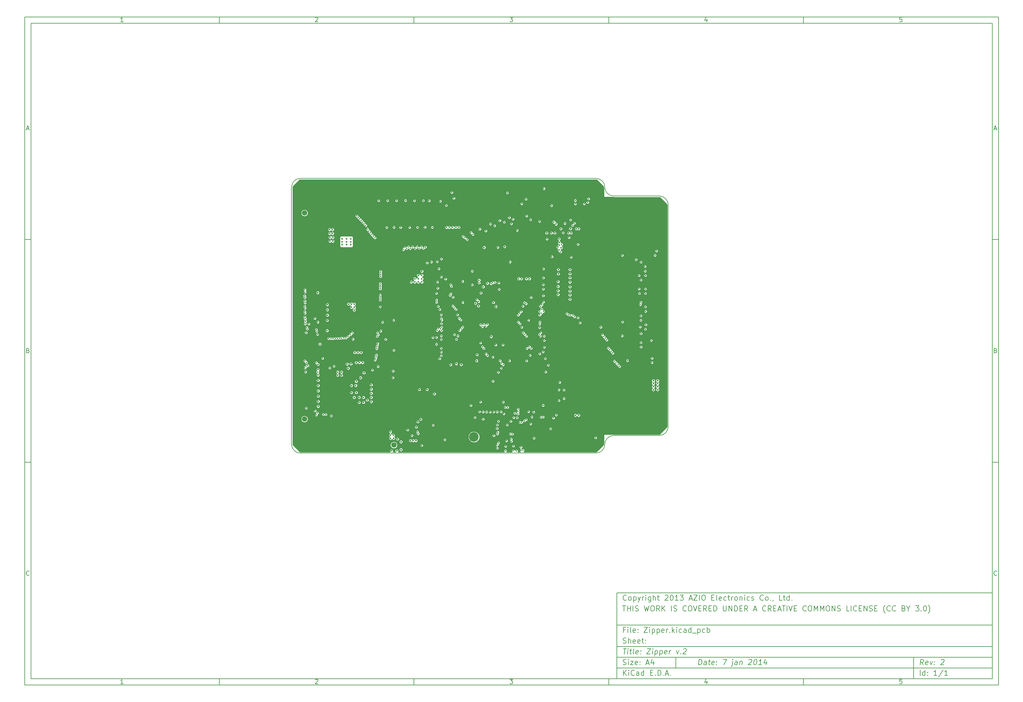
<source format=gbr>
G04 (created by PCBNEW (2013-07-07 BZR 4022)-stable) date 1/7/2014 4:23:33 PM*
%MOIN*%
G04 Gerber Fmt 3.4, Leading zero omitted, Abs format*
%FSLAX34Y34*%
G01*
G70*
G90*
G04 APERTURE LIST*
%ADD10C,0.00590551*%
%ADD11C,0.00787402*%
%ADD12C,0.019685*%
%ADD13C,0.2362*%
%ADD14C,0.23622*%
%ADD15C,0.0591*%
%ADD16C,0.0432*%
%ADD17C,0.0472*%
%ADD18R,0.0597X0.0597*%
%ADD19C,0.0597*%
%ADD20C,0.1079*%
%ADD21C,0.0866*%
%ADD22C,0.181102*%
%ADD23C,0.0590551*%
%ADD24C,0.015748*%
%ADD25C,0.01*%
G04 APERTURE END LIST*
G54D10*
X4000Y-4000D02*
X112930Y-4000D01*
X112930Y-78680D01*
X4000Y-78680D01*
X4000Y-4000D01*
X4700Y-4700D02*
X112230Y-4700D01*
X112230Y-77980D01*
X4700Y-77980D01*
X4700Y-4700D01*
X25780Y-4000D02*
X25780Y-4700D01*
X15032Y-4552D02*
X14747Y-4552D01*
X14890Y-4552D02*
X14890Y-4052D01*
X14842Y-4123D01*
X14794Y-4171D01*
X14747Y-4195D01*
X25780Y-78680D02*
X25780Y-77980D01*
X15032Y-78532D02*
X14747Y-78532D01*
X14890Y-78532D02*
X14890Y-78032D01*
X14842Y-78103D01*
X14794Y-78151D01*
X14747Y-78175D01*
X47560Y-4000D02*
X47560Y-4700D01*
X36527Y-4100D02*
X36550Y-4076D01*
X36598Y-4052D01*
X36717Y-4052D01*
X36765Y-4076D01*
X36789Y-4100D01*
X36812Y-4147D01*
X36812Y-4195D01*
X36789Y-4266D01*
X36503Y-4552D01*
X36812Y-4552D01*
X47560Y-78680D02*
X47560Y-77980D01*
X36527Y-78080D02*
X36550Y-78056D01*
X36598Y-78032D01*
X36717Y-78032D01*
X36765Y-78056D01*
X36789Y-78080D01*
X36812Y-78127D01*
X36812Y-78175D01*
X36789Y-78246D01*
X36503Y-78532D01*
X36812Y-78532D01*
X69340Y-4000D02*
X69340Y-4700D01*
X58283Y-4052D02*
X58592Y-4052D01*
X58426Y-4242D01*
X58497Y-4242D01*
X58545Y-4266D01*
X58569Y-4290D01*
X58592Y-4338D01*
X58592Y-4457D01*
X58569Y-4504D01*
X58545Y-4528D01*
X58497Y-4552D01*
X58354Y-4552D01*
X58307Y-4528D01*
X58283Y-4504D01*
X69340Y-78680D02*
X69340Y-77980D01*
X58283Y-78032D02*
X58592Y-78032D01*
X58426Y-78222D01*
X58497Y-78222D01*
X58545Y-78246D01*
X58569Y-78270D01*
X58592Y-78318D01*
X58592Y-78437D01*
X58569Y-78484D01*
X58545Y-78508D01*
X58497Y-78532D01*
X58354Y-78532D01*
X58307Y-78508D01*
X58283Y-78484D01*
X91120Y-4000D02*
X91120Y-4700D01*
X80325Y-4219D02*
X80325Y-4552D01*
X80206Y-4028D02*
X80087Y-4385D01*
X80396Y-4385D01*
X91120Y-78680D02*
X91120Y-77980D01*
X80325Y-78199D02*
X80325Y-78532D01*
X80206Y-78008D02*
X80087Y-78365D01*
X80396Y-78365D01*
X102129Y-4052D02*
X101890Y-4052D01*
X101867Y-4290D01*
X101890Y-4266D01*
X101938Y-4242D01*
X102057Y-4242D01*
X102105Y-4266D01*
X102129Y-4290D01*
X102152Y-4338D01*
X102152Y-4457D01*
X102129Y-4504D01*
X102105Y-4528D01*
X102057Y-4552D01*
X101938Y-4552D01*
X101890Y-4528D01*
X101867Y-4504D01*
X102129Y-78032D02*
X101890Y-78032D01*
X101867Y-78270D01*
X101890Y-78246D01*
X101938Y-78222D01*
X102057Y-78222D01*
X102105Y-78246D01*
X102129Y-78270D01*
X102152Y-78318D01*
X102152Y-78437D01*
X102129Y-78484D01*
X102105Y-78508D01*
X102057Y-78532D01*
X101938Y-78532D01*
X101890Y-78508D01*
X101867Y-78484D01*
X4000Y-28890D02*
X4700Y-28890D01*
X4230Y-16509D02*
X4469Y-16509D01*
X4183Y-16652D02*
X4350Y-16152D01*
X4516Y-16652D01*
X112930Y-28890D02*
X112230Y-28890D01*
X112460Y-16509D02*
X112699Y-16509D01*
X112413Y-16652D02*
X112580Y-16152D01*
X112746Y-16652D01*
X4000Y-53780D02*
X4700Y-53780D01*
X4385Y-41280D02*
X4457Y-41304D01*
X4480Y-41328D01*
X4504Y-41375D01*
X4504Y-41447D01*
X4480Y-41494D01*
X4457Y-41518D01*
X4409Y-41542D01*
X4219Y-41542D01*
X4219Y-41042D01*
X4385Y-41042D01*
X4433Y-41066D01*
X4457Y-41090D01*
X4480Y-41137D01*
X4480Y-41185D01*
X4457Y-41232D01*
X4433Y-41256D01*
X4385Y-41280D01*
X4219Y-41280D01*
X112930Y-53780D02*
X112230Y-53780D01*
X112615Y-41280D02*
X112687Y-41304D01*
X112710Y-41328D01*
X112734Y-41375D01*
X112734Y-41447D01*
X112710Y-41494D01*
X112687Y-41518D01*
X112639Y-41542D01*
X112449Y-41542D01*
X112449Y-41042D01*
X112615Y-41042D01*
X112663Y-41066D01*
X112687Y-41090D01*
X112710Y-41137D01*
X112710Y-41185D01*
X112687Y-41232D01*
X112663Y-41256D01*
X112615Y-41280D01*
X112449Y-41280D01*
X4504Y-66384D02*
X4480Y-66408D01*
X4409Y-66432D01*
X4361Y-66432D01*
X4290Y-66408D01*
X4242Y-66360D01*
X4219Y-66313D01*
X4195Y-66218D01*
X4195Y-66146D01*
X4219Y-66051D01*
X4242Y-66003D01*
X4290Y-65956D01*
X4361Y-65932D01*
X4409Y-65932D01*
X4480Y-65956D01*
X4504Y-65980D01*
X112734Y-66384D02*
X112710Y-66408D01*
X112639Y-66432D01*
X112591Y-66432D01*
X112520Y-66408D01*
X112472Y-66360D01*
X112449Y-66313D01*
X112425Y-66218D01*
X112425Y-66146D01*
X112449Y-66051D01*
X112472Y-66003D01*
X112520Y-65956D01*
X112591Y-65932D01*
X112639Y-65932D01*
X112710Y-65956D01*
X112734Y-65980D01*
X79380Y-76422D02*
X79455Y-75822D01*
X79597Y-75822D01*
X79680Y-75851D01*
X79730Y-75908D01*
X79751Y-75965D01*
X79765Y-76080D01*
X79755Y-76165D01*
X79712Y-76280D01*
X79676Y-76337D01*
X79612Y-76394D01*
X79522Y-76422D01*
X79380Y-76422D01*
X80237Y-76422D02*
X80276Y-76108D01*
X80255Y-76051D01*
X80201Y-76022D01*
X80087Y-76022D01*
X80026Y-76051D01*
X80240Y-76394D02*
X80180Y-76422D01*
X80037Y-76422D01*
X79983Y-76394D01*
X79962Y-76337D01*
X79969Y-76280D01*
X80005Y-76222D01*
X80065Y-76194D01*
X80208Y-76194D01*
X80269Y-76165D01*
X80487Y-76022D02*
X80715Y-76022D01*
X80597Y-75822D02*
X80533Y-76337D01*
X80555Y-76394D01*
X80608Y-76422D01*
X80665Y-76422D01*
X81097Y-76394D02*
X81037Y-76422D01*
X80922Y-76422D01*
X80869Y-76394D01*
X80847Y-76337D01*
X80876Y-76108D01*
X80912Y-76051D01*
X80972Y-76022D01*
X81087Y-76022D01*
X81140Y-76051D01*
X81162Y-76108D01*
X81155Y-76165D01*
X80862Y-76222D01*
X81387Y-76365D02*
X81412Y-76394D01*
X81380Y-76422D01*
X81355Y-76394D01*
X81387Y-76365D01*
X81380Y-76422D01*
X81426Y-76051D02*
X81451Y-76080D01*
X81419Y-76108D01*
X81394Y-76080D01*
X81426Y-76051D01*
X81419Y-76108D01*
X82140Y-75822D02*
X82540Y-75822D01*
X82208Y-76422D01*
X83201Y-76022D02*
X83137Y-76537D01*
X83101Y-76594D01*
X83040Y-76622D01*
X83012Y-76622D01*
X83226Y-75822D02*
X83194Y-75851D01*
X83219Y-75880D01*
X83251Y-75851D01*
X83226Y-75822D01*
X83219Y-75880D01*
X83694Y-76422D02*
X83733Y-76108D01*
X83712Y-76051D01*
X83658Y-76022D01*
X83544Y-76022D01*
X83483Y-76051D01*
X83697Y-76394D02*
X83637Y-76422D01*
X83494Y-76422D01*
X83440Y-76394D01*
X83419Y-76337D01*
X83426Y-76280D01*
X83462Y-76222D01*
X83522Y-76194D01*
X83665Y-76194D01*
X83726Y-76165D01*
X84030Y-76022D02*
X83980Y-76422D01*
X84022Y-76080D02*
X84055Y-76051D01*
X84115Y-76022D01*
X84201Y-76022D01*
X84255Y-76051D01*
X84276Y-76108D01*
X84237Y-76422D01*
X85019Y-75880D02*
X85051Y-75851D01*
X85112Y-75822D01*
X85255Y-75822D01*
X85308Y-75851D01*
X85333Y-75880D01*
X85355Y-75937D01*
X85347Y-75994D01*
X85308Y-76080D01*
X84922Y-76422D01*
X85294Y-76422D01*
X85740Y-75822D02*
X85797Y-75822D01*
X85851Y-75851D01*
X85876Y-75880D01*
X85897Y-75937D01*
X85912Y-76051D01*
X85894Y-76194D01*
X85851Y-76308D01*
X85815Y-76365D01*
X85783Y-76394D01*
X85722Y-76422D01*
X85665Y-76422D01*
X85612Y-76394D01*
X85587Y-76365D01*
X85565Y-76308D01*
X85551Y-76194D01*
X85569Y-76051D01*
X85612Y-75937D01*
X85647Y-75880D01*
X85680Y-75851D01*
X85740Y-75822D01*
X86437Y-76422D02*
X86094Y-76422D01*
X86265Y-76422D02*
X86340Y-75822D01*
X86272Y-75908D01*
X86208Y-75965D01*
X86147Y-75994D01*
X87001Y-76022D02*
X86951Y-76422D01*
X86887Y-75794D02*
X86690Y-76222D01*
X87062Y-76222D01*
X70972Y-77622D02*
X70972Y-77022D01*
X71315Y-77622D02*
X71058Y-77280D01*
X71315Y-77022D02*
X70972Y-77365D01*
X71572Y-77622D02*
X71572Y-77222D01*
X71572Y-77022D02*
X71544Y-77051D01*
X71572Y-77080D01*
X71601Y-77051D01*
X71572Y-77022D01*
X71572Y-77080D01*
X72201Y-77565D02*
X72172Y-77594D01*
X72087Y-77622D01*
X72030Y-77622D01*
X71944Y-77594D01*
X71887Y-77537D01*
X71858Y-77480D01*
X71830Y-77365D01*
X71830Y-77280D01*
X71858Y-77165D01*
X71887Y-77108D01*
X71944Y-77051D01*
X72030Y-77022D01*
X72087Y-77022D01*
X72172Y-77051D01*
X72201Y-77080D01*
X72715Y-77622D02*
X72715Y-77308D01*
X72687Y-77251D01*
X72630Y-77222D01*
X72515Y-77222D01*
X72458Y-77251D01*
X72715Y-77594D02*
X72658Y-77622D01*
X72515Y-77622D01*
X72458Y-77594D01*
X72430Y-77537D01*
X72430Y-77480D01*
X72458Y-77422D01*
X72515Y-77394D01*
X72658Y-77394D01*
X72715Y-77365D01*
X73258Y-77622D02*
X73258Y-77022D01*
X73258Y-77594D02*
X73201Y-77622D01*
X73087Y-77622D01*
X73030Y-77594D01*
X73001Y-77565D01*
X72972Y-77508D01*
X72972Y-77337D01*
X73001Y-77280D01*
X73030Y-77251D01*
X73087Y-77222D01*
X73201Y-77222D01*
X73258Y-77251D01*
X74001Y-77308D02*
X74201Y-77308D01*
X74287Y-77622D02*
X74001Y-77622D01*
X74001Y-77022D01*
X74287Y-77022D01*
X74544Y-77565D02*
X74572Y-77594D01*
X74544Y-77622D01*
X74515Y-77594D01*
X74544Y-77565D01*
X74544Y-77622D01*
X74829Y-77622D02*
X74829Y-77022D01*
X74972Y-77022D01*
X75058Y-77051D01*
X75115Y-77108D01*
X75144Y-77165D01*
X75172Y-77280D01*
X75172Y-77365D01*
X75144Y-77480D01*
X75115Y-77537D01*
X75058Y-77594D01*
X74972Y-77622D01*
X74829Y-77622D01*
X75429Y-77565D02*
X75458Y-77594D01*
X75429Y-77622D01*
X75401Y-77594D01*
X75429Y-77565D01*
X75429Y-77622D01*
X75687Y-77451D02*
X75972Y-77451D01*
X75629Y-77622D02*
X75829Y-77022D01*
X76029Y-77622D01*
X76229Y-77565D02*
X76258Y-77594D01*
X76229Y-77622D01*
X76201Y-77594D01*
X76229Y-77565D01*
X76229Y-77622D01*
X104522Y-76422D02*
X104358Y-76137D01*
X104180Y-76422D02*
X104255Y-75822D01*
X104483Y-75822D01*
X104537Y-75851D01*
X104562Y-75880D01*
X104583Y-75937D01*
X104572Y-76022D01*
X104537Y-76080D01*
X104505Y-76108D01*
X104444Y-76137D01*
X104215Y-76137D01*
X105012Y-76394D02*
X104951Y-76422D01*
X104837Y-76422D01*
X104783Y-76394D01*
X104762Y-76337D01*
X104790Y-76108D01*
X104826Y-76051D01*
X104887Y-76022D01*
X105001Y-76022D01*
X105055Y-76051D01*
X105076Y-76108D01*
X105069Y-76165D01*
X104776Y-76222D01*
X105287Y-76022D02*
X105380Y-76422D01*
X105572Y-76022D01*
X105758Y-76365D02*
X105783Y-76394D01*
X105751Y-76422D01*
X105726Y-76394D01*
X105758Y-76365D01*
X105751Y-76422D01*
X105797Y-76051D02*
X105822Y-76080D01*
X105790Y-76108D01*
X105765Y-76080D01*
X105797Y-76051D01*
X105790Y-76108D01*
X106533Y-75880D02*
X106565Y-75851D01*
X106626Y-75822D01*
X106769Y-75822D01*
X106822Y-75851D01*
X106847Y-75880D01*
X106869Y-75937D01*
X106862Y-75994D01*
X106822Y-76080D01*
X106437Y-76422D01*
X106808Y-76422D01*
X70944Y-76394D02*
X71030Y-76422D01*
X71172Y-76422D01*
X71230Y-76394D01*
X71258Y-76365D01*
X71287Y-76308D01*
X71287Y-76251D01*
X71258Y-76194D01*
X71230Y-76165D01*
X71172Y-76137D01*
X71058Y-76108D01*
X71001Y-76080D01*
X70972Y-76051D01*
X70944Y-75994D01*
X70944Y-75937D01*
X70972Y-75880D01*
X71001Y-75851D01*
X71058Y-75822D01*
X71201Y-75822D01*
X71287Y-75851D01*
X71544Y-76422D02*
X71544Y-76022D01*
X71544Y-75822D02*
X71515Y-75851D01*
X71544Y-75880D01*
X71572Y-75851D01*
X71544Y-75822D01*
X71544Y-75880D01*
X71772Y-76022D02*
X72087Y-76022D01*
X71772Y-76422D01*
X72087Y-76422D01*
X72544Y-76394D02*
X72487Y-76422D01*
X72372Y-76422D01*
X72315Y-76394D01*
X72287Y-76337D01*
X72287Y-76108D01*
X72315Y-76051D01*
X72372Y-76022D01*
X72487Y-76022D01*
X72544Y-76051D01*
X72572Y-76108D01*
X72572Y-76165D01*
X72287Y-76222D01*
X72830Y-76365D02*
X72858Y-76394D01*
X72830Y-76422D01*
X72801Y-76394D01*
X72830Y-76365D01*
X72830Y-76422D01*
X72830Y-76051D02*
X72858Y-76080D01*
X72830Y-76108D01*
X72801Y-76080D01*
X72830Y-76051D01*
X72830Y-76108D01*
X73544Y-76251D02*
X73830Y-76251D01*
X73487Y-76422D02*
X73687Y-75822D01*
X73887Y-76422D01*
X74344Y-76022D02*
X74344Y-76422D01*
X74201Y-75794D02*
X74058Y-76222D01*
X74430Y-76222D01*
X104172Y-77622D02*
X104172Y-77022D01*
X104715Y-77622D02*
X104715Y-77022D01*
X104715Y-77594D02*
X104658Y-77622D01*
X104544Y-77622D01*
X104487Y-77594D01*
X104458Y-77565D01*
X104430Y-77508D01*
X104430Y-77337D01*
X104458Y-77280D01*
X104487Y-77251D01*
X104544Y-77222D01*
X104658Y-77222D01*
X104715Y-77251D01*
X105001Y-77565D02*
X105030Y-77594D01*
X105001Y-77622D01*
X104972Y-77594D01*
X105001Y-77565D01*
X105001Y-77622D01*
X105001Y-77251D02*
X105030Y-77280D01*
X105001Y-77308D01*
X104972Y-77280D01*
X105001Y-77251D01*
X105001Y-77308D01*
X106058Y-77622D02*
X105715Y-77622D01*
X105887Y-77622D02*
X105887Y-77022D01*
X105829Y-77108D01*
X105772Y-77165D01*
X105715Y-77194D01*
X106744Y-76994D02*
X106230Y-77765D01*
X107258Y-77622D02*
X106915Y-77622D01*
X107087Y-77622D02*
X107087Y-77022D01*
X107029Y-77108D01*
X106972Y-77165D01*
X106915Y-77194D01*
X70969Y-74622D02*
X71312Y-74622D01*
X71065Y-75222D02*
X71140Y-74622D01*
X71437Y-75222D02*
X71487Y-74822D01*
X71512Y-74622D02*
X71480Y-74651D01*
X71505Y-74680D01*
X71537Y-74651D01*
X71512Y-74622D01*
X71505Y-74680D01*
X71687Y-74822D02*
X71915Y-74822D01*
X71797Y-74622D02*
X71733Y-75137D01*
X71755Y-75194D01*
X71808Y-75222D01*
X71865Y-75222D01*
X72151Y-75222D02*
X72097Y-75194D01*
X72076Y-75137D01*
X72140Y-74622D01*
X72612Y-75194D02*
X72551Y-75222D01*
X72437Y-75222D01*
X72383Y-75194D01*
X72362Y-75137D01*
X72390Y-74908D01*
X72426Y-74851D01*
X72487Y-74822D01*
X72601Y-74822D01*
X72655Y-74851D01*
X72676Y-74908D01*
X72669Y-74965D01*
X72376Y-75022D01*
X72901Y-75165D02*
X72926Y-75194D01*
X72894Y-75222D01*
X72869Y-75194D01*
X72901Y-75165D01*
X72894Y-75222D01*
X72940Y-74851D02*
X72965Y-74880D01*
X72933Y-74908D01*
X72908Y-74880D01*
X72940Y-74851D01*
X72933Y-74908D01*
X73655Y-74622D02*
X74055Y-74622D01*
X73580Y-75222D01*
X73980Y-75222D01*
X74208Y-75222D02*
X74258Y-74822D01*
X74283Y-74622D02*
X74251Y-74651D01*
X74276Y-74680D01*
X74308Y-74651D01*
X74283Y-74622D01*
X74276Y-74680D01*
X74544Y-74822D02*
X74469Y-75422D01*
X74540Y-74851D02*
X74601Y-74822D01*
X74715Y-74822D01*
X74769Y-74851D01*
X74794Y-74880D01*
X74815Y-74937D01*
X74794Y-75108D01*
X74758Y-75165D01*
X74726Y-75194D01*
X74665Y-75222D01*
X74551Y-75222D01*
X74497Y-75194D01*
X75087Y-74822D02*
X75012Y-75422D01*
X75083Y-74851D02*
X75144Y-74822D01*
X75258Y-74822D01*
X75312Y-74851D01*
X75337Y-74880D01*
X75358Y-74937D01*
X75337Y-75108D01*
X75301Y-75165D01*
X75269Y-75194D01*
X75208Y-75222D01*
X75094Y-75222D01*
X75040Y-75194D01*
X75812Y-75194D02*
X75751Y-75222D01*
X75637Y-75222D01*
X75583Y-75194D01*
X75562Y-75137D01*
X75590Y-74908D01*
X75626Y-74851D01*
X75687Y-74822D01*
X75801Y-74822D01*
X75855Y-74851D01*
X75876Y-74908D01*
X75869Y-74965D01*
X75576Y-75022D01*
X76094Y-75222D02*
X76144Y-74822D01*
X76130Y-74937D02*
X76165Y-74880D01*
X76197Y-74851D01*
X76258Y-74822D01*
X76315Y-74822D01*
X76915Y-74822D02*
X77008Y-75222D01*
X77201Y-74822D01*
X77387Y-75165D02*
X77412Y-75194D01*
X77380Y-75222D01*
X77355Y-75194D01*
X77387Y-75165D01*
X77380Y-75222D01*
X77705Y-74680D02*
X77737Y-74651D01*
X77797Y-74622D01*
X77940Y-74622D01*
X77994Y-74651D01*
X78019Y-74680D01*
X78040Y-74737D01*
X78033Y-74794D01*
X77994Y-74880D01*
X77608Y-75222D01*
X77980Y-75222D01*
X71172Y-72508D02*
X70972Y-72508D01*
X70972Y-72822D02*
X70972Y-72222D01*
X71258Y-72222D01*
X71487Y-72822D02*
X71487Y-72422D01*
X71487Y-72222D02*
X71458Y-72251D01*
X71487Y-72280D01*
X71515Y-72251D01*
X71487Y-72222D01*
X71487Y-72280D01*
X71858Y-72822D02*
X71801Y-72794D01*
X71772Y-72737D01*
X71772Y-72222D01*
X72315Y-72794D02*
X72258Y-72822D01*
X72144Y-72822D01*
X72087Y-72794D01*
X72058Y-72737D01*
X72058Y-72508D01*
X72087Y-72451D01*
X72144Y-72422D01*
X72258Y-72422D01*
X72315Y-72451D01*
X72344Y-72508D01*
X72344Y-72565D01*
X72058Y-72622D01*
X72601Y-72765D02*
X72630Y-72794D01*
X72601Y-72822D01*
X72572Y-72794D01*
X72601Y-72765D01*
X72601Y-72822D01*
X72601Y-72451D02*
X72630Y-72480D01*
X72601Y-72508D01*
X72572Y-72480D01*
X72601Y-72451D01*
X72601Y-72508D01*
X73287Y-72222D02*
X73687Y-72222D01*
X73287Y-72822D01*
X73687Y-72822D01*
X73915Y-72822D02*
X73915Y-72422D01*
X73915Y-72222D02*
X73887Y-72251D01*
X73915Y-72280D01*
X73944Y-72251D01*
X73915Y-72222D01*
X73915Y-72280D01*
X74201Y-72422D02*
X74201Y-73022D01*
X74201Y-72451D02*
X74258Y-72422D01*
X74372Y-72422D01*
X74430Y-72451D01*
X74458Y-72480D01*
X74487Y-72537D01*
X74487Y-72708D01*
X74458Y-72765D01*
X74430Y-72794D01*
X74372Y-72822D01*
X74258Y-72822D01*
X74201Y-72794D01*
X74744Y-72422D02*
X74744Y-73022D01*
X74744Y-72451D02*
X74801Y-72422D01*
X74915Y-72422D01*
X74972Y-72451D01*
X75001Y-72480D01*
X75030Y-72537D01*
X75030Y-72708D01*
X75001Y-72765D01*
X74972Y-72794D01*
X74915Y-72822D01*
X74801Y-72822D01*
X74744Y-72794D01*
X75515Y-72794D02*
X75458Y-72822D01*
X75344Y-72822D01*
X75287Y-72794D01*
X75258Y-72737D01*
X75258Y-72508D01*
X75287Y-72451D01*
X75344Y-72422D01*
X75458Y-72422D01*
X75515Y-72451D01*
X75544Y-72508D01*
X75544Y-72565D01*
X75258Y-72622D01*
X75801Y-72822D02*
X75801Y-72422D01*
X75801Y-72537D02*
X75830Y-72480D01*
X75858Y-72451D01*
X75915Y-72422D01*
X75972Y-72422D01*
X76172Y-72765D02*
X76201Y-72794D01*
X76172Y-72822D01*
X76144Y-72794D01*
X76172Y-72765D01*
X76172Y-72822D01*
X76458Y-72822D02*
X76458Y-72222D01*
X76515Y-72594D02*
X76687Y-72822D01*
X76687Y-72422D02*
X76458Y-72651D01*
X76944Y-72822D02*
X76944Y-72422D01*
X76944Y-72222D02*
X76915Y-72251D01*
X76944Y-72280D01*
X76972Y-72251D01*
X76944Y-72222D01*
X76944Y-72280D01*
X77487Y-72794D02*
X77430Y-72822D01*
X77315Y-72822D01*
X77258Y-72794D01*
X77230Y-72765D01*
X77201Y-72708D01*
X77201Y-72537D01*
X77230Y-72480D01*
X77258Y-72451D01*
X77315Y-72422D01*
X77430Y-72422D01*
X77487Y-72451D01*
X78001Y-72822D02*
X78001Y-72508D01*
X77972Y-72451D01*
X77915Y-72422D01*
X77801Y-72422D01*
X77744Y-72451D01*
X78001Y-72794D02*
X77944Y-72822D01*
X77801Y-72822D01*
X77744Y-72794D01*
X77715Y-72737D01*
X77715Y-72680D01*
X77744Y-72622D01*
X77801Y-72594D01*
X77944Y-72594D01*
X78001Y-72565D01*
X78544Y-72822D02*
X78544Y-72222D01*
X78544Y-72794D02*
X78487Y-72822D01*
X78372Y-72822D01*
X78315Y-72794D01*
X78287Y-72765D01*
X78258Y-72708D01*
X78258Y-72537D01*
X78287Y-72480D01*
X78315Y-72451D01*
X78372Y-72422D01*
X78487Y-72422D01*
X78544Y-72451D01*
X78687Y-72880D02*
X79144Y-72880D01*
X79287Y-72422D02*
X79287Y-73022D01*
X79287Y-72451D02*
X79344Y-72422D01*
X79458Y-72422D01*
X79515Y-72451D01*
X79544Y-72480D01*
X79572Y-72537D01*
X79572Y-72708D01*
X79544Y-72765D01*
X79515Y-72794D01*
X79458Y-72822D01*
X79344Y-72822D01*
X79287Y-72794D01*
X80087Y-72794D02*
X80030Y-72822D01*
X79915Y-72822D01*
X79858Y-72794D01*
X79830Y-72765D01*
X79801Y-72708D01*
X79801Y-72537D01*
X79830Y-72480D01*
X79858Y-72451D01*
X79915Y-72422D01*
X80030Y-72422D01*
X80087Y-72451D01*
X80344Y-72822D02*
X80344Y-72222D01*
X80344Y-72451D02*
X80401Y-72422D01*
X80515Y-72422D01*
X80572Y-72451D01*
X80601Y-72480D01*
X80630Y-72537D01*
X80630Y-72708D01*
X80601Y-72765D01*
X80572Y-72794D01*
X80515Y-72822D01*
X80401Y-72822D01*
X80344Y-72794D01*
X70944Y-73994D02*
X71030Y-74022D01*
X71172Y-74022D01*
X71230Y-73994D01*
X71258Y-73965D01*
X71287Y-73908D01*
X71287Y-73851D01*
X71258Y-73794D01*
X71230Y-73765D01*
X71172Y-73737D01*
X71058Y-73708D01*
X71001Y-73680D01*
X70972Y-73651D01*
X70944Y-73594D01*
X70944Y-73537D01*
X70972Y-73480D01*
X71001Y-73451D01*
X71058Y-73422D01*
X71201Y-73422D01*
X71287Y-73451D01*
X71544Y-74022D02*
X71544Y-73422D01*
X71801Y-74022D02*
X71801Y-73708D01*
X71772Y-73651D01*
X71715Y-73622D01*
X71630Y-73622D01*
X71572Y-73651D01*
X71544Y-73680D01*
X72315Y-73994D02*
X72258Y-74022D01*
X72144Y-74022D01*
X72087Y-73994D01*
X72058Y-73937D01*
X72058Y-73708D01*
X72087Y-73651D01*
X72144Y-73622D01*
X72258Y-73622D01*
X72315Y-73651D01*
X72344Y-73708D01*
X72344Y-73765D01*
X72058Y-73822D01*
X72830Y-73994D02*
X72772Y-74022D01*
X72658Y-74022D01*
X72601Y-73994D01*
X72572Y-73937D01*
X72572Y-73708D01*
X72601Y-73651D01*
X72658Y-73622D01*
X72772Y-73622D01*
X72830Y-73651D01*
X72858Y-73708D01*
X72858Y-73765D01*
X72572Y-73822D01*
X73030Y-73622D02*
X73258Y-73622D01*
X73115Y-73422D02*
X73115Y-73937D01*
X73144Y-73994D01*
X73201Y-74022D01*
X73258Y-74022D01*
X73458Y-73965D02*
X73487Y-73994D01*
X73458Y-74022D01*
X73430Y-73994D01*
X73458Y-73965D01*
X73458Y-74022D01*
X73458Y-73651D02*
X73487Y-73680D01*
X73458Y-73708D01*
X73430Y-73680D01*
X73458Y-73651D01*
X73458Y-73708D01*
X70887Y-69822D02*
X71230Y-69822D01*
X71058Y-70422D02*
X71058Y-69822D01*
X71430Y-70422D02*
X71430Y-69822D01*
X71430Y-70108D02*
X71772Y-70108D01*
X71772Y-70422D02*
X71772Y-69822D01*
X72058Y-70422D02*
X72058Y-69822D01*
X72315Y-70394D02*
X72401Y-70422D01*
X72544Y-70422D01*
X72601Y-70394D01*
X72629Y-70365D01*
X72658Y-70308D01*
X72658Y-70251D01*
X72629Y-70194D01*
X72601Y-70165D01*
X72544Y-70137D01*
X72429Y-70108D01*
X72372Y-70080D01*
X72344Y-70051D01*
X72315Y-69994D01*
X72315Y-69937D01*
X72344Y-69880D01*
X72372Y-69851D01*
X72429Y-69822D01*
X72572Y-69822D01*
X72658Y-69851D01*
X73315Y-69822D02*
X73458Y-70422D01*
X73572Y-69994D01*
X73687Y-70422D01*
X73830Y-69822D01*
X74172Y-69822D02*
X74287Y-69822D01*
X74344Y-69851D01*
X74401Y-69908D01*
X74430Y-70022D01*
X74430Y-70222D01*
X74401Y-70337D01*
X74344Y-70394D01*
X74287Y-70422D01*
X74172Y-70422D01*
X74115Y-70394D01*
X74058Y-70337D01*
X74030Y-70222D01*
X74030Y-70022D01*
X74058Y-69908D01*
X74115Y-69851D01*
X74172Y-69822D01*
X75029Y-70422D02*
X74829Y-70137D01*
X74687Y-70422D02*
X74687Y-69822D01*
X74915Y-69822D01*
X74972Y-69851D01*
X75001Y-69880D01*
X75029Y-69937D01*
X75029Y-70022D01*
X75001Y-70080D01*
X74972Y-70108D01*
X74915Y-70137D01*
X74687Y-70137D01*
X75287Y-70422D02*
X75287Y-69822D01*
X75629Y-70422D02*
X75372Y-70080D01*
X75629Y-69822D02*
X75287Y-70165D01*
X76344Y-70422D02*
X76344Y-69822D01*
X76601Y-70394D02*
X76687Y-70422D01*
X76829Y-70422D01*
X76887Y-70394D01*
X76915Y-70365D01*
X76944Y-70308D01*
X76944Y-70251D01*
X76915Y-70194D01*
X76887Y-70165D01*
X76829Y-70137D01*
X76715Y-70108D01*
X76658Y-70080D01*
X76629Y-70051D01*
X76601Y-69994D01*
X76601Y-69937D01*
X76629Y-69880D01*
X76658Y-69851D01*
X76715Y-69822D01*
X76858Y-69822D01*
X76944Y-69851D01*
X78001Y-70365D02*
X77972Y-70394D01*
X77887Y-70422D01*
X77830Y-70422D01*
X77744Y-70394D01*
X77687Y-70337D01*
X77658Y-70280D01*
X77630Y-70165D01*
X77630Y-70080D01*
X77658Y-69965D01*
X77687Y-69908D01*
X77744Y-69851D01*
X77830Y-69822D01*
X77887Y-69822D01*
X77972Y-69851D01*
X78001Y-69880D01*
X78372Y-69822D02*
X78487Y-69822D01*
X78544Y-69851D01*
X78601Y-69908D01*
X78630Y-70022D01*
X78630Y-70222D01*
X78601Y-70337D01*
X78544Y-70394D01*
X78487Y-70422D01*
X78372Y-70422D01*
X78315Y-70394D01*
X78258Y-70337D01*
X78230Y-70222D01*
X78230Y-70022D01*
X78258Y-69908D01*
X78315Y-69851D01*
X78372Y-69822D01*
X78801Y-69822D02*
X79001Y-70422D01*
X79201Y-69822D01*
X79401Y-70108D02*
X79601Y-70108D01*
X79687Y-70422D02*
X79401Y-70422D01*
X79401Y-69822D01*
X79687Y-69822D01*
X80287Y-70422D02*
X80087Y-70137D01*
X79944Y-70422D02*
X79944Y-69822D01*
X80172Y-69822D01*
X80229Y-69851D01*
X80258Y-69880D01*
X80287Y-69937D01*
X80287Y-70022D01*
X80258Y-70080D01*
X80229Y-70108D01*
X80172Y-70137D01*
X79944Y-70137D01*
X80544Y-70108D02*
X80744Y-70108D01*
X80829Y-70422D02*
X80544Y-70422D01*
X80544Y-69822D01*
X80829Y-69822D01*
X81087Y-70422D02*
X81087Y-69822D01*
X81229Y-69822D01*
X81315Y-69851D01*
X81372Y-69908D01*
X81401Y-69965D01*
X81429Y-70080D01*
X81429Y-70165D01*
X81401Y-70280D01*
X81372Y-70337D01*
X81315Y-70394D01*
X81229Y-70422D01*
X81087Y-70422D01*
X82144Y-69822D02*
X82144Y-70308D01*
X82172Y-70365D01*
X82201Y-70394D01*
X82258Y-70422D01*
X82372Y-70422D01*
X82429Y-70394D01*
X82458Y-70365D01*
X82487Y-70308D01*
X82487Y-69822D01*
X82772Y-70422D02*
X82772Y-69822D01*
X83115Y-70422D01*
X83115Y-69822D01*
X83401Y-70422D02*
X83401Y-69822D01*
X83544Y-69822D01*
X83629Y-69851D01*
X83687Y-69908D01*
X83715Y-69965D01*
X83744Y-70080D01*
X83744Y-70165D01*
X83715Y-70280D01*
X83687Y-70337D01*
X83629Y-70394D01*
X83544Y-70422D01*
X83401Y-70422D01*
X84001Y-70108D02*
X84201Y-70108D01*
X84287Y-70422D02*
X84001Y-70422D01*
X84001Y-69822D01*
X84287Y-69822D01*
X84887Y-70422D02*
X84687Y-70137D01*
X84544Y-70422D02*
X84544Y-69822D01*
X84772Y-69822D01*
X84829Y-69851D01*
X84858Y-69880D01*
X84887Y-69937D01*
X84887Y-70022D01*
X84858Y-70080D01*
X84829Y-70108D01*
X84772Y-70137D01*
X84544Y-70137D01*
X85572Y-70251D02*
X85858Y-70251D01*
X85515Y-70422D02*
X85715Y-69822D01*
X85915Y-70422D01*
X86915Y-70365D02*
X86887Y-70394D01*
X86801Y-70422D01*
X86744Y-70422D01*
X86658Y-70394D01*
X86601Y-70337D01*
X86572Y-70280D01*
X86544Y-70165D01*
X86544Y-70080D01*
X86572Y-69965D01*
X86601Y-69908D01*
X86658Y-69851D01*
X86744Y-69822D01*
X86801Y-69822D01*
X86887Y-69851D01*
X86915Y-69880D01*
X87515Y-70422D02*
X87315Y-70137D01*
X87172Y-70422D02*
X87172Y-69822D01*
X87401Y-69822D01*
X87458Y-69851D01*
X87487Y-69880D01*
X87515Y-69937D01*
X87515Y-70022D01*
X87487Y-70080D01*
X87458Y-70108D01*
X87401Y-70137D01*
X87172Y-70137D01*
X87772Y-70108D02*
X87972Y-70108D01*
X88058Y-70422D02*
X87772Y-70422D01*
X87772Y-69822D01*
X88058Y-69822D01*
X88287Y-70251D02*
X88572Y-70251D01*
X88229Y-70422D02*
X88429Y-69822D01*
X88629Y-70422D01*
X88744Y-69822D02*
X89087Y-69822D01*
X88915Y-70422D02*
X88915Y-69822D01*
X89287Y-70422D02*
X89287Y-69822D01*
X89487Y-69822D02*
X89687Y-70422D01*
X89887Y-69822D01*
X90087Y-70108D02*
X90287Y-70108D01*
X90372Y-70422D02*
X90087Y-70422D01*
X90087Y-69822D01*
X90372Y-69822D01*
X91429Y-70365D02*
X91401Y-70394D01*
X91315Y-70422D01*
X91258Y-70422D01*
X91172Y-70394D01*
X91115Y-70337D01*
X91087Y-70280D01*
X91058Y-70165D01*
X91058Y-70080D01*
X91087Y-69965D01*
X91115Y-69908D01*
X91172Y-69851D01*
X91258Y-69822D01*
X91315Y-69822D01*
X91401Y-69851D01*
X91429Y-69880D01*
X91801Y-69822D02*
X91915Y-69822D01*
X91972Y-69851D01*
X92029Y-69908D01*
X92058Y-70022D01*
X92058Y-70222D01*
X92029Y-70337D01*
X91972Y-70394D01*
X91915Y-70422D01*
X91801Y-70422D01*
X91744Y-70394D01*
X91687Y-70337D01*
X91658Y-70222D01*
X91658Y-70022D01*
X91687Y-69908D01*
X91744Y-69851D01*
X91801Y-69822D01*
X92315Y-70422D02*
X92315Y-69822D01*
X92515Y-70251D01*
X92715Y-69822D01*
X92715Y-70422D01*
X93001Y-70422D02*
X93001Y-69822D01*
X93201Y-70251D01*
X93401Y-69822D01*
X93401Y-70422D01*
X93801Y-69822D02*
X93915Y-69822D01*
X93972Y-69851D01*
X94029Y-69908D01*
X94058Y-70022D01*
X94058Y-70222D01*
X94029Y-70337D01*
X93972Y-70394D01*
X93915Y-70422D01*
X93801Y-70422D01*
X93744Y-70394D01*
X93687Y-70337D01*
X93658Y-70222D01*
X93658Y-70022D01*
X93687Y-69908D01*
X93744Y-69851D01*
X93801Y-69822D01*
X94315Y-70422D02*
X94315Y-69822D01*
X94658Y-70422D01*
X94658Y-69822D01*
X94915Y-70394D02*
X95001Y-70422D01*
X95144Y-70422D01*
X95201Y-70394D01*
X95229Y-70365D01*
X95258Y-70308D01*
X95258Y-70251D01*
X95229Y-70194D01*
X95201Y-70165D01*
X95144Y-70137D01*
X95029Y-70108D01*
X94972Y-70080D01*
X94944Y-70051D01*
X94915Y-69994D01*
X94915Y-69937D01*
X94944Y-69880D01*
X94972Y-69851D01*
X95029Y-69822D01*
X95172Y-69822D01*
X95258Y-69851D01*
X96258Y-70422D02*
X95972Y-70422D01*
X95972Y-69822D01*
X96458Y-70422D02*
X96458Y-69822D01*
X97087Y-70365D02*
X97058Y-70394D01*
X96972Y-70422D01*
X96915Y-70422D01*
X96829Y-70394D01*
X96772Y-70337D01*
X96744Y-70280D01*
X96715Y-70165D01*
X96715Y-70080D01*
X96744Y-69965D01*
X96772Y-69908D01*
X96829Y-69851D01*
X96915Y-69822D01*
X96972Y-69822D01*
X97058Y-69851D01*
X97087Y-69880D01*
X97344Y-70108D02*
X97544Y-70108D01*
X97629Y-70422D02*
X97344Y-70422D01*
X97344Y-69822D01*
X97629Y-69822D01*
X97887Y-70422D02*
X97887Y-69822D01*
X98229Y-70422D01*
X98229Y-69822D01*
X98487Y-70394D02*
X98572Y-70422D01*
X98715Y-70422D01*
X98772Y-70394D01*
X98801Y-70365D01*
X98829Y-70308D01*
X98829Y-70251D01*
X98801Y-70194D01*
X98772Y-70165D01*
X98715Y-70137D01*
X98601Y-70108D01*
X98544Y-70080D01*
X98515Y-70051D01*
X98487Y-69994D01*
X98487Y-69937D01*
X98515Y-69880D01*
X98544Y-69851D01*
X98601Y-69822D01*
X98744Y-69822D01*
X98829Y-69851D01*
X99087Y-70108D02*
X99287Y-70108D01*
X99372Y-70422D02*
X99087Y-70422D01*
X99087Y-69822D01*
X99372Y-69822D01*
X100258Y-70651D02*
X100229Y-70622D01*
X100172Y-70537D01*
X100144Y-70480D01*
X100115Y-70394D01*
X100087Y-70251D01*
X100087Y-70137D01*
X100115Y-69994D01*
X100144Y-69908D01*
X100172Y-69851D01*
X100229Y-69765D01*
X100258Y-69737D01*
X100829Y-70365D02*
X100801Y-70394D01*
X100715Y-70422D01*
X100658Y-70422D01*
X100572Y-70394D01*
X100515Y-70337D01*
X100487Y-70280D01*
X100458Y-70165D01*
X100458Y-70080D01*
X100487Y-69965D01*
X100515Y-69908D01*
X100572Y-69851D01*
X100658Y-69822D01*
X100715Y-69822D01*
X100801Y-69851D01*
X100829Y-69880D01*
X101429Y-70365D02*
X101401Y-70394D01*
X101315Y-70422D01*
X101258Y-70422D01*
X101172Y-70394D01*
X101115Y-70337D01*
X101087Y-70280D01*
X101058Y-70165D01*
X101058Y-70080D01*
X101087Y-69965D01*
X101115Y-69908D01*
X101172Y-69851D01*
X101258Y-69822D01*
X101315Y-69822D01*
X101401Y-69851D01*
X101429Y-69880D01*
X102344Y-70108D02*
X102429Y-70137D01*
X102458Y-70165D01*
X102487Y-70222D01*
X102487Y-70308D01*
X102458Y-70365D01*
X102429Y-70394D01*
X102372Y-70422D01*
X102144Y-70422D01*
X102144Y-69822D01*
X102344Y-69822D01*
X102401Y-69851D01*
X102429Y-69880D01*
X102458Y-69937D01*
X102458Y-69994D01*
X102429Y-70051D01*
X102401Y-70080D01*
X102344Y-70108D01*
X102144Y-70108D01*
X102858Y-70137D02*
X102858Y-70422D01*
X102658Y-69822D02*
X102858Y-70137D01*
X103058Y-69822D01*
X103658Y-69822D02*
X104029Y-69822D01*
X103829Y-70051D01*
X103915Y-70051D01*
X103972Y-70080D01*
X104001Y-70108D01*
X104029Y-70165D01*
X104029Y-70308D01*
X104001Y-70365D01*
X103972Y-70394D01*
X103915Y-70422D01*
X103744Y-70422D01*
X103687Y-70394D01*
X103658Y-70365D01*
X104287Y-70365D02*
X104315Y-70394D01*
X104287Y-70422D01*
X104258Y-70394D01*
X104287Y-70365D01*
X104287Y-70422D01*
X104687Y-69822D02*
X104744Y-69822D01*
X104801Y-69851D01*
X104829Y-69880D01*
X104858Y-69937D01*
X104887Y-70051D01*
X104887Y-70194D01*
X104858Y-70308D01*
X104829Y-70365D01*
X104801Y-70394D01*
X104744Y-70422D01*
X104687Y-70422D01*
X104629Y-70394D01*
X104601Y-70365D01*
X104572Y-70308D01*
X104544Y-70194D01*
X104544Y-70051D01*
X104572Y-69937D01*
X104601Y-69880D01*
X104629Y-69851D01*
X104687Y-69822D01*
X105087Y-70651D02*
X105115Y-70622D01*
X105172Y-70537D01*
X105201Y-70480D01*
X105229Y-70394D01*
X105258Y-70251D01*
X105258Y-70137D01*
X105229Y-69994D01*
X105201Y-69908D01*
X105172Y-69851D01*
X105115Y-69765D01*
X105087Y-69737D01*
X71315Y-69165D02*
X71287Y-69194D01*
X71201Y-69222D01*
X71144Y-69222D01*
X71058Y-69194D01*
X71001Y-69137D01*
X70972Y-69080D01*
X70944Y-68965D01*
X70944Y-68880D01*
X70972Y-68765D01*
X71001Y-68708D01*
X71058Y-68651D01*
X71144Y-68622D01*
X71201Y-68622D01*
X71287Y-68651D01*
X71315Y-68680D01*
X71658Y-69222D02*
X71601Y-69194D01*
X71572Y-69165D01*
X71544Y-69108D01*
X71544Y-68937D01*
X71572Y-68880D01*
X71601Y-68851D01*
X71658Y-68822D01*
X71744Y-68822D01*
X71801Y-68851D01*
X71830Y-68880D01*
X71858Y-68937D01*
X71858Y-69108D01*
X71830Y-69165D01*
X71801Y-69194D01*
X71744Y-69222D01*
X71658Y-69222D01*
X72115Y-68822D02*
X72115Y-69422D01*
X72115Y-68851D02*
X72172Y-68822D01*
X72287Y-68822D01*
X72344Y-68851D01*
X72372Y-68880D01*
X72401Y-68937D01*
X72401Y-69108D01*
X72372Y-69165D01*
X72344Y-69194D01*
X72287Y-69222D01*
X72172Y-69222D01*
X72115Y-69194D01*
X72601Y-68822D02*
X72744Y-69222D01*
X72887Y-68822D02*
X72744Y-69222D01*
X72687Y-69365D01*
X72658Y-69394D01*
X72601Y-69422D01*
X73115Y-69222D02*
X73115Y-68822D01*
X73115Y-68937D02*
X73144Y-68880D01*
X73172Y-68851D01*
X73230Y-68822D01*
X73287Y-68822D01*
X73487Y-69222D02*
X73487Y-68822D01*
X73487Y-68622D02*
X73458Y-68651D01*
X73487Y-68680D01*
X73515Y-68651D01*
X73487Y-68622D01*
X73487Y-68680D01*
X74030Y-68822D02*
X74030Y-69308D01*
X74001Y-69365D01*
X73972Y-69394D01*
X73915Y-69422D01*
X73830Y-69422D01*
X73772Y-69394D01*
X74030Y-69194D02*
X73972Y-69222D01*
X73858Y-69222D01*
X73801Y-69194D01*
X73772Y-69165D01*
X73744Y-69108D01*
X73744Y-68937D01*
X73772Y-68880D01*
X73801Y-68851D01*
X73858Y-68822D01*
X73972Y-68822D01*
X74030Y-68851D01*
X74315Y-69222D02*
X74315Y-68622D01*
X74572Y-69222D02*
X74572Y-68908D01*
X74544Y-68851D01*
X74487Y-68822D01*
X74401Y-68822D01*
X74344Y-68851D01*
X74315Y-68880D01*
X74772Y-68822D02*
X75001Y-68822D01*
X74858Y-68622D02*
X74858Y-69137D01*
X74887Y-69194D01*
X74944Y-69222D01*
X75001Y-69222D01*
X75630Y-68680D02*
X75658Y-68651D01*
X75715Y-68622D01*
X75858Y-68622D01*
X75915Y-68651D01*
X75944Y-68680D01*
X75972Y-68737D01*
X75972Y-68794D01*
X75944Y-68880D01*
X75601Y-69222D01*
X75972Y-69222D01*
X76344Y-68622D02*
X76401Y-68622D01*
X76458Y-68651D01*
X76487Y-68680D01*
X76515Y-68737D01*
X76544Y-68851D01*
X76544Y-68994D01*
X76515Y-69108D01*
X76487Y-69165D01*
X76458Y-69194D01*
X76401Y-69222D01*
X76344Y-69222D01*
X76287Y-69194D01*
X76258Y-69165D01*
X76230Y-69108D01*
X76201Y-68994D01*
X76201Y-68851D01*
X76230Y-68737D01*
X76258Y-68680D01*
X76287Y-68651D01*
X76344Y-68622D01*
X77115Y-69222D02*
X76772Y-69222D01*
X76944Y-69222D02*
X76944Y-68622D01*
X76887Y-68708D01*
X76830Y-68765D01*
X76772Y-68794D01*
X77315Y-68622D02*
X77687Y-68622D01*
X77487Y-68851D01*
X77572Y-68851D01*
X77630Y-68880D01*
X77658Y-68908D01*
X77687Y-68965D01*
X77687Y-69108D01*
X77658Y-69165D01*
X77630Y-69194D01*
X77572Y-69222D01*
X77401Y-69222D01*
X77344Y-69194D01*
X77315Y-69165D01*
X78372Y-69051D02*
X78658Y-69051D01*
X78315Y-69222D02*
X78515Y-68622D01*
X78715Y-69222D01*
X78858Y-68622D02*
X79258Y-68622D01*
X78858Y-69222D01*
X79258Y-69222D01*
X79487Y-69222D02*
X79487Y-68622D01*
X79887Y-68622D02*
X80001Y-68622D01*
X80058Y-68651D01*
X80115Y-68708D01*
X80144Y-68822D01*
X80144Y-69022D01*
X80115Y-69137D01*
X80058Y-69194D01*
X80001Y-69222D01*
X79887Y-69222D01*
X79830Y-69194D01*
X79772Y-69137D01*
X79744Y-69022D01*
X79744Y-68822D01*
X79772Y-68708D01*
X79830Y-68651D01*
X79887Y-68622D01*
X80858Y-68908D02*
X81058Y-68908D01*
X81144Y-69222D02*
X80858Y-69222D01*
X80858Y-68622D01*
X81144Y-68622D01*
X81487Y-69222D02*
X81430Y-69194D01*
X81401Y-69137D01*
X81401Y-68622D01*
X81944Y-69194D02*
X81887Y-69222D01*
X81772Y-69222D01*
X81715Y-69194D01*
X81687Y-69137D01*
X81687Y-68908D01*
X81715Y-68851D01*
X81772Y-68822D01*
X81887Y-68822D01*
X81944Y-68851D01*
X81972Y-68908D01*
X81972Y-68965D01*
X81687Y-69022D01*
X82487Y-69194D02*
X82430Y-69222D01*
X82315Y-69222D01*
X82258Y-69194D01*
X82230Y-69165D01*
X82201Y-69108D01*
X82201Y-68937D01*
X82230Y-68880D01*
X82258Y-68851D01*
X82315Y-68822D01*
X82430Y-68822D01*
X82487Y-68851D01*
X82658Y-68822D02*
X82887Y-68822D01*
X82744Y-68622D02*
X82744Y-69137D01*
X82772Y-69194D01*
X82830Y-69222D01*
X82887Y-69222D01*
X83087Y-69222D02*
X83087Y-68822D01*
X83087Y-68937D02*
X83115Y-68880D01*
X83144Y-68851D01*
X83201Y-68822D01*
X83258Y-68822D01*
X83544Y-69222D02*
X83487Y-69194D01*
X83458Y-69165D01*
X83430Y-69108D01*
X83430Y-68937D01*
X83458Y-68880D01*
X83487Y-68851D01*
X83544Y-68822D01*
X83630Y-68822D01*
X83687Y-68851D01*
X83715Y-68880D01*
X83744Y-68937D01*
X83744Y-69108D01*
X83715Y-69165D01*
X83687Y-69194D01*
X83630Y-69222D01*
X83544Y-69222D01*
X84001Y-68822D02*
X84001Y-69222D01*
X84001Y-68880D02*
X84030Y-68851D01*
X84087Y-68822D01*
X84172Y-68822D01*
X84230Y-68851D01*
X84258Y-68908D01*
X84258Y-69222D01*
X84544Y-69222D02*
X84544Y-68822D01*
X84544Y-68622D02*
X84515Y-68651D01*
X84544Y-68680D01*
X84572Y-68651D01*
X84544Y-68622D01*
X84544Y-68680D01*
X85087Y-69194D02*
X85030Y-69222D01*
X84915Y-69222D01*
X84858Y-69194D01*
X84830Y-69165D01*
X84801Y-69108D01*
X84801Y-68937D01*
X84830Y-68880D01*
X84858Y-68851D01*
X84915Y-68822D01*
X85030Y-68822D01*
X85087Y-68851D01*
X85315Y-69194D02*
X85372Y-69222D01*
X85487Y-69222D01*
X85544Y-69194D01*
X85572Y-69137D01*
X85572Y-69108D01*
X85544Y-69051D01*
X85487Y-69022D01*
X85401Y-69022D01*
X85344Y-68994D01*
X85315Y-68937D01*
X85315Y-68908D01*
X85344Y-68851D01*
X85401Y-68822D01*
X85487Y-68822D01*
X85544Y-68851D01*
X86630Y-69165D02*
X86601Y-69194D01*
X86515Y-69222D01*
X86458Y-69222D01*
X86372Y-69194D01*
X86315Y-69137D01*
X86287Y-69080D01*
X86258Y-68965D01*
X86258Y-68880D01*
X86287Y-68765D01*
X86315Y-68708D01*
X86372Y-68651D01*
X86458Y-68622D01*
X86515Y-68622D01*
X86601Y-68651D01*
X86630Y-68680D01*
X86972Y-69222D02*
X86915Y-69194D01*
X86887Y-69165D01*
X86858Y-69108D01*
X86858Y-68937D01*
X86887Y-68880D01*
X86915Y-68851D01*
X86972Y-68822D01*
X87058Y-68822D01*
X87115Y-68851D01*
X87144Y-68880D01*
X87172Y-68937D01*
X87172Y-69108D01*
X87144Y-69165D01*
X87115Y-69194D01*
X87058Y-69222D01*
X86972Y-69222D01*
X87430Y-69165D02*
X87458Y-69194D01*
X87430Y-69222D01*
X87401Y-69194D01*
X87430Y-69165D01*
X87430Y-69222D01*
X87744Y-69194D02*
X87744Y-69222D01*
X87715Y-69280D01*
X87687Y-69308D01*
X88744Y-69222D02*
X88458Y-69222D01*
X88458Y-68622D01*
X88858Y-68822D02*
X89087Y-68822D01*
X88944Y-68622D02*
X88944Y-69137D01*
X88972Y-69194D01*
X89030Y-69222D01*
X89087Y-69222D01*
X89544Y-69222D02*
X89544Y-68622D01*
X89544Y-69194D02*
X89487Y-69222D01*
X89372Y-69222D01*
X89315Y-69194D01*
X89287Y-69165D01*
X89258Y-69108D01*
X89258Y-68937D01*
X89287Y-68880D01*
X89315Y-68851D01*
X89372Y-68822D01*
X89487Y-68822D01*
X89544Y-68851D01*
X89830Y-69165D02*
X89858Y-69194D01*
X89830Y-69222D01*
X89801Y-69194D01*
X89830Y-69165D01*
X89830Y-69222D01*
X70230Y-68380D02*
X70230Y-77980D01*
X70230Y-71980D02*
X112230Y-71980D01*
X70230Y-68380D02*
X112230Y-68380D01*
X70230Y-74380D02*
X112230Y-74380D01*
X103430Y-75580D02*
X103430Y-77980D01*
X70230Y-76780D02*
X112230Y-76780D01*
X70230Y-75580D02*
X112230Y-75580D01*
X76830Y-75580D02*
X76830Y-76780D01*
G54D11*
X68897Y-23031D02*
G75*
G03X69881Y-24015I984J0D01*
G74*
G01*
X68897Y-23031D02*
G75*
G03X67913Y-22047I-984J0D01*
G74*
G01*
X34842Y-22047D02*
G75*
G03X33858Y-23031I0J-984D01*
G74*
G01*
X33858Y-51771D02*
G75*
G03X34842Y-52755I984J0D01*
G74*
G01*
X67913Y-52755D02*
G75*
G03X68897Y-51771I0J984D01*
G74*
G01*
X69881Y-50787D02*
G75*
G03X68897Y-51771I0J-984D01*
G74*
G01*
X75000Y-50787D02*
G75*
G03X75984Y-49803I0J984D01*
G74*
G01*
X75984Y-25000D02*
G75*
G03X75000Y-24015I-984J0D01*
G74*
G01*
X69881Y-50787D02*
X75000Y-50787D01*
X69881Y-24015D02*
X75000Y-24015D01*
X75984Y-25000D02*
X75984Y-49803D01*
X34842Y-22047D02*
X67913Y-22047D01*
X33858Y-51771D02*
X33858Y-23031D01*
X34842Y-52755D02*
X67913Y-52755D01*
G54D12*
X70787Y-43854D03*
X69255Y-43854D03*
X68610Y-43858D03*
X68051Y-43822D03*
X67834Y-44496D03*
X65165Y-47409D03*
X65354Y-47074D03*
X65346Y-46460D03*
X65897Y-46748D03*
X65972Y-46086D03*
X58527Y-46562D03*
X63661Y-29724D03*
X63779Y-30039D03*
X63818Y-29212D03*
X63779Y-28818D03*
X64842Y-28149D03*
X65118Y-28149D03*
X62401Y-28149D03*
X63307Y-28149D03*
X62913Y-28149D03*
X63818Y-29527D03*
X64015Y-29803D03*
X63661Y-35039D03*
X63661Y-34606D03*
X63661Y-33582D03*
X63661Y-34133D03*
X63700Y-32716D03*
X63700Y-32244D03*
X63452Y-27161D03*
X65066Y-27673D03*
X63976Y-27677D03*
X65984Y-27677D03*
X65708Y-27677D03*
X63188Y-26929D03*
X46771Y-51653D03*
X44921Y-50354D03*
X45708Y-51181D03*
X46102Y-51496D03*
X46102Y-52362D03*
X45629Y-52480D03*
X45039Y-52480D03*
X44917Y-50744D03*
X45236Y-50748D03*
X45275Y-51102D03*
X44917Y-51098D03*
X39011Y-44051D03*
X39444Y-44051D03*
X39444Y-43696D03*
X39011Y-43696D03*
X41452Y-42622D03*
X41807Y-42622D03*
X68169Y-23582D03*
X67165Y-24015D03*
X68248Y-24173D03*
X67145Y-25118D03*
X53051Y-24232D03*
X53562Y-22440D03*
X45511Y-22460D03*
X51574Y-22440D03*
X44074Y-22480D03*
X47342Y-22460D03*
X55236Y-22460D03*
X49074Y-22460D03*
X56751Y-22440D03*
X60314Y-43188D03*
X62519Y-37972D03*
X59625Y-42047D03*
X59625Y-42637D03*
X63051Y-37775D03*
X62303Y-38484D03*
X62204Y-37401D03*
X62460Y-36909D03*
X62303Y-39153D03*
X63031Y-38700D03*
X62421Y-39704D03*
X62992Y-39173D03*
X68287Y-39212D03*
X67578Y-37224D03*
X66023Y-38543D03*
X66653Y-38897D03*
X68248Y-34940D03*
X67933Y-35334D03*
X67578Y-36633D03*
X66751Y-35413D03*
X72539Y-35629D03*
X72480Y-34625D03*
X72480Y-35137D03*
X72637Y-33897D03*
X72559Y-36673D03*
X72500Y-36122D03*
X72578Y-37657D03*
X72559Y-37125D03*
X69094Y-40767D03*
X68484Y-40728D03*
X69074Y-40374D03*
X68484Y-40354D03*
X68543Y-41850D03*
X69370Y-41850D03*
X68543Y-42224D03*
X69370Y-42224D03*
X67740Y-45720D03*
X72480Y-39173D03*
X67669Y-45850D03*
X72480Y-38681D03*
X72775Y-39881D03*
X72539Y-41318D03*
X72066Y-40137D03*
X72637Y-41870D03*
X75570Y-42637D03*
X66043Y-39074D03*
X75570Y-41653D03*
X66476Y-40118D03*
X69744Y-37342D03*
X75570Y-39704D03*
X66456Y-39527D03*
X75570Y-40688D03*
X72047Y-43838D03*
X72677Y-43858D03*
X72145Y-44468D03*
X72696Y-44468D03*
X72716Y-45866D03*
X72165Y-45866D03*
X72696Y-45314D03*
X72145Y-45314D03*
X72185Y-46417D03*
X72716Y-46358D03*
X72204Y-46948D03*
X72716Y-46948D03*
X72834Y-48188D03*
X72145Y-48129D03*
X73484Y-48188D03*
X74448Y-48188D03*
X67578Y-45728D03*
X67708Y-46011D03*
X69291Y-44960D03*
X70236Y-44566D03*
X69921Y-47362D03*
X70590Y-48129D03*
X70531Y-47362D03*
X69291Y-47362D03*
X69940Y-48149D03*
X73503Y-48858D03*
X74468Y-48897D03*
X73543Y-49389D03*
X36417Y-48622D03*
X35767Y-49212D03*
X37283Y-48720D03*
X36437Y-49212D03*
X53287Y-32263D03*
X51456Y-32283D03*
X52460Y-33425D03*
X54763Y-32913D03*
X56181Y-32834D03*
X56437Y-37618D03*
X41870Y-25570D03*
X42578Y-25570D03*
X43051Y-22795D03*
X42795Y-22381D03*
X40708Y-22322D03*
X41200Y-25570D03*
X55413Y-32480D03*
X57972Y-29724D03*
X56161Y-30334D03*
X56476Y-30334D03*
X60629Y-27874D03*
X61259Y-27874D03*
X60629Y-26968D03*
X60984Y-28169D03*
X59842Y-26889D03*
X60137Y-27224D03*
X58090Y-28759D03*
X60059Y-27874D03*
X53700Y-30748D03*
X56397Y-31318D03*
X56023Y-31318D03*
X53681Y-29409D03*
X51397Y-28976D03*
X51082Y-29468D03*
X54173Y-30629D03*
X51023Y-30354D03*
X57086Y-28149D03*
X56141Y-28070D03*
X57086Y-27440D03*
X56535Y-27716D03*
X56397Y-28858D03*
X57086Y-28858D03*
X54606Y-28661D03*
X55157Y-28897D03*
X70452Y-30590D03*
X69842Y-30590D03*
X70433Y-30098D03*
X69842Y-30098D03*
X69330Y-28858D03*
X69901Y-28917D03*
X69803Y-29468D03*
X70295Y-29468D03*
X66889Y-28838D03*
X66377Y-29153D03*
X66102Y-29625D03*
X66082Y-30393D03*
X67460Y-28720D03*
X68090Y-28838D03*
X68661Y-29311D03*
X69114Y-31535D03*
X72165Y-29901D03*
X66023Y-28858D03*
X72716Y-29389D03*
X72460Y-28110D03*
X72755Y-28405D03*
X72185Y-28818D03*
X72145Y-28366D03*
X72185Y-29370D03*
X67244Y-31633D03*
X66653Y-31437D03*
X68031Y-31476D03*
X68720Y-30767D03*
X66220Y-30964D03*
X70610Y-31102D03*
X69862Y-31102D03*
X69980Y-31791D03*
X69212Y-33799D03*
X67618Y-33759D03*
X70787Y-31929D03*
X68149Y-32500D03*
X67618Y-34960D03*
X66633Y-32283D03*
X70078Y-32618D03*
X69153Y-32342D03*
X66437Y-27086D03*
X65807Y-27086D03*
X67066Y-27086D03*
X66279Y-28090D03*
X66082Y-26732D03*
X66751Y-26732D03*
X65492Y-26732D03*
X67657Y-26673D03*
X68267Y-22775D03*
X63149Y-22480D03*
X67027Y-22480D03*
X61909Y-22480D03*
X60216Y-22480D03*
X64980Y-22480D03*
X58385Y-22421D03*
X66043Y-22480D03*
X68149Y-26003D03*
X67145Y-25511D03*
X70374Y-25649D03*
X67185Y-26003D03*
X52145Y-25078D03*
X52125Y-26023D03*
X52145Y-23976D03*
X52125Y-25531D03*
X68267Y-27559D03*
X67086Y-28090D03*
X68641Y-28110D03*
X68996Y-27677D03*
X70708Y-28602D03*
X70708Y-28129D03*
X69311Y-28110D03*
X70019Y-28110D03*
X75511Y-36023D03*
X75531Y-30157D03*
X75511Y-34606D03*
X75551Y-28622D03*
X75551Y-31929D03*
X75531Y-37460D03*
X75531Y-33267D03*
X75551Y-38582D03*
X72539Y-32145D03*
X72440Y-32637D03*
X72736Y-31692D03*
X72027Y-31830D03*
X72066Y-30846D03*
X69783Y-34094D03*
X72755Y-30944D03*
X72421Y-30275D03*
X75551Y-47440D03*
X74783Y-47637D03*
X75551Y-46811D03*
X74409Y-47165D03*
X72519Y-47618D03*
X73937Y-47716D03*
X75098Y-48188D03*
X75570Y-48188D03*
X75570Y-44291D03*
X74330Y-43858D03*
X75511Y-46122D03*
X75570Y-43464D03*
X72263Y-42598D03*
X72677Y-42598D03*
X72204Y-43110D03*
X72677Y-43110D03*
X72480Y-48759D03*
X70078Y-49212D03*
X70984Y-48622D03*
X70610Y-49035D03*
X69724Y-49685D03*
X70433Y-49744D03*
X72657Y-50511D03*
X70511Y-50472D03*
X68248Y-49271D03*
X68287Y-50118D03*
X68287Y-50787D03*
X68444Y-51515D03*
X69724Y-50472D03*
X68759Y-50452D03*
X65885Y-50984D03*
X65885Y-50374D03*
X73838Y-50019D03*
X74625Y-49980D03*
X75000Y-49311D03*
X74212Y-49409D03*
X73464Y-50511D03*
X74350Y-50511D03*
X72952Y-50019D03*
X72893Y-49350D03*
X69881Y-46574D03*
X69330Y-46574D03*
X70551Y-46574D03*
X69291Y-45807D03*
X69901Y-44960D03*
X70511Y-44960D03*
X69921Y-45787D03*
X70551Y-45787D03*
X63070Y-45787D03*
X62677Y-45807D03*
X63248Y-45000D03*
X62814Y-45295D03*
X60531Y-44625D03*
X60787Y-44862D03*
X59759Y-45897D03*
X59893Y-45736D03*
X54685Y-40708D03*
X54232Y-41003D03*
X54370Y-40000D03*
X54685Y-40255D03*
X54173Y-38937D03*
X54704Y-39232D03*
X54271Y-39468D03*
X54232Y-40531D03*
X62370Y-46500D03*
X63307Y-46830D03*
X62972Y-46377D03*
X62051Y-46862D03*
X62629Y-46862D03*
X67696Y-47381D03*
X67027Y-47381D03*
X68720Y-46594D03*
X68366Y-47066D03*
X67500Y-45881D03*
X67311Y-45700D03*
X68421Y-44685D03*
X68720Y-45177D03*
X51830Y-43385D03*
X51318Y-43366D03*
X53464Y-43366D03*
X52814Y-43366D03*
X67342Y-48110D03*
X69153Y-48129D03*
X67893Y-48818D03*
X68228Y-48129D03*
X65216Y-45216D03*
X64409Y-45255D03*
X64803Y-44901D03*
X64173Y-44862D03*
X64901Y-43937D03*
X65649Y-44862D03*
X64173Y-43858D03*
X65570Y-43937D03*
X67570Y-45779D03*
X65905Y-47362D03*
X68661Y-47421D03*
X67098Y-45759D03*
X67409Y-45968D03*
X67468Y-45791D03*
X67448Y-46070D03*
X66456Y-47204D03*
X69271Y-50118D03*
X68759Y-49665D03*
X69271Y-49212D03*
X68799Y-48799D03*
X67661Y-45818D03*
X67771Y-45799D03*
X67771Y-45720D03*
X67629Y-45688D03*
X50984Y-45531D03*
X50826Y-46043D03*
X52637Y-49645D03*
X52500Y-50059D03*
X50570Y-46437D03*
X51023Y-46653D03*
X50629Y-47106D03*
X51377Y-47106D03*
X53917Y-49665D03*
X52657Y-50472D03*
X53937Y-50216D03*
X53267Y-50629D03*
X55039Y-50649D03*
X55551Y-50649D03*
X54586Y-49685D03*
X54586Y-50216D03*
X52244Y-37755D03*
X51712Y-37952D03*
X51830Y-36673D03*
X51909Y-37224D03*
X52007Y-38405D03*
X52578Y-38425D03*
X51870Y-39232D03*
X52362Y-39271D03*
X51870Y-40275D03*
X51909Y-40807D03*
X51948Y-41594D03*
X52381Y-40807D03*
X54665Y-37736D03*
X54783Y-37066D03*
X54665Y-38503D03*
X52578Y-41574D03*
X43720Y-44862D03*
X43543Y-46732D03*
X43503Y-45157D03*
X43897Y-47086D03*
X43562Y-41397D03*
X44724Y-41417D03*
X44271Y-41397D03*
X44566Y-38838D03*
X45984Y-46614D03*
X53267Y-47086D03*
X45984Y-45118D03*
X45570Y-44685D03*
X53582Y-44921D03*
X53641Y-46771D03*
X43996Y-44645D03*
X45551Y-47027D03*
X46535Y-51417D03*
X46220Y-51082D03*
X45866Y-50708D03*
X45531Y-50354D03*
X43503Y-51318D03*
X43444Y-52007D03*
X44330Y-52500D03*
X43444Y-52500D03*
X52618Y-52401D03*
X52637Y-51456D03*
X56003Y-52322D03*
X55944Y-51850D03*
X43484Y-50511D03*
X44291Y-51200D03*
X54015Y-51732D03*
X53267Y-51240D03*
X35413Y-44468D03*
X35413Y-46161D03*
X35413Y-44114D03*
X35433Y-45807D03*
X35413Y-46555D03*
X35393Y-44862D03*
X35393Y-46909D03*
X35393Y-45216D03*
X35748Y-41338D03*
X35748Y-41712D03*
X35748Y-40885D03*
X35748Y-42047D03*
X34606Y-41003D03*
X35925Y-40000D03*
X34606Y-42027D03*
X35787Y-40433D03*
X41358Y-48917D03*
X38440Y-46846D03*
X40826Y-48917D03*
X40255Y-48897D03*
X43385Y-48937D03*
X43956Y-48937D03*
X45196Y-50039D03*
X44488Y-49251D03*
X38169Y-49212D03*
X37677Y-49212D03*
X38169Y-48858D03*
X36929Y-49035D03*
X35413Y-47992D03*
X35767Y-48228D03*
X34980Y-48484D03*
X35767Y-48759D03*
X34645Y-33110D03*
X44350Y-37755D03*
X34645Y-32618D03*
X44783Y-37283D03*
X45177Y-36889D03*
X34665Y-33700D03*
X45570Y-36535D03*
X34645Y-34232D03*
X43818Y-37814D03*
X43562Y-38366D03*
X43877Y-36771D03*
X45472Y-35846D03*
X43582Y-37303D03*
X44468Y-36771D03*
X44960Y-36023D03*
X44114Y-37283D03*
X46496Y-37263D03*
X46082Y-37244D03*
X43523Y-29232D03*
X43877Y-28917D03*
X45748Y-37814D03*
X46358Y-37795D03*
X45000Y-38405D03*
X45748Y-38405D03*
X44645Y-32066D03*
X43622Y-31889D03*
X43996Y-31535D03*
X43543Y-31122D03*
X45669Y-31299D03*
X46023Y-30925D03*
X44645Y-31633D03*
X45236Y-31574D03*
X35649Y-33858D03*
X35354Y-34173D03*
X36555Y-25177D03*
X35570Y-25196D03*
X35551Y-38464D03*
X36574Y-37440D03*
X36476Y-33503D03*
X35669Y-33503D03*
X35787Y-26338D03*
X36456Y-26358D03*
X35787Y-25885D03*
X36456Y-25885D03*
X47775Y-51358D03*
X47145Y-51338D03*
X47460Y-51358D03*
X49822Y-46141D03*
X48149Y-45649D03*
X49015Y-45649D03*
X40236Y-36102D03*
X40866Y-36771D03*
X40551Y-36456D03*
X40551Y-36102D03*
X38149Y-28622D03*
X38464Y-28622D03*
X38464Y-29055D03*
X38149Y-29055D03*
X38110Y-28188D03*
X38425Y-28188D03*
X38425Y-27755D03*
X38110Y-27755D03*
X40866Y-36102D03*
X40866Y-36456D03*
X51185Y-27523D03*
X51858Y-27523D03*
X52232Y-27519D03*
X52570Y-27515D03*
X51500Y-27523D03*
X47244Y-33622D03*
X47637Y-33267D03*
X47637Y-33622D03*
X48031Y-32874D03*
X48031Y-33622D03*
X48031Y-33267D03*
X48425Y-33267D03*
X48425Y-33622D03*
X48425Y-32874D03*
X38129Y-30098D03*
X39035Y-29881D03*
X74330Y-44645D03*
X74330Y-44960D03*
X74803Y-44960D03*
X74803Y-44645D03*
X74803Y-45314D03*
X74803Y-45669D03*
X74330Y-45669D03*
X74330Y-45314D03*
X39763Y-33385D03*
X38818Y-32834D03*
X39763Y-32834D03*
X39291Y-32834D03*
X38818Y-33385D03*
X39291Y-33385D03*
X34192Y-23460D03*
X34933Y-22346D03*
X60078Y-38818D03*
X54251Y-29606D03*
X54055Y-28779D03*
X38129Y-30472D03*
X39783Y-30019D03*
X38937Y-30216D03*
X40216Y-34862D03*
X38421Y-50216D03*
X40314Y-52283D03*
X43208Y-50826D03*
X43070Y-52362D03*
X40157Y-50629D03*
X39370Y-50629D03*
X40157Y-51574D03*
X39370Y-51574D03*
X38425Y-51574D03*
X38425Y-50629D03*
X43228Y-51574D03*
X42814Y-50314D03*
X39374Y-50196D03*
X43897Y-52500D03*
X40145Y-50204D03*
X37401Y-52362D03*
X37562Y-50834D03*
X37637Y-51574D03*
X34645Y-51889D03*
X34566Y-50944D03*
X35771Y-49964D03*
X36960Y-50204D03*
X34173Y-50393D03*
X34173Y-48818D03*
X34173Y-45669D03*
X34173Y-47244D03*
X34173Y-51732D03*
X34881Y-52440D03*
X34952Y-50377D03*
X34173Y-44251D03*
X34173Y-42834D03*
X34173Y-40393D03*
X34173Y-41653D03*
X34173Y-35826D03*
X34173Y-34566D03*
X34173Y-37322D03*
X34173Y-39055D03*
X34173Y-29212D03*
X34173Y-28110D03*
X34173Y-25905D03*
X34173Y-27007D03*
X34173Y-31338D03*
X34173Y-30314D03*
X34173Y-32440D03*
X34173Y-33543D03*
X61102Y-30976D03*
X61110Y-29275D03*
X58248Y-29547D03*
X61291Y-29826D03*
X61338Y-30472D03*
X60625Y-31354D03*
X58744Y-29000D03*
X60078Y-35511D03*
X60078Y-34881D03*
X59606Y-37322D03*
X60078Y-38031D03*
X59606Y-38031D03*
X60078Y-37322D03*
X59527Y-34015D03*
X60078Y-36614D03*
X69212Y-24330D03*
X75511Y-24960D03*
X74645Y-25590D03*
X72992Y-24960D03*
X72755Y-24409D03*
X72834Y-25669D03*
X69212Y-25118D03*
X69685Y-25669D03*
X75118Y-24566D03*
X73700Y-24409D03*
X74645Y-24409D03*
X73700Y-25590D03*
X75511Y-25590D03*
X68543Y-23070D03*
X34468Y-22818D03*
X34409Y-25196D03*
X42145Y-24921D03*
X42893Y-24488D03*
X39370Y-23858D03*
X40236Y-23858D03*
X38425Y-23858D03*
X37559Y-23858D03*
X41397Y-24921D03*
X40236Y-22598D03*
X38425Y-22598D03*
X39291Y-22598D03*
X37559Y-22598D03*
X40846Y-24606D03*
X34409Y-24488D03*
X34645Y-23948D03*
X40177Y-23228D03*
X39889Y-24299D03*
X35118Y-24803D03*
X36850Y-24881D03*
X70314Y-25118D03*
X70472Y-24409D03*
X69842Y-24566D03*
X74645Y-24960D03*
X73700Y-24960D03*
X75039Y-50295D03*
X75433Y-48897D03*
X75433Y-49685D03*
X53464Y-33070D03*
X52539Y-51988D03*
X54311Y-52362D03*
X54606Y-51673D03*
X55570Y-51240D03*
X55039Y-51279D03*
X59685Y-49921D03*
X60078Y-49921D03*
X60078Y-50314D03*
X60078Y-50787D03*
X59291Y-50314D03*
X59291Y-49921D03*
X59685Y-50314D03*
X59685Y-50787D03*
X48818Y-50708D03*
X48818Y-50314D03*
X49212Y-50314D03*
X59291Y-50787D03*
X49212Y-50708D03*
X56220Y-35039D03*
X55826Y-34645D03*
X55826Y-35039D03*
X56220Y-34645D03*
G54D13*
X36107Y-23427D03*
X41737Y-23427D03*
X41737Y-51427D03*
X36107Y-51427D03*
G54D14*
X59775Y-30094D03*
X44736Y-30094D03*
X59775Y-45842D03*
X44736Y-45842D03*
X52429Y-45889D03*
X67468Y-45889D03*
X52429Y-30141D03*
X67468Y-30141D03*
G54D12*
X65606Y-48535D03*
X65968Y-48523D03*
X40059Y-42803D03*
X41629Y-41507D03*
X40933Y-41511D03*
X41279Y-41507D03*
X40500Y-42783D03*
X40192Y-43263D03*
X41102Y-42637D03*
X51653Y-42874D03*
X52283Y-42755D03*
X52834Y-42874D03*
X59259Y-33263D03*
X59574Y-33275D03*
X60460Y-33263D03*
X60129Y-33259D03*
X65000Y-32244D03*
X65000Y-34173D03*
X65000Y-33149D03*
X65000Y-33622D03*
X65000Y-35551D03*
X65000Y-34645D03*
X65000Y-32716D03*
X65000Y-35078D03*
X42755Y-45118D03*
X42755Y-45590D03*
X42755Y-46062D03*
X42755Y-46535D03*
X42755Y-47007D03*
X42334Y-46818D03*
X40866Y-46535D03*
X41417Y-46535D03*
X41889Y-46535D03*
X41417Y-47086D03*
X41889Y-47086D03*
X40551Y-45984D03*
X41102Y-45984D03*
X40551Y-45196D03*
X41023Y-45196D03*
X41102Y-44724D03*
X41574Y-44330D03*
X41968Y-43779D03*
X48425Y-32440D03*
X39527Y-28818D03*
X40000Y-28818D03*
X40472Y-28818D03*
X39527Y-29448D03*
X40000Y-29448D03*
X40472Y-29133D03*
X40000Y-29133D03*
X39527Y-29133D03*
X40472Y-29448D03*
G54D15*
X35305Y-25916D03*
X35305Y-48939D03*
G54D16*
X52287Y-43366D03*
G54D17*
X52287Y-32972D03*
G54D16*
X59917Y-32617D03*
G54D17*
X59917Y-43011D03*
G54D18*
X44299Y-51849D03*
G54D19*
X45299Y-51849D03*
G54D20*
X54251Y-50944D03*
G54D21*
X53251Y-49944D03*
X53251Y-51944D03*
X55251Y-51944D03*
X55251Y-49944D03*
G54D22*
X71653Y-49681D03*
G54D23*
X72440Y-26696D03*
X71240Y-48106D03*
G54D22*
X71653Y-25122D03*
G54D24*
X42901Y-43456D03*
X62023Y-32169D03*
X45259Y-37901D03*
X45216Y-43582D03*
X45188Y-44334D03*
G54D12*
X36783Y-34830D03*
X36834Y-47527D03*
X36826Y-46972D03*
X36838Y-46381D03*
X36822Y-45795D03*
X36826Y-45208D03*
X36822Y-44614D03*
X36814Y-44023D03*
X36811Y-43425D03*
X36814Y-42838D03*
X37031Y-40562D03*
X37822Y-39066D03*
X37842Y-37913D03*
X37850Y-36161D03*
X37858Y-37330D03*
X37850Y-36732D03*
G54D24*
X56610Y-33669D03*
G54D12*
X56425Y-35917D03*
X56716Y-36362D03*
X54437Y-36003D03*
X55755Y-33759D03*
X54826Y-33429D03*
X54763Y-36307D03*
X54610Y-41748D03*
X56185Y-39724D03*
X54555Y-42433D03*
X55291Y-34165D03*
X55039Y-34846D03*
X47972Y-49248D03*
X47807Y-49846D03*
X48307Y-48976D03*
G54D24*
X59744Y-52440D03*
X59527Y-52440D03*
X60974Y-51082D03*
X60362Y-48118D03*
X62830Y-50035D03*
X61751Y-48740D03*
X61992Y-48732D03*
X63149Y-48826D03*
X63464Y-48484D03*
X51665Y-33937D03*
X60523Y-41834D03*
X45830Y-36200D03*
X49653Y-32854D03*
X49645Y-34035D03*
X49645Y-36200D03*
X49622Y-36791D03*
X45141Y-32070D03*
X49649Y-35019D03*
X49657Y-32263D03*
X45826Y-35019D03*
X46578Y-36791D03*
X48110Y-44291D03*
X47677Y-44901D03*
X48523Y-44901D03*
X47204Y-44015D03*
G54D12*
X40881Y-40236D03*
G54D24*
X66456Y-43484D03*
X66500Y-42271D03*
X66362Y-41314D03*
X72834Y-30645D03*
X72846Y-30153D03*
X72826Y-28645D03*
X72842Y-28153D03*
X71685Y-27267D03*
X72023Y-29149D03*
X72031Y-29653D03*
X72007Y-31149D03*
X72043Y-32653D03*
X72838Y-32149D03*
X72846Y-33649D03*
X72881Y-35334D03*
X72850Y-36653D03*
X72854Y-38149D03*
X72846Y-39653D03*
X72862Y-41149D03*
X74354Y-43059D03*
X74059Y-43649D03*
X71980Y-47153D03*
X72862Y-45653D03*
X74015Y-46149D03*
X72854Y-46657D03*
X74003Y-47153D03*
X66440Y-44070D03*
X63192Y-48279D03*
X61401Y-48716D03*
X49645Y-38665D03*
X49641Y-39251D03*
X49641Y-40433D03*
X49629Y-41417D03*
X49645Y-42594D03*
X49637Y-43188D03*
X45814Y-43188D03*
X45826Y-42598D03*
X45921Y-41417D03*
X45905Y-40433D03*
X45814Y-39251D03*
X45814Y-38661D03*
X62712Y-42279D03*
X63925Y-44070D03*
X62527Y-43480D03*
X62629Y-41314D03*
X62614Y-40133D03*
X62633Y-39543D03*
X62594Y-32582D03*
X62598Y-31992D03*
X66425Y-31992D03*
X66421Y-32582D03*
X66334Y-33740D03*
X66374Y-34716D03*
X66318Y-35929D03*
X66425Y-36586D03*
X62677Y-36523D03*
X62590Y-35929D03*
X62578Y-34748D03*
X62586Y-33763D03*
X72047Y-34161D03*
X72066Y-35649D03*
X72051Y-38653D03*
X72062Y-37145D03*
X70944Y-34582D03*
X70921Y-36074D03*
X70952Y-37570D03*
X71401Y-39220D03*
X71448Y-39909D03*
X70940Y-40574D03*
X67311Y-50629D03*
X64433Y-48716D03*
X62992Y-50669D03*
G54D12*
X51622Y-40039D03*
X51657Y-38669D03*
G54D24*
X49291Y-52322D03*
X56622Y-31299D03*
X62059Y-50842D03*
X61559Y-50082D03*
X55956Y-42027D03*
X54610Y-41200D03*
X54433Y-37157D03*
X57677Y-36913D03*
X56425Y-37216D03*
X55118Y-32570D03*
X54248Y-31314D03*
X65856Y-49754D03*
X66212Y-50098D03*
G54D12*
X65098Y-48767D03*
G54D24*
X60098Y-52236D03*
X50984Y-50708D03*
X49948Y-50381D03*
X47334Y-49527D03*
X58248Y-41358D03*
X58244Y-40472D03*
X58248Y-39783D03*
X58236Y-38996D03*
X58236Y-38503D03*
X58240Y-37519D03*
X58240Y-36629D03*
X58244Y-36141D03*
X58240Y-35157D03*
X59200Y-34267D03*
X59228Y-33653D03*
X61618Y-33582D03*
X60606Y-34236D03*
X60622Y-34586D03*
X60570Y-34988D03*
X60641Y-36141D03*
X60562Y-36803D03*
X60649Y-37519D03*
X60677Y-38503D03*
X61602Y-38996D03*
X60641Y-39881D03*
X60665Y-40476D03*
X60602Y-41248D03*
X61909Y-41925D03*
X67149Y-49685D03*
X67165Y-51118D03*
X52047Y-51889D03*
X38866Y-47137D03*
X42988Y-44279D03*
X39000Y-44622D03*
X53015Y-34629D03*
X53944Y-35515D03*
X53956Y-36102D03*
X53968Y-36988D03*
X53964Y-37484D03*
X53000Y-38464D03*
X53980Y-39350D03*
X53964Y-39842D03*
X53960Y-40826D03*
X54055Y-41598D03*
X52992Y-42350D03*
X51574Y-42366D03*
X51629Y-41547D03*
X51562Y-40826D03*
X51562Y-39334D03*
X51551Y-37480D03*
X51562Y-36984D03*
X51570Y-36102D03*
X51885Y-35539D03*
X50594Y-34133D03*
X50555Y-33803D03*
X51909Y-35318D03*
X57771Y-52480D03*
X60185Y-41047D03*
X56858Y-52196D03*
X49492Y-31381D03*
X49598Y-27515D03*
X73437Y-34905D03*
X35350Y-42448D03*
X57803Y-51992D03*
X60452Y-40866D03*
X51578Y-35118D03*
X56858Y-51826D03*
X50137Y-31350D03*
X51169Y-25070D03*
X73440Y-34401D03*
X37322Y-42153D03*
X57893Y-51385D03*
X60645Y-41055D03*
X51673Y-34921D03*
X35531Y-42641D03*
X50610Y-31043D03*
X59598Y-24885D03*
X73437Y-32905D03*
X35688Y-42980D03*
X57003Y-51614D03*
X51740Y-34133D03*
X61614Y-41653D03*
X56881Y-50622D03*
X62940Y-25074D03*
X49669Y-39826D03*
X36622Y-42641D03*
X49696Y-49637D03*
X74086Y-40153D03*
X54846Y-33740D03*
X54791Y-35811D03*
X57535Y-42881D03*
X74681Y-30153D03*
X66980Y-24728D03*
X57177Y-42413D03*
X38602Y-43039D03*
X65602Y-24889D03*
X57322Y-42724D03*
X54586Y-35594D03*
X54055Y-33937D03*
X74503Y-30649D03*
X56362Y-42031D03*
X45299Y-41263D03*
X44377Y-40039D03*
X66598Y-24889D03*
X38129Y-43236D03*
X67874Y-51023D03*
X59389Y-49307D03*
X57972Y-49606D03*
X58377Y-49204D03*
X59586Y-49318D03*
X60736Y-48708D03*
X59515Y-52090D03*
X57303Y-43251D03*
X58834Y-48295D03*
X60590Y-49488D03*
X56980Y-43720D03*
X58417Y-51173D03*
X58708Y-48787D03*
X62000Y-47413D03*
X58547Y-50629D03*
X58452Y-51437D03*
X59901Y-49137D03*
X60106Y-49019D03*
X58653Y-52488D03*
X60940Y-48165D03*
X58326Y-50614D03*
X48417Y-51901D03*
X46838Y-50157D03*
X58444Y-27118D03*
X62429Y-28826D03*
X56925Y-29751D03*
X64885Y-28657D03*
X56692Y-40661D03*
X56377Y-44708D03*
X50996Y-51267D03*
X54988Y-47023D03*
X57594Y-48354D03*
X54996Y-38413D03*
X54988Y-40425D03*
X64641Y-37169D03*
X63944Y-30263D03*
X65066Y-26696D03*
X73405Y-32413D03*
X57283Y-48137D03*
X35500Y-47720D03*
X35555Y-38708D03*
X60358Y-37889D03*
X58295Y-31381D03*
X70854Y-30653D03*
X57996Y-23673D03*
X36452Y-37688D03*
X49251Y-24547D03*
X57039Y-33724D03*
X62992Y-30807D03*
X72944Y-40897D03*
X70551Y-43074D03*
X61633Y-38114D03*
X46543Y-29783D03*
X44496Y-27519D03*
X35358Y-34767D03*
X43809Y-32618D03*
X50657Y-37885D03*
X72937Y-33405D03*
X68787Y-39724D03*
X61688Y-39685D03*
X48818Y-29732D03*
X48775Y-27503D03*
X35381Y-37724D03*
X43769Y-35669D03*
X50059Y-35889D03*
X72720Y-32905D03*
X68618Y-39527D03*
X62118Y-40173D03*
X60122Y-39688D03*
X48602Y-29858D03*
X48598Y-24535D03*
X35338Y-37527D03*
X43769Y-35472D03*
X51901Y-36299D03*
X50062Y-35637D03*
X72940Y-40401D03*
X70366Y-42877D03*
X62287Y-43677D03*
X59212Y-38106D03*
X35354Y-34484D03*
X46358Y-30011D03*
X43598Y-24527D03*
X43809Y-32421D03*
X50338Y-32141D03*
X52775Y-37874D03*
X72944Y-39397D03*
X70157Y-42677D03*
X61590Y-38318D03*
X46929Y-29716D03*
X45307Y-27515D03*
X35346Y-35362D03*
X43809Y-33011D03*
X50586Y-37685D03*
X72846Y-38653D03*
X69964Y-42480D03*
X59405Y-38307D03*
X62566Y-42917D03*
X46732Y-29901D03*
X44598Y-24519D03*
X35311Y-35165D03*
X43809Y-32814D03*
X50590Y-33051D03*
X52598Y-37677D03*
X72933Y-37905D03*
X69787Y-41594D03*
X61598Y-38720D03*
X47401Y-29716D03*
X46047Y-27527D03*
X35366Y-35956D03*
X43779Y-33996D03*
X50598Y-37283D03*
X72940Y-37401D03*
X69625Y-41397D03*
X62236Y-42177D03*
X59590Y-38700D03*
X47133Y-29877D03*
X45598Y-24523D03*
X43779Y-33799D03*
X35350Y-35744D03*
X50157Y-33637D03*
X52417Y-37283D03*
X72858Y-36153D03*
X69448Y-41200D03*
X61728Y-39291D03*
X47901Y-29704D03*
X47051Y-27523D03*
X35362Y-36547D03*
X43779Y-34389D03*
X50425Y-36700D03*
X72940Y-35897D03*
X69275Y-41007D03*
X61996Y-41425D03*
X59775Y-39295D03*
X47685Y-29870D03*
X46598Y-24515D03*
X43779Y-34192D03*
X35338Y-36346D03*
X52244Y-36696D03*
X50216Y-34318D03*
X72767Y-34905D03*
X69114Y-40118D03*
X61574Y-39484D03*
X48374Y-29708D03*
X47933Y-27531D03*
X35358Y-37133D03*
X43769Y-35275D03*
X50251Y-36362D03*
X72720Y-34393D03*
X68948Y-39921D03*
X62122Y-40921D03*
X59944Y-39488D03*
X48118Y-29862D03*
X47602Y-24523D03*
X35326Y-36933D03*
X43759Y-35078D03*
X50051Y-34889D03*
X52074Y-36496D03*
X73393Y-31901D03*
X60149Y-42440D03*
X58228Y-42440D03*
X53500Y-28897D03*
X52015Y-24255D03*
X51775Y-23622D03*
X35409Y-38011D03*
X52992Y-33543D03*
X72937Y-31405D03*
X68444Y-38681D03*
X62106Y-39677D03*
X49015Y-31496D03*
X50492Y-24606D03*
X35377Y-38318D03*
X43769Y-36387D03*
X50610Y-38271D03*
X59019Y-52503D03*
X64334Y-46649D03*
X56165Y-33814D03*
X35421Y-43677D03*
X74161Y-42637D03*
X67078Y-24330D03*
X64334Y-45696D03*
X58673Y-51960D03*
X63755Y-46870D03*
X63854Y-44842D03*
X56362Y-33712D03*
X35362Y-43240D03*
X63755Y-45681D03*
X65598Y-24511D03*
X74177Y-42153D03*
X56476Y-50791D03*
X55279Y-48964D03*
X47318Y-50783D03*
X55590Y-38566D03*
X55590Y-41653D03*
X65271Y-27307D03*
X65511Y-37527D03*
X73480Y-38401D03*
X59200Y-47822D03*
X55275Y-48145D03*
X37685Y-48437D03*
X36763Y-39488D03*
X56842Y-50000D03*
X55374Y-38374D03*
X55370Y-41062D03*
X64429Y-27078D03*
X65051Y-37330D03*
X73456Y-36913D03*
X57751Y-47637D03*
X36625Y-48480D03*
X56062Y-48157D03*
X35614Y-38901D03*
X48011Y-50582D03*
X56925Y-50397D03*
X55196Y-40866D03*
X55192Y-38614D03*
X65881Y-37618D03*
X65484Y-27066D03*
X73440Y-38901D03*
X59192Y-48094D03*
X55669Y-48145D03*
X37409Y-48433D03*
X36665Y-39137D03*
X54370Y-48771D03*
X55771Y-38358D03*
X55771Y-41850D03*
X57539Y-47047D03*
X64236Y-28133D03*
X64838Y-37303D03*
X73437Y-36401D03*
X54881Y-48122D03*
X38299Y-48598D03*
X36633Y-38921D03*
X47925Y-50381D03*
X56874Y-49606D03*
X60598Y-26673D03*
X65330Y-37350D03*
X70874Y-38086D03*
X58027Y-47637D03*
X36763Y-48259D03*
X56456Y-48153D03*
X35476Y-39299D03*
X59098Y-48807D03*
X57000Y-49200D03*
X61598Y-26850D03*
X64062Y-29433D03*
X66118Y-38196D03*
X65885Y-29433D03*
X70826Y-39649D03*
X59177Y-48374D03*
X56850Y-48149D03*
X35492Y-43039D03*
X36488Y-48023D03*
X36779Y-43700D03*
X53913Y-47421D03*
X57070Y-34444D03*
X57503Y-40657D03*
X52992Y-35913D03*
X59090Y-27850D03*
X72401Y-31133D03*
X60074Y-24370D03*
X35775Y-38318D03*
X54066Y-32409D03*
X65118Y-30854D03*
X62031Y-36917D03*
X43179Y-28690D03*
X53240Y-28692D03*
X40728Y-40011D03*
X43826Y-39114D03*
X50263Y-38858D03*
X61614Y-37322D03*
X41486Y-26594D03*
X58618Y-26594D03*
X43257Y-42164D03*
X38503Y-39950D03*
X50637Y-38669D03*
X59208Y-37322D03*
X62019Y-33165D03*
X58216Y-26425D03*
X41318Y-26425D03*
X43188Y-42361D03*
X38267Y-39950D03*
X50598Y-41862D03*
X53000Y-38673D03*
X61838Y-36665D03*
X60094Y-36043D03*
X43011Y-28523D03*
X53031Y-28519D03*
X40649Y-39311D03*
X43474Y-39311D03*
X52070Y-39503D03*
X50141Y-39055D03*
X61862Y-36173D03*
X42834Y-28326D03*
X54137Y-28314D03*
X43559Y-39511D03*
X40448Y-39511D03*
X50602Y-40039D03*
X59897Y-35940D03*
X62027Y-35858D03*
X42667Y-28120D03*
X53921Y-28098D03*
X40188Y-39704D03*
X43434Y-39704D03*
X50062Y-39834D03*
X52299Y-40039D03*
X61681Y-36338D03*
X39956Y-39885D03*
X43484Y-40492D03*
X42490Y-27933D03*
X55578Y-27917D03*
X50602Y-39649D03*
X59724Y-36338D03*
X62011Y-35165D03*
X42322Y-27716D03*
X43455Y-40689D03*
X54913Y-27712D03*
X39704Y-39891D03*
X50066Y-40582D03*
X52468Y-39649D03*
X61610Y-36929D03*
X39458Y-39901D03*
X42155Y-27332D03*
X43405Y-40885D03*
X56559Y-27338D03*
X50610Y-39055D03*
X62015Y-34417D03*
X59547Y-36925D03*
X39242Y-39921D03*
X43375Y-41082D03*
X41988Y-27135D03*
X56098Y-27141D03*
X50602Y-41039D03*
X52653Y-39059D03*
X61787Y-37125D03*
X43346Y-41771D03*
X38996Y-39931D03*
X57637Y-26937D03*
X41820Y-26938D03*
X50515Y-38858D03*
X62003Y-33917D03*
X59374Y-37122D03*
X57141Y-26767D03*
X38740Y-39940D03*
X43307Y-41968D03*
X41653Y-26771D03*
X50590Y-41452D03*
X52834Y-38862D03*
X71433Y-42409D03*
X51082Y-33291D03*
X62094Y-23181D03*
X36795Y-38114D03*
X44035Y-38114D03*
X60645Y-35362D03*
X60141Y-26251D03*
X41145Y-26251D03*
X43533Y-43080D03*
X38001Y-39950D03*
X50413Y-42204D03*
G54D12*
X57681Y-29677D03*
X55393Y-29763D03*
G54D10*
G36*
X75835Y-49786D02*
X75822Y-49854D01*
X75051Y-50625D01*
X75010Y-50633D01*
X75010Y-45628D01*
X74979Y-45551D01*
X74920Y-45493D01*
X74917Y-45492D01*
X74920Y-45490D01*
X74978Y-45432D01*
X75010Y-45356D01*
X75010Y-45273D01*
X74979Y-45197D01*
X74920Y-45139D01*
X74917Y-45137D01*
X74920Y-45136D01*
X74978Y-45078D01*
X75010Y-45002D01*
X75010Y-44919D01*
X74979Y-44843D01*
X74939Y-44803D01*
X74978Y-44763D01*
X75010Y-44687D01*
X75010Y-44604D01*
X74979Y-44528D01*
X74920Y-44469D01*
X74868Y-44448D01*
X74868Y-30116D01*
X74840Y-30047D01*
X74787Y-29994D01*
X74718Y-29965D01*
X74643Y-29965D01*
X74574Y-29994D01*
X74521Y-30047D01*
X74493Y-30116D01*
X74493Y-30190D01*
X74521Y-30259D01*
X74574Y-30312D01*
X74643Y-30341D01*
X74718Y-30341D01*
X74787Y-30312D01*
X74840Y-30260D01*
X74868Y-30191D01*
X74868Y-30116D01*
X74868Y-44448D01*
X74844Y-44438D01*
X74762Y-44438D01*
X74691Y-44467D01*
X74691Y-30612D01*
X74663Y-30543D01*
X74610Y-30490D01*
X74541Y-30461D01*
X74466Y-30461D01*
X74397Y-30490D01*
X74344Y-30543D01*
X74316Y-30612D01*
X74316Y-30686D01*
X74344Y-30755D01*
X74397Y-30808D01*
X74466Y-30837D01*
X74541Y-30837D01*
X74610Y-30808D01*
X74663Y-30756D01*
X74691Y-30687D01*
X74691Y-30612D01*
X74691Y-44467D01*
X74685Y-44469D01*
X74627Y-44527D01*
X74595Y-44604D01*
X74595Y-44686D01*
X74627Y-44763D01*
X74667Y-44803D01*
X74627Y-44842D01*
X74595Y-44919D01*
X74595Y-45001D01*
X74627Y-45078D01*
X74685Y-45136D01*
X74688Y-45137D01*
X74685Y-45138D01*
X74627Y-45197D01*
X74595Y-45273D01*
X74595Y-45356D01*
X74627Y-45432D01*
X74685Y-45490D01*
X74688Y-45492D01*
X74685Y-45493D01*
X74627Y-45551D01*
X74595Y-45627D01*
X74595Y-45710D01*
X74627Y-45786D01*
X74685Y-45845D01*
X74761Y-45876D01*
X74844Y-45876D01*
X74920Y-45845D01*
X74978Y-45786D01*
X75010Y-45710D01*
X75010Y-45628D01*
X75010Y-50633D01*
X74985Y-50638D01*
X74538Y-50638D01*
X74538Y-45628D01*
X74506Y-45551D01*
X74448Y-45493D01*
X74445Y-45492D01*
X74448Y-45490D01*
X74506Y-45432D01*
X74538Y-45356D01*
X74538Y-45273D01*
X74506Y-45197D01*
X74448Y-45139D01*
X74445Y-45137D01*
X74448Y-45136D01*
X74506Y-45078D01*
X74538Y-45002D01*
X74538Y-44919D01*
X74506Y-44843D01*
X74466Y-44803D01*
X74506Y-44763D01*
X74538Y-44687D01*
X74538Y-44604D01*
X74506Y-44528D01*
X74448Y-44469D01*
X74372Y-44438D01*
X74364Y-44438D01*
X74364Y-42116D01*
X74336Y-42047D01*
X74283Y-41994D01*
X74274Y-41990D01*
X74274Y-40116D01*
X74245Y-40047D01*
X74193Y-39994D01*
X74124Y-39965D01*
X74049Y-39965D01*
X73980Y-39994D01*
X73927Y-40047D01*
X73898Y-40116D01*
X73898Y-40190D01*
X73927Y-40259D01*
X73980Y-40312D01*
X74049Y-40341D01*
X74123Y-40341D01*
X74192Y-40312D01*
X74245Y-40260D01*
X74274Y-40191D01*
X74274Y-40116D01*
X74274Y-41990D01*
X74214Y-41965D01*
X74139Y-41965D01*
X74070Y-41994D01*
X74018Y-42047D01*
X73989Y-42116D01*
X73989Y-42190D01*
X74017Y-42259D01*
X74070Y-42312D01*
X74139Y-42341D01*
X74214Y-42341D01*
X74283Y-42312D01*
X74336Y-42260D01*
X74364Y-42191D01*
X74364Y-42116D01*
X74364Y-44438D01*
X74349Y-44438D01*
X74349Y-42600D01*
X74320Y-42531D01*
X74267Y-42478D01*
X74198Y-42450D01*
X74124Y-42449D01*
X74055Y-42478D01*
X74002Y-42531D01*
X73973Y-42600D01*
X73973Y-42674D01*
X74002Y-42744D01*
X74054Y-42796D01*
X74123Y-42825D01*
X74198Y-42825D01*
X74267Y-42797D01*
X74320Y-42744D01*
X74349Y-42675D01*
X74349Y-42600D01*
X74349Y-44438D01*
X74289Y-44438D01*
X74213Y-44469D01*
X74154Y-44527D01*
X74123Y-44604D01*
X74123Y-44686D01*
X74154Y-44763D01*
X74194Y-44803D01*
X74154Y-44842D01*
X74123Y-44919D01*
X74123Y-45001D01*
X74154Y-45078D01*
X74213Y-45136D01*
X74216Y-45137D01*
X74213Y-45138D01*
X74154Y-45197D01*
X74123Y-45273D01*
X74123Y-45356D01*
X74154Y-45432D01*
X74213Y-45490D01*
X74216Y-45492D01*
X74213Y-45493D01*
X74154Y-45551D01*
X74123Y-45627D01*
X74123Y-45710D01*
X74154Y-45786D01*
X74213Y-45845D01*
X74289Y-45876D01*
X74371Y-45876D01*
X74448Y-45845D01*
X74506Y-45786D01*
X74538Y-45710D01*
X74538Y-45628D01*
X74538Y-50638D01*
X73668Y-50638D01*
X73668Y-38364D01*
X73644Y-38307D01*
X73644Y-36876D01*
X73628Y-36838D01*
X73628Y-34364D01*
X73624Y-34354D01*
X73624Y-32868D01*
X73596Y-32799D01*
X73593Y-32796D01*
X73593Y-32376D01*
X73581Y-32347D01*
X73581Y-31864D01*
X73552Y-31795D01*
X73500Y-31742D01*
X73431Y-31713D01*
X73356Y-31713D01*
X73287Y-31742D01*
X73234Y-31795D01*
X73205Y-31864D01*
X73205Y-31938D01*
X73234Y-32007D01*
X73287Y-32060D01*
X73356Y-32089D01*
X73430Y-32089D01*
X73499Y-32060D01*
X73552Y-32008D01*
X73581Y-31939D01*
X73581Y-31864D01*
X73581Y-32347D01*
X73564Y-32307D01*
X73512Y-32254D01*
X73443Y-32225D01*
X73368Y-32225D01*
X73299Y-32254D01*
X73246Y-32306D01*
X73217Y-32375D01*
X73217Y-32450D01*
X73246Y-32519D01*
X73298Y-32572D01*
X73367Y-32601D01*
X73442Y-32601D01*
X73511Y-32572D01*
X73564Y-32519D01*
X73593Y-32450D01*
X73593Y-32376D01*
X73593Y-32796D01*
X73543Y-32746D01*
X73474Y-32717D01*
X73399Y-32717D01*
X73330Y-32746D01*
X73277Y-32798D01*
X73249Y-32867D01*
X73249Y-32942D01*
X73277Y-33011D01*
X73330Y-33064D01*
X73399Y-33093D01*
X73474Y-33093D01*
X73543Y-33064D01*
X73596Y-33012D01*
X73624Y-32943D01*
X73624Y-32868D01*
X73624Y-34354D01*
X73600Y-34295D01*
X73547Y-34242D01*
X73478Y-34213D01*
X73403Y-34213D01*
X73334Y-34242D01*
X73281Y-34295D01*
X73253Y-34364D01*
X73253Y-34438D01*
X73281Y-34507D01*
X73334Y-34560D01*
X73403Y-34589D01*
X73478Y-34589D01*
X73547Y-34560D01*
X73600Y-34508D01*
X73628Y-34439D01*
X73628Y-34364D01*
X73628Y-36838D01*
X73624Y-36828D01*
X73624Y-36364D01*
X73624Y-34868D01*
X73596Y-34799D01*
X73543Y-34746D01*
X73474Y-34717D01*
X73399Y-34717D01*
X73330Y-34746D01*
X73277Y-34798D01*
X73249Y-34867D01*
X73249Y-34942D01*
X73277Y-35011D01*
X73330Y-35064D01*
X73399Y-35093D01*
X73474Y-35093D01*
X73543Y-35064D01*
X73596Y-35012D01*
X73624Y-34943D01*
X73624Y-34868D01*
X73624Y-36364D01*
X73596Y-36295D01*
X73543Y-36242D01*
X73474Y-36213D01*
X73399Y-36213D01*
X73330Y-36242D01*
X73277Y-36295D01*
X73249Y-36364D01*
X73249Y-36438D01*
X73277Y-36507D01*
X73330Y-36560D01*
X73399Y-36589D01*
X73474Y-36589D01*
X73543Y-36560D01*
X73596Y-36508D01*
X73624Y-36439D01*
X73624Y-36364D01*
X73624Y-36828D01*
X73615Y-36807D01*
X73563Y-36754D01*
X73494Y-36725D01*
X73419Y-36725D01*
X73350Y-36754D01*
X73297Y-36806D01*
X73268Y-36875D01*
X73268Y-36950D01*
X73297Y-37019D01*
X73350Y-37072D01*
X73419Y-37101D01*
X73493Y-37101D01*
X73562Y-37072D01*
X73615Y-37019D01*
X73644Y-36950D01*
X73644Y-36876D01*
X73644Y-38307D01*
X73639Y-38295D01*
X73586Y-38242D01*
X73517Y-38213D01*
X73443Y-38213D01*
X73374Y-38242D01*
X73321Y-38295D01*
X73292Y-38364D01*
X73292Y-38438D01*
X73321Y-38507D01*
X73373Y-38560D01*
X73442Y-38589D01*
X73517Y-38589D01*
X73586Y-38560D01*
X73639Y-38508D01*
X73668Y-38439D01*
X73668Y-38364D01*
X73668Y-50638D01*
X73628Y-50638D01*
X73628Y-38864D01*
X73600Y-38795D01*
X73547Y-38742D01*
X73478Y-38713D01*
X73403Y-38713D01*
X73334Y-38742D01*
X73281Y-38795D01*
X73253Y-38864D01*
X73253Y-38938D01*
X73281Y-39007D01*
X73334Y-39060D01*
X73403Y-39089D01*
X73478Y-39089D01*
X73547Y-39060D01*
X73600Y-39008D01*
X73628Y-38939D01*
X73628Y-38864D01*
X73628Y-50638D01*
X73132Y-50638D01*
X73132Y-40860D01*
X73132Y-39360D01*
X73128Y-39350D01*
X73128Y-37364D01*
X73128Y-35860D01*
X73124Y-35850D01*
X73124Y-33368D01*
X73124Y-31368D01*
X73096Y-31299D01*
X73043Y-31246D01*
X72974Y-31217D01*
X72899Y-31217D01*
X72830Y-31246D01*
X72777Y-31298D01*
X72749Y-31367D01*
X72749Y-31442D01*
X72777Y-31511D01*
X72830Y-31564D01*
X72899Y-31593D01*
X72974Y-31593D01*
X73043Y-31564D01*
X73096Y-31512D01*
X73124Y-31443D01*
X73124Y-31368D01*
X73124Y-33368D01*
X73096Y-33299D01*
X73043Y-33246D01*
X72974Y-33217D01*
X72908Y-33217D01*
X72908Y-32868D01*
X72879Y-32799D01*
X72826Y-32746D01*
X72757Y-32717D01*
X72683Y-32717D01*
X72614Y-32746D01*
X72589Y-32771D01*
X72589Y-31096D01*
X72560Y-31027D01*
X72508Y-30974D01*
X72439Y-30946D01*
X72364Y-30946D01*
X72295Y-30974D01*
X72242Y-31027D01*
X72213Y-31096D01*
X72213Y-31171D01*
X72242Y-31240D01*
X72295Y-31292D01*
X72364Y-31321D01*
X72438Y-31321D01*
X72507Y-31293D01*
X72560Y-31240D01*
X72589Y-31171D01*
X72589Y-31096D01*
X72589Y-32771D01*
X72561Y-32798D01*
X72532Y-32867D01*
X72532Y-32942D01*
X72561Y-33011D01*
X72613Y-33064D01*
X72682Y-33093D01*
X72757Y-33093D01*
X72826Y-33064D01*
X72879Y-33012D01*
X72908Y-32943D01*
X72908Y-32868D01*
X72908Y-33217D01*
X72899Y-33217D01*
X72830Y-33246D01*
X72777Y-33298D01*
X72749Y-33367D01*
X72749Y-33442D01*
X72777Y-33511D01*
X72830Y-33564D01*
X72899Y-33593D01*
X72974Y-33593D01*
X73043Y-33564D01*
X73096Y-33512D01*
X73124Y-33443D01*
X73124Y-33368D01*
X73124Y-35850D01*
X73100Y-35791D01*
X73047Y-35738D01*
X72978Y-35709D01*
X72955Y-35709D01*
X72955Y-34868D01*
X72927Y-34799D01*
X72908Y-34780D01*
X72908Y-34356D01*
X72879Y-34287D01*
X72826Y-34234D01*
X72757Y-34205D01*
X72683Y-34205D01*
X72614Y-34234D01*
X72561Y-34287D01*
X72532Y-34356D01*
X72532Y-34430D01*
X72561Y-34499D01*
X72613Y-34552D01*
X72682Y-34581D01*
X72757Y-34581D01*
X72826Y-34552D01*
X72879Y-34500D01*
X72908Y-34431D01*
X72908Y-34356D01*
X72908Y-34780D01*
X72874Y-34746D01*
X72805Y-34717D01*
X72730Y-34717D01*
X72661Y-34746D01*
X72608Y-34798D01*
X72579Y-34867D01*
X72579Y-34942D01*
X72608Y-35011D01*
X72661Y-35064D01*
X72730Y-35093D01*
X72804Y-35093D01*
X72873Y-35064D01*
X72926Y-35012D01*
X72955Y-34943D01*
X72955Y-34868D01*
X72955Y-35709D01*
X72903Y-35709D01*
X72834Y-35738D01*
X72781Y-35791D01*
X72753Y-35860D01*
X72753Y-35934D01*
X72773Y-35985D01*
X72752Y-35994D01*
X72699Y-36047D01*
X72670Y-36116D01*
X72670Y-36190D01*
X72698Y-36259D01*
X72751Y-36312D01*
X72820Y-36341D01*
X72895Y-36341D01*
X72964Y-36312D01*
X73017Y-36260D01*
X73046Y-36191D01*
X73046Y-36116D01*
X73025Y-36065D01*
X73047Y-36056D01*
X73100Y-36004D01*
X73128Y-35935D01*
X73128Y-35860D01*
X73128Y-37364D01*
X73100Y-37295D01*
X73047Y-37242D01*
X72978Y-37213D01*
X72903Y-37213D01*
X72834Y-37242D01*
X72781Y-37295D01*
X72753Y-37364D01*
X72753Y-37438D01*
X72781Y-37507D01*
X72834Y-37560D01*
X72903Y-37589D01*
X72978Y-37589D01*
X73047Y-37560D01*
X73100Y-37508D01*
X73128Y-37439D01*
X73128Y-37364D01*
X73128Y-39350D01*
X73120Y-39331D01*
X73120Y-37868D01*
X73092Y-37799D01*
X73039Y-37746D01*
X72970Y-37717D01*
X72895Y-37717D01*
X72826Y-37746D01*
X72773Y-37798D01*
X72745Y-37867D01*
X72745Y-37942D01*
X72773Y-38011D01*
X72826Y-38064D01*
X72895Y-38093D01*
X72970Y-38093D01*
X73039Y-38064D01*
X73092Y-38012D01*
X73120Y-37943D01*
X73120Y-37868D01*
X73120Y-39331D01*
X73104Y-39291D01*
X73051Y-39238D01*
X73034Y-39231D01*
X73034Y-38616D01*
X73005Y-38547D01*
X72952Y-38494D01*
X72883Y-38465D01*
X72809Y-38465D01*
X72740Y-38494D01*
X72687Y-38547D01*
X72658Y-38616D01*
X72658Y-38690D01*
X72687Y-38759D01*
X72739Y-38812D01*
X72808Y-38841D01*
X72883Y-38841D01*
X72952Y-38812D01*
X73005Y-38760D01*
X73034Y-38691D01*
X73034Y-38616D01*
X73034Y-39231D01*
X72982Y-39209D01*
X72907Y-39209D01*
X72838Y-39238D01*
X72785Y-39291D01*
X72757Y-39360D01*
X72757Y-39434D01*
X72785Y-39503D01*
X72838Y-39556D01*
X72907Y-39585D01*
X72982Y-39585D01*
X73051Y-39556D01*
X73103Y-39504D01*
X73132Y-39435D01*
X73132Y-39360D01*
X73132Y-40860D01*
X73128Y-40850D01*
X73128Y-40364D01*
X73100Y-40295D01*
X73047Y-40242D01*
X72978Y-40213D01*
X72903Y-40213D01*
X72834Y-40242D01*
X72781Y-40295D01*
X72753Y-40364D01*
X72753Y-40438D01*
X72781Y-40507D01*
X72834Y-40560D01*
X72903Y-40589D01*
X72978Y-40589D01*
X73047Y-40560D01*
X73100Y-40508D01*
X73128Y-40439D01*
X73128Y-40364D01*
X73128Y-40850D01*
X73104Y-40791D01*
X73051Y-40738D01*
X72982Y-40709D01*
X72907Y-40709D01*
X72838Y-40738D01*
X72785Y-40791D01*
X72757Y-40860D01*
X72757Y-40934D01*
X72785Y-41003D01*
X72838Y-41056D01*
X72907Y-41085D01*
X72982Y-41085D01*
X73051Y-41056D01*
X73103Y-41004D01*
X73132Y-40935D01*
X73132Y-40860D01*
X73132Y-50638D01*
X71620Y-50638D01*
X71620Y-42372D01*
X71592Y-42303D01*
X71539Y-42250D01*
X71470Y-42221D01*
X71395Y-42221D01*
X71326Y-42250D01*
X71273Y-42302D01*
X71245Y-42371D01*
X71245Y-42446D01*
X71273Y-42515D01*
X71326Y-42568D01*
X71395Y-42597D01*
X71470Y-42597D01*
X71539Y-42568D01*
X71592Y-42515D01*
X71620Y-42446D01*
X71620Y-42372D01*
X71620Y-50638D01*
X71061Y-50638D01*
X71061Y-38049D01*
X71042Y-38001D01*
X71042Y-30616D01*
X71013Y-30547D01*
X70960Y-30494D01*
X70891Y-30465D01*
X70817Y-30465D01*
X70748Y-30494D01*
X70695Y-30547D01*
X70666Y-30616D01*
X70666Y-30690D01*
X70695Y-30759D01*
X70747Y-30812D01*
X70816Y-30841D01*
X70891Y-30841D01*
X70960Y-30812D01*
X71013Y-30760D01*
X71042Y-30691D01*
X71042Y-30616D01*
X71042Y-38001D01*
X71033Y-37980D01*
X70980Y-37927D01*
X70911Y-37898D01*
X70836Y-37898D01*
X70767Y-37927D01*
X70714Y-37980D01*
X70686Y-38049D01*
X70686Y-38123D01*
X70714Y-38192D01*
X70767Y-38245D01*
X70836Y-38274D01*
X70911Y-38274D01*
X70980Y-38245D01*
X71033Y-38193D01*
X71061Y-38124D01*
X71061Y-38049D01*
X71061Y-50638D01*
X71014Y-50638D01*
X71014Y-39612D01*
X70986Y-39543D01*
X70933Y-39490D01*
X70864Y-39461D01*
X70789Y-39461D01*
X70720Y-39490D01*
X70667Y-39543D01*
X70639Y-39612D01*
X70638Y-39686D01*
X70667Y-39755D01*
X70720Y-39808D01*
X70789Y-39837D01*
X70863Y-39837D01*
X70933Y-39808D01*
X70985Y-39756D01*
X71014Y-39687D01*
X71014Y-39612D01*
X71014Y-50638D01*
X70739Y-50638D01*
X70739Y-43037D01*
X70710Y-42968D01*
X70657Y-42915D01*
X70588Y-42887D01*
X70553Y-42887D01*
X70553Y-42840D01*
X70525Y-42771D01*
X70472Y-42718D01*
X70403Y-42690D01*
X70345Y-42690D01*
X70345Y-42639D01*
X70316Y-42570D01*
X70263Y-42518D01*
X70194Y-42489D01*
X70152Y-42489D01*
X70152Y-42443D01*
X70123Y-42374D01*
X70071Y-42321D01*
X70002Y-42292D01*
X69975Y-42292D01*
X69975Y-41557D01*
X69946Y-41488D01*
X69893Y-41435D01*
X69824Y-41406D01*
X69813Y-41406D01*
X69813Y-41360D01*
X69785Y-41291D01*
X69732Y-41238D01*
X69663Y-41209D01*
X69636Y-41209D01*
X69636Y-41163D01*
X69608Y-41094D01*
X69555Y-41041D01*
X69486Y-41013D01*
X69463Y-41013D01*
X69463Y-40970D01*
X69434Y-40901D01*
X69382Y-40848D01*
X69313Y-40820D01*
X69302Y-40820D01*
X69302Y-40080D01*
X69273Y-40011D01*
X69220Y-39958D01*
X69151Y-39930D01*
X69136Y-39930D01*
X69136Y-39884D01*
X69108Y-39815D01*
X69055Y-39762D01*
X68986Y-39733D01*
X68975Y-39733D01*
X68975Y-39687D01*
X68946Y-39618D01*
X68893Y-39565D01*
X68824Y-39536D01*
X68805Y-39536D01*
X68805Y-39490D01*
X68777Y-39421D01*
X68724Y-39368D01*
X68655Y-39339D01*
X68632Y-39339D01*
X68632Y-38643D01*
X68604Y-38574D01*
X68551Y-38521D01*
X68482Y-38493D01*
X68407Y-38493D01*
X68338Y-38521D01*
X68285Y-38574D01*
X68257Y-38643D01*
X68257Y-38718D01*
X68285Y-38787D01*
X68338Y-38840D01*
X68407Y-38868D01*
X68482Y-38868D01*
X68551Y-38840D01*
X68603Y-38787D01*
X68632Y-38718D01*
X68632Y-38643D01*
X68632Y-39339D01*
X68580Y-39339D01*
X68511Y-39368D01*
X68458Y-39421D01*
X68430Y-39490D01*
X68430Y-39564D01*
X68458Y-39633D01*
X68511Y-39686D01*
X68580Y-39715D01*
X68599Y-39715D01*
X68599Y-39761D01*
X68628Y-39830D01*
X68680Y-39883D01*
X68749Y-39912D01*
X68761Y-39912D01*
X68760Y-39958D01*
X68789Y-40027D01*
X68842Y-40080D01*
X68911Y-40109D01*
X68926Y-40109D01*
X68926Y-40155D01*
X68954Y-40224D01*
X69007Y-40277D01*
X69076Y-40305D01*
X69151Y-40305D01*
X69220Y-40277D01*
X69273Y-40224D01*
X69301Y-40155D01*
X69302Y-40080D01*
X69302Y-40820D01*
X69238Y-40820D01*
X69169Y-40848D01*
X69116Y-40901D01*
X69087Y-40970D01*
X69087Y-41045D01*
X69116Y-41114D01*
X69169Y-41166D01*
X69238Y-41195D01*
X69261Y-41195D01*
X69260Y-41237D01*
X69289Y-41307D01*
X69342Y-41359D01*
X69411Y-41388D01*
X69438Y-41388D01*
X69438Y-41434D01*
X69466Y-41503D01*
X69519Y-41556D01*
X69588Y-41585D01*
X69599Y-41585D01*
X69599Y-41631D01*
X69628Y-41700D01*
X69680Y-41753D01*
X69749Y-41782D01*
X69824Y-41782D01*
X69893Y-41753D01*
X69946Y-41701D01*
X69975Y-41632D01*
X69975Y-41557D01*
X69975Y-42292D01*
X69927Y-42292D01*
X69858Y-42321D01*
X69805Y-42373D01*
X69776Y-42442D01*
X69776Y-42517D01*
X69805Y-42586D01*
X69858Y-42639D01*
X69927Y-42668D01*
X69969Y-42668D01*
X69969Y-42714D01*
X69998Y-42783D01*
X70050Y-42836D01*
X70119Y-42864D01*
X70178Y-42864D01*
X70178Y-42915D01*
X70206Y-42984D01*
X70259Y-43037D01*
X70328Y-43065D01*
X70363Y-43065D01*
X70363Y-43111D01*
X70391Y-43181D01*
X70444Y-43233D01*
X70513Y-43262D01*
X70588Y-43262D01*
X70657Y-43234D01*
X70710Y-43181D01*
X70738Y-43112D01*
X70739Y-43037D01*
X70739Y-50638D01*
X69881Y-50638D01*
X69865Y-50642D01*
X69853Y-50642D01*
X69769Y-50658D01*
X68768Y-50658D01*
X68768Y-51657D01*
X68752Y-51741D01*
X68751Y-51742D01*
X68735Y-51823D01*
X68061Y-52497D01*
X68061Y-50986D01*
X68033Y-50917D01*
X67980Y-50864D01*
X67911Y-50835D01*
X67836Y-50835D01*
X67767Y-50864D01*
X67714Y-50917D01*
X67686Y-50986D01*
X67686Y-51060D01*
X67714Y-51129D01*
X67767Y-51182D01*
X67836Y-51211D01*
X67911Y-51211D01*
X67980Y-51182D01*
X68033Y-51130D01*
X68061Y-51061D01*
X68061Y-50986D01*
X68061Y-52497D01*
X67964Y-52594D01*
X67898Y-52607D01*
X67266Y-52607D01*
X67266Y-24293D01*
X67238Y-24224D01*
X67185Y-24171D01*
X67116Y-24142D01*
X67041Y-24142D01*
X66972Y-24171D01*
X66919Y-24224D01*
X66890Y-24293D01*
X66890Y-24367D01*
X66919Y-24436D01*
X66972Y-24489D01*
X67041Y-24518D01*
X67115Y-24518D01*
X67184Y-24490D01*
X67237Y-24437D01*
X67266Y-24368D01*
X67266Y-24293D01*
X67266Y-52607D01*
X67168Y-52607D01*
X67168Y-24691D01*
X67139Y-24622D01*
X67086Y-24569D01*
X67017Y-24540D01*
X66943Y-24540D01*
X66874Y-24569D01*
X66821Y-24621D01*
X66792Y-24690D01*
X66792Y-24765D01*
X66821Y-24834D01*
X66873Y-24887D01*
X66942Y-24916D01*
X67017Y-24916D01*
X67086Y-24887D01*
X67139Y-24834D01*
X67168Y-24765D01*
X67168Y-24691D01*
X67168Y-52607D01*
X66786Y-52607D01*
X66786Y-24852D01*
X66757Y-24783D01*
X66704Y-24730D01*
X66635Y-24702D01*
X66561Y-24701D01*
X66492Y-24730D01*
X66439Y-24783D01*
X66410Y-24852D01*
X66410Y-24926D01*
X66439Y-24996D01*
X66491Y-25048D01*
X66560Y-25077D01*
X66635Y-25077D01*
X66704Y-25049D01*
X66757Y-24996D01*
X66786Y-24927D01*
X66786Y-24852D01*
X66786Y-52607D01*
X66305Y-52607D01*
X66305Y-38159D01*
X66277Y-38090D01*
X66224Y-38037D01*
X66191Y-38024D01*
X66191Y-27636D01*
X66160Y-27559D01*
X66101Y-27501D01*
X66025Y-27469D01*
X65943Y-27469D01*
X65866Y-27501D01*
X65846Y-27521D01*
X65826Y-27501D01*
X65790Y-27486D01*
X65790Y-24852D01*
X65786Y-24843D01*
X65786Y-24474D01*
X65757Y-24405D01*
X65704Y-24352D01*
X65635Y-24324D01*
X65561Y-24323D01*
X65492Y-24352D01*
X65439Y-24405D01*
X65410Y-24474D01*
X65410Y-24549D01*
X65439Y-24618D01*
X65491Y-24670D01*
X65560Y-24699D01*
X65635Y-24699D01*
X65704Y-24671D01*
X65757Y-24618D01*
X65786Y-24549D01*
X65786Y-24474D01*
X65786Y-24843D01*
X65761Y-24783D01*
X65708Y-24730D01*
X65639Y-24702D01*
X65565Y-24701D01*
X65496Y-24730D01*
X65443Y-24783D01*
X65414Y-24852D01*
X65414Y-24926D01*
X65443Y-24996D01*
X65495Y-25048D01*
X65564Y-25077D01*
X65639Y-25077D01*
X65708Y-25049D01*
X65761Y-24996D01*
X65790Y-24927D01*
X65790Y-24852D01*
X65790Y-27486D01*
X65750Y-27469D01*
X65672Y-27469D01*
X65672Y-27029D01*
X65643Y-26960D01*
X65590Y-26907D01*
X65521Y-26879D01*
X65447Y-26879D01*
X65378Y-26907D01*
X65325Y-26960D01*
X65296Y-27029D01*
X65296Y-27104D01*
X65302Y-27119D01*
X65254Y-27119D01*
X65254Y-26659D01*
X65226Y-26590D01*
X65173Y-26537D01*
X65104Y-26509D01*
X65029Y-26509D01*
X64960Y-26537D01*
X64907Y-26590D01*
X64879Y-26659D01*
X64879Y-26734D01*
X64907Y-26803D01*
X64960Y-26855D01*
X65029Y-26884D01*
X65104Y-26884D01*
X65173Y-26856D01*
X65226Y-26803D01*
X65254Y-26734D01*
X65254Y-26659D01*
X65254Y-27119D01*
X65234Y-27119D01*
X65165Y-27147D01*
X65112Y-27200D01*
X65083Y-27269D01*
X65083Y-27344D01*
X65112Y-27413D01*
X65165Y-27466D01*
X65234Y-27494D01*
X65308Y-27494D01*
X65377Y-27466D01*
X65430Y-27413D01*
X65459Y-27344D01*
X65459Y-27269D01*
X65453Y-27254D01*
X65521Y-27254D01*
X65590Y-27226D01*
X65643Y-27173D01*
X65672Y-27104D01*
X65672Y-27029D01*
X65672Y-27469D01*
X65667Y-27469D01*
X65591Y-27501D01*
X65532Y-27559D01*
X65501Y-27635D01*
X65501Y-27718D01*
X65532Y-27794D01*
X65590Y-27852D01*
X65667Y-27884D01*
X65749Y-27884D01*
X65826Y-27853D01*
X65846Y-27832D01*
X65866Y-27852D01*
X65942Y-27884D01*
X66025Y-27884D01*
X66101Y-27853D01*
X66160Y-27794D01*
X66191Y-27718D01*
X66191Y-27636D01*
X66191Y-38024D01*
X66155Y-38009D01*
X66080Y-38009D01*
X66073Y-38012D01*
X66073Y-29395D01*
X66045Y-29326D01*
X65992Y-29273D01*
X65923Y-29245D01*
X65848Y-29245D01*
X65779Y-29273D01*
X65726Y-29326D01*
X65698Y-29395D01*
X65697Y-29470D01*
X65726Y-29539D01*
X65779Y-29592D01*
X65848Y-29620D01*
X65923Y-29620D01*
X65992Y-29592D01*
X66044Y-29539D01*
X66073Y-29470D01*
X66073Y-29395D01*
X66073Y-38012D01*
X66069Y-38013D01*
X66069Y-37580D01*
X66041Y-37511D01*
X65988Y-37458D01*
X65919Y-37430D01*
X65844Y-37430D01*
X65775Y-37458D01*
X65722Y-37511D01*
X65699Y-37567D01*
X65699Y-37490D01*
X65671Y-37421D01*
X65618Y-37368D01*
X65549Y-37339D01*
X65518Y-37339D01*
X65518Y-37313D01*
X65490Y-37244D01*
X65437Y-37191D01*
X65368Y-37162D01*
X65325Y-37162D01*
X65325Y-28108D01*
X65294Y-28032D01*
X65274Y-28012D01*
X65274Y-27632D01*
X65242Y-27555D01*
X65184Y-27497D01*
X65108Y-27465D01*
X65025Y-27465D01*
X64949Y-27497D01*
X64891Y-27555D01*
X64859Y-27631D01*
X64859Y-27714D01*
X64890Y-27790D01*
X64949Y-27849D01*
X65025Y-27880D01*
X65108Y-27880D01*
X65184Y-27849D01*
X65242Y-27790D01*
X65274Y-27714D01*
X65274Y-27632D01*
X65274Y-28012D01*
X65235Y-27973D01*
X65159Y-27942D01*
X65077Y-27942D01*
X65000Y-27973D01*
X64980Y-27993D01*
X64960Y-27973D01*
X64883Y-27942D01*
X64801Y-27942D01*
X64725Y-27973D01*
X64666Y-28031D01*
X64635Y-28108D01*
X64635Y-28190D01*
X64666Y-28266D01*
X64724Y-28325D01*
X64801Y-28357D01*
X64883Y-28357D01*
X64959Y-28325D01*
X64980Y-28305D01*
X65000Y-28325D01*
X65076Y-28357D01*
X65159Y-28357D01*
X65235Y-28325D01*
X65293Y-28267D01*
X65325Y-28191D01*
X65325Y-28108D01*
X65325Y-37162D01*
X65305Y-37162D01*
X65305Y-30817D01*
X65277Y-30748D01*
X65224Y-30695D01*
X65155Y-30666D01*
X65080Y-30666D01*
X65073Y-30669D01*
X65073Y-28620D01*
X65045Y-28551D01*
X64992Y-28498D01*
X64923Y-28469D01*
X64848Y-28469D01*
X64779Y-28498D01*
X64726Y-28550D01*
X64698Y-28619D01*
X64697Y-28694D01*
X64726Y-28763D01*
X64779Y-28816D01*
X64848Y-28845D01*
X64923Y-28845D01*
X64992Y-28816D01*
X65044Y-28763D01*
X65073Y-28694D01*
X65073Y-28620D01*
X65073Y-30669D01*
X65011Y-30695D01*
X64958Y-30747D01*
X64930Y-30816D01*
X64930Y-30891D01*
X64958Y-30960D01*
X65011Y-31013D01*
X65080Y-31042D01*
X65155Y-31042D01*
X65224Y-31013D01*
X65277Y-30960D01*
X65305Y-30891D01*
X65305Y-30817D01*
X65305Y-37162D01*
X65293Y-37162D01*
X65224Y-37191D01*
X65207Y-37208D01*
X65207Y-35510D01*
X65207Y-35037D01*
X65207Y-34604D01*
X65207Y-34132D01*
X65207Y-33580D01*
X65207Y-33108D01*
X65207Y-32675D01*
X65207Y-32203D01*
X65175Y-32126D01*
X65117Y-32068D01*
X65041Y-32036D01*
X64958Y-32036D01*
X64882Y-32068D01*
X64824Y-32126D01*
X64792Y-32202D01*
X64792Y-32285D01*
X64824Y-32361D01*
X64882Y-32419D01*
X64958Y-32451D01*
X65041Y-32451D01*
X65117Y-32420D01*
X65175Y-32361D01*
X65207Y-32285D01*
X65207Y-32203D01*
X65207Y-32675D01*
X65175Y-32599D01*
X65117Y-32540D01*
X65041Y-32509D01*
X64958Y-32509D01*
X64882Y-32540D01*
X64824Y-32598D01*
X64792Y-32675D01*
X64792Y-32757D01*
X64824Y-32833D01*
X64882Y-32892D01*
X64958Y-32923D01*
X65041Y-32924D01*
X65117Y-32892D01*
X65175Y-32834D01*
X65207Y-32757D01*
X65207Y-32675D01*
X65207Y-33108D01*
X65175Y-33032D01*
X65117Y-32973D01*
X65041Y-32942D01*
X64958Y-32942D01*
X64882Y-32973D01*
X64824Y-33031D01*
X64792Y-33108D01*
X64792Y-33190D01*
X64824Y-33266D01*
X64882Y-33325D01*
X64958Y-33357D01*
X65041Y-33357D01*
X65117Y-33325D01*
X65175Y-33267D01*
X65207Y-33191D01*
X65207Y-33108D01*
X65207Y-33580D01*
X65175Y-33504D01*
X65117Y-33446D01*
X65041Y-33414D01*
X64958Y-33414D01*
X64882Y-33446D01*
X64824Y-33504D01*
X64792Y-33580D01*
X64792Y-33663D01*
X64824Y-33739D01*
X64882Y-33797D01*
X64958Y-33829D01*
X65041Y-33829D01*
X65117Y-33798D01*
X65175Y-33739D01*
X65207Y-33663D01*
X65207Y-33580D01*
X65207Y-34132D01*
X65175Y-34055D01*
X65117Y-33997D01*
X65041Y-33965D01*
X64958Y-33965D01*
X64882Y-33997D01*
X64824Y-34055D01*
X64792Y-34131D01*
X64792Y-34214D01*
X64824Y-34290D01*
X64882Y-34349D01*
X64958Y-34380D01*
X65041Y-34380D01*
X65117Y-34349D01*
X65175Y-34290D01*
X65207Y-34214D01*
X65207Y-34132D01*
X65207Y-34604D01*
X65175Y-34528D01*
X65117Y-34469D01*
X65041Y-34438D01*
X64958Y-34438D01*
X64882Y-34469D01*
X64824Y-34527D01*
X64792Y-34604D01*
X64792Y-34686D01*
X64824Y-34763D01*
X64882Y-34821D01*
X64958Y-34853D01*
X65041Y-34853D01*
X65117Y-34821D01*
X65175Y-34763D01*
X65207Y-34687D01*
X65207Y-34604D01*
X65207Y-35037D01*
X65175Y-34961D01*
X65117Y-34902D01*
X65041Y-34871D01*
X64958Y-34871D01*
X64882Y-34902D01*
X64824Y-34961D01*
X64792Y-35037D01*
X64792Y-35119D01*
X64824Y-35196D01*
X64882Y-35254D01*
X64958Y-35286D01*
X65041Y-35286D01*
X65117Y-35254D01*
X65175Y-35196D01*
X65207Y-35120D01*
X65207Y-35037D01*
X65207Y-35510D01*
X65175Y-35433D01*
X65117Y-35375D01*
X65041Y-35343D01*
X64958Y-35343D01*
X64882Y-35375D01*
X64824Y-35433D01*
X64792Y-35509D01*
X64792Y-35592D01*
X64824Y-35668D01*
X64882Y-35726D01*
X64958Y-35758D01*
X65041Y-35758D01*
X65117Y-35727D01*
X65175Y-35668D01*
X65207Y-35592D01*
X65207Y-35510D01*
X65207Y-37208D01*
X65200Y-37214D01*
X65157Y-37171D01*
X65088Y-37142D01*
X65013Y-37142D01*
X64964Y-37163D01*
X64945Y-37144D01*
X64876Y-37115D01*
X64822Y-37115D01*
X64801Y-37063D01*
X64748Y-37010D01*
X64679Y-36981D01*
X64616Y-36981D01*
X64616Y-27041D01*
X64588Y-26972D01*
X64535Y-26919D01*
X64466Y-26890D01*
X64391Y-26890D01*
X64322Y-26919D01*
X64270Y-26972D01*
X64241Y-27041D01*
X64241Y-27115D01*
X64269Y-27184D01*
X64322Y-27237D01*
X64391Y-27266D01*
X64466Y-27266D01*
X64535Y-27238D01*
X64588Y-27185D01*
X64616Y-27116D01*
X64616Y-27041D01*
X64616Y-36981D01*
X64604Y-36981D01*
X64535Y-37009D01*
X64482Y-37062D01*
X64453Y-37131D01*
X64453Y-37206D01*
X64482Y-37275D01*
X64535Y-37328D01*
X64604Y-37357D01*
X64657Y-37357D01*
X64679Y-37409D01*
X64732Y-37462D01*
X64801Y-37490D01*
X64875Y-37490D01*
X64925Y-37470D01*
X64944Y-37489D01*
X65013Y-37518D01*
X65088Y-37518D01*
X65157Y-37490D01*
X65181Y-37466D01*
X65224Y-37509D01*
X65293Y-37538D01*
X65324Y-37538D01*
X65323Y-37564D01*
X65352Y-37633D01*
X65405Y-37686D01*
X65474Y-37715D01*
X65549Y-37715D01*
X65618Y-37686D01*
X65670Y-37634D01*
X65699Y-37565D01*
X65699Y-37490D01*
X65699Y-37567D01*
X65694Y-37580D01*
X65694Y-37655D01*
X65722Y-37724D01*
X65775Y-37777D01*
X65844Y-37805D01*
X65919Y-37805D01*
X65988Y-37777D01*
X66041Y-37724D01*
X66069Y-37655D01*
X66069Y-37580D01*
X66069Y-38013D01*
X66011Y-38037D01*
X65958Y-38090D01*
X65930Y-38159D01*
X65930Y-38234D01*
X65958Y-38303D01*
X66011Y-38355D01*
X66080Y-38384D01*
X66155Y-38384D01*
X66224Y-38356D01*
X66277Y-38303D01*
X66305Y-38234D01*
X66305Y-38159D01*
X66305Y-52607D01*
X66176Y-52607D01*
X66176Y-48482D01*
X66144Y-48406D01*
X66086Y-48347D01*
X66009Y-48316D01*
X65927Y-48316D01*
X65851Y-48347D01*
X65792Y-48405D01*
X65784Y-48424D01*
X65782Y-48418D01*
X65723Y-48359D01*
X65647Y-48327D01*
X65565Y-48327D01*
X65488Y-48359D01*
X65430Y-48417D01*
X65398Y-48493D01*
X65398Y-48576D01*
X65430Y-48652D01*
X65488Y-48711D01*
X65564Y-48742D01*
X65647Y-48742D01*
X65723Y-48711D01*
X65782Y-48653D01*
X65789Y-48634D01*
X65792Y-48640D01*
X65850Y-48699D01*
X65927Y-48731D01*
X66009Y-48731D01*
X66085Y-48699D01*
X66144Y-48641D01*
X66175Y-48565D01*
X66176Y-48482D01*
X66176Y-52607D01*
X64522Y-52607D01*
X64522Y-46612D01*
X64522Y-45659D01*
X64493Y-45590D01*
X64441Y-45537D01*
X64424Y-45530D01*
X64424Y-28096D01*
X64395Y-28027D01*
X64342Y-27974D01*
X64273Y-27946D01*
X64199Y-27946D01*
X64183Y-27952D01*
X64183Y-27636D01*
X64152Y-27559D01*
X64094Y-27501D01*
X64017Y-27469D01*
X63935Y-27469D01*
X63859Y-27501D01*
X63800Y-27559D01*
X63768Y-27635D01*
X63768Y-27718D01*
X63800Y-27794D01*
X63858Y-27852D01*
X63934Y-27884D01*
X64017Y-27884D01*
X64093Y-27853D01*
X64152Y-27794D01*
X64183Y-27718D01*
X64183Y-27636D01*
X64183Y-27952D01*
X64129Y-27974D01*
X64077Y-28027D01*
X64048Y-28096D01*
X64048Y-28171D01*
X64076Y-28240D01*
X64129Y-28292D01*
X64198Y-28321D01*
X64273Y-28321D01*
X64342Y-28293D01*
X64395Y-28240D01*
X64423Y-28171D01*
X64424Y-28096D01*
X64424Y-45530D01*
X64372Y-45509D01*
X64297Y-45509D01*
X64250Y-45528D01*
X64250Y-29395D01*
X64222Y-29326D01*
X64169Y-29273D01*
X64100Y-29245D01*
X64026Y-29245D01*
X64026Y-29171D01*
X63994Y-29095D01*
X63936Y-29036D01*
X63866Y-29007D01*
X63896Y-28994D01*
X63955Y-28936D01*
X63986Y-28860D01*
X63987Y-28777D01*
X63955Y-28701D01*
X63897Y-28643D01*
X63820Y-28611D01*
X63738Y-28611D01*
X63662Y-28642D01*
X63660Y-28644D01*
X63660Y-27120D01*
X63628Y-27044D01*
X63570Y-26985D01*
X63494Y-26953D01*
X63411Y-26953D01*
X63396Y-26960D01*
X63396Y-26888D01*
X63364Y-26811D01*
X63306Y-26753D01*
X63230Y-26721D01*
X63147Y-26721D01*
X63128Y-26729D01*
X63128Y-25037D01*
X63100Y-24968D01*
X63047Y-24915D01*
X62978Y-24887D01*
X62903Y-24886D01*
X62834Y-24915D01*
X62781Y-24968D01*
X62753Y-25037D01*
X62753Y-25111D01*
X62781Y-25181D01*
X62834Y-25233D01*
X62903Y-25262D01*
X62978Y-25262D01*
X63047Y-25234D01*
X63100Y-25181D01*
X63128Y-25112D01*
X63128Y-25037D01*
X63128Y-26729D01*
X63071Y-26753D01*
X63013Y-26811D01*
X62981Y-26887D01*
X62981Y-26970D01*
X63012Y-27046D01*
X63071Y-27104D01*
X63147Y-27136D01*
X63230Y-27136D01*
X63245Y-27130D01*
X63245Y-27202D01*
X63276Y-27278D01*
X63335Y-27337D01*
X63411Y-27368D01*
X63493Y-27368D01*
X63570Y-27337D01*
X63628Y-27279D01*
X63660Y-27202D01*
X63660Y-27120D01*
X63660Y-28644D01*
X63603Y-28701D01*
X63572Y-28777D01*
X63572Y-28859D01*
X63603Y-28936D01*
X63661Y-28994D01*
X63732Y-29023D01*
X63701Y-29036D01*
X63643Y-29094D01*
X63611Y-29171D01*
X63611Y-29253D01*
X63642Y-29329D01*
X63682Y-29370D01*
X63643Y-29409D01*
X63611Y-29486D01*
X63611Y-29520D01*
X63544Y-29548D01*
X63514Y-29577D01*
X63514Y-28108D01*
X63483Y-28032D01*
X63424Y-27973D01*
X63348Y-27942D01*
X63265Y-27942D01*
X63189Y-27973D01*
X63131Y-28031D01*
X63110Y-28082D01*
X63089Y-28032D01*
X63031Y-27973D01*
X62954Y-27942D01*
X62872Y-27942D01*
X62796Y-27973D01*
X62737Y-28031D01*
X62705Y-28108D01*
X62705Y-28190D01*
X62737Y-28266D01*
X62795Y-28325D01*
X62871Y-28357D01*
X62954Y-28357D01*
X63030Y-28325D01*
X63089Y-28267D01*
X63110Y-28216D01*
X63131Y-28266D01*
X63189Y-28325D01*
X63265Y-28357D01*
X63348Y-28357D01*
X63424Y-28325D01*
X63482Y-28267D01*
X63514Y-28191D01*
X63514Y-28108D01*
X63514Y-29577D01*
X63485Y-29606D01*
X63453Y-29682D01*
X63453Y-29765D01*
X63485Y-29841D01*
X63543Y-29900D01*
X63602Y-29924D01*
X63572Y-29997D01*
X63572Y-30080D01*
X63603Y-30156D01*
X63661Y-30215D01*
X63738Y-30246D01*
X63757Y-30246D01*
X63757Y-30300D01*
X63785Y-30370D01*
X63838Y-30422D01*
X63907Y-30451D01*
X63982Y-30451D01*
X64051Y-30423D01*
X64103Y-30370D01*
X64132Y-30301D01*
X64132Y-30226D01*
X64104Y-30157D01*
X64051Y-30104D01*
X63986Y-30077D01*
X63987Y-30010D01*
X64056Y-30010D01*
X64133Y-29979D01*
X64191Y-29920D01*
X64223Y-29844D01*
X64223Y-29762D01*
X64191Y-29685D01*
X64133Y-29627D01*
X64109Y-29617D01*
X64169Y-29592D01*
X64222Y-29539D01*
X64250Y-29470D01*
X64250Y-29395D01*
X64250Y-45528D01*
X64228Y-45537D01*
X64175Y-45590D01*
X64146Y-45659D01*
X64146Y-45734D01*
X64175Y-45803D01*
X64228Y-45855D01*
X64297Y-45884D01*
X64371Y-45884D01*
X64440Y-45856D01*
X64493Y-45803D01*
X64522Y-45734D01*
X64522Y-45659D01*
X64522Y-46612D01*
X64493Y-46543D01*
X64441Y-46490D01*
X64372Y-46461D01*
X64297Y-46461D01*
X64228Y-46490D01*
X64175Y-46543D01*
X64146Y-46612D01*
X64146Y-46686D01*
X64175Y-46755D01*
X64228Y-46808D01*
X64297Y-46837D01*
X64371Y-46837D01*
X64440Y-46808D01*
X64493Y-46756D01*
X64522Y-46687D01*
X64522Y-46612D01*
X64522Y-52607D01*
X64042Y-52607D01*
X64042Y-44805D01*
X64013Y-44736D01*
X63960Y-44683D01*
X63908Y-44661D01*
X63908Y-32675D01*
X63908Y-32203D01*
X63876Y-32126D01*
X63818Y-32068D01*
X63742Y-32036D01*
X63659Y-32036D01*
X63583Y-32068D01*
X63524Y-32126D01*
X63493Y-32202D01*
X63493Y-32285D01*
X63524Y-32361D01*
X63583Y-32419D01*
X63659Y-32451D01*
X63741Y-32451D01*
X63818Y-32420D01*
X63876Y-32361D01*
X63908Y-32285D01*
X63908Y-32203D01*
X63908Y-32675D01*
X63876Y-32599D01*
X63818Y-32540D01*
X63742Y-32509D01*
X63659Y-32509D01*
X63583Y-32540D01*
X63524Y-32598D01*
X63493Y-32675D01*
X63493Y-32757D01*
X63524Y-32833D01*
X63583Y-32892D01*
X63659Y-32923D01*
X63741Y-32924D01*
X63818Y-32892D01*
X63876Y-32834D01*
X63908Y-32757D01*
X63908Y-32675D01*
X63908Y-44661D01*
X63891Y-44654D01*
X63868Y-44654D01*
X63868Y-34998D01*
X63868Y-34565D01*
X63868Y-34092D01*
X63868Y-33541D01*
X63837Y-33465D01*
X63779Y-33406D01*
X63702Y-33375D01*
X63620Y-33375D01*
X63544Y-33406D01*
X63485Y-33464D01*
X63453Y-33541D01*
X63453Y-33623D01*
X63485Y-33700D01*
X63543Y-33758D01*
X63619Y-33790D01*
X63702Y-33790D01*
X63778Y-33758D01*
X63837Y-33700D01*
X63868Y-33624D01*
X63868Y-33541D01*
X63868Y-34092D01*
X63837Y-34016D01*
X63779Y-33958D01*
X63702Y-33926D01*
X63620Y-33926D01*
X63544Y-33957D01*
X63485Y-34016D01*
X63453Y-34092D01*
X63453Y-34174D01*
X63485Y-34251D01*
X63543Y-34309D01*
X63619Y-34341D01*
X63702Y-34341D01*
X63778Y-34309D01*
X63837Y-34251D01*
X63868Y-34175D01*
X63868Y-34092D01*
X63868Y-34565D01*
X63837Y-34488D01*
X63779Y-34430D01*
X63702Y-34398D01*
X63620Y-34398D01*
X63544Y-34430D01*
X63485Y-34488D01*
X63453Y-34564D01*
X63453Y-34647D01*
X63485Y-34723D01*
X63543Y-34782D01*
X63619Y-34813D01*
X63702Y-34813D01*
X63778Y-34782D01*
X63837Y-34723D01*
X63868Y-34647D01*
X63868Y-34565D01*
X63868Y-34998D01*
X63837Y-34921D01*
X63779Y-34863D01*
X63702Y-34831D01*
X63620Y-34831D01*
X63544Y-34863D01*
X63485Y-34921D01*
X63453Y-34997D01*
X63453Y-35080D01*
X63485Y-35156D01*
X63543Y-35215D01*
X63619Y-35246D01*
X63702Y-35246D01*
X63778Y-35215D01*
X63837Y-35157D01*
X63868Y-35080D01*
X63868Y-34998D01*
X63868Y-44654D01*
X63817Y-44654D01*
X63748Y-44683D01*
X63695Y-44736D01*
X63666Y-44805D01*
X63666Y-44879D01*
X63695Y-44948D01*
X63747Y-45001D01*
X63816Y-45030D01*
X63891Y-45030D01*
X63960Y-45001D01*
X64013Y-44949D01*
X64042Y-44880D01*
X64042Y-44805D01*
X64042Y-52607D01*
X63943Y-52607D01*
X63943Y-46832D01*
X63943Y-45643D01*
X63915Y-45574D01*
X63862Y-45521D01*
X63793Y-45493D01*
X63718Y-45493D01*
X63649Y-45521D01*
X63596Y-45574D01*
X63568Y-45643D01*
X63568Y-45718D01*
X63596Y-45787D01*
X63649Y-45840D01*
X63718Y-45868D01*
X63793Y-45868D01*
X63862Y-45840D01*
X63915Y-45787D01*
X63943Y-45718D01*
X63943Y-45643D01*
X63943Y-46832D01*
X63915Y-46763D01*
X63862Y-46710D01*
X63793Y-46682D01*
X63718Y-46682D01*
X63649Y-46710D01*
X63596Y-46763D01*
X63568Y-46832D01*
X63568Y-46907D01*
X63596Y-46976D01*
X63649Y-47029D01*
X63718Y-47057D01*
X63793Y-47057D01*
X63862Y-47029D01*
X63915Y-46976D01*
X63943Y-46907D01*
X63943Y-46832D01*
X63943Y-52607D01*
X63652Y-52607D01*
X63652Y-48447D01*
X63623Y-48378D01*
X63571Y-48325D01*
X63502Y-48296D01*
X63427Y-48296D01*
X63358Y-48324D01*
X63305Y-48377D01*
X63276Y-48446D01*
X63276Y-48521D01*
X63305Y-48590D01*
X63358Y-48643D01*
X63427Y-48672D01*
X63501Y-48672D01*
X63570Y-48643D01*
X63623Y-48590D01*
X63652Y-48521D01*
X63652Y-48447D01*
X63652Y-52607D01*
X63337Y-52607D01*
X63337Y-48789D01*
X63308Y-48720D01*
X63256Y-48667D01*
X63187Y-48639D01*
X63179Y-48639D01*
X63179Y-30769D01*
X63151Y-30700D01*
X63098Y-30647D01*
X63029Y-30619D01*
X62954Y-30619D01*
X62885Y-30647D01*
X62833Y-30700D01*
X62804Y-30769D01*
X62804Y-30844D01*
X62832Y-30913D01*
X62885Y-30966D01*
X62954Y-30994D01*
X63029Y-30994D01*
X63098Y-30966D01*
X63151Y-30913D01*
X63179Y-30844D01*
X63179Y-30769D01*
X63179Y-48639D01*
X63112Y-48638D01*
X63043Y-48667D01*
X62990Y-48720D01*
X62961Y-48789D01*
X62961Y-48863D01*
X62990Y-48933D01*
X63043Y-48985D01*
X63112Y-49014D01*
X63186Y-49014D01*
X63255Y-48986D01*
X63308Y-48933D01*
X63337Y-48864D01*
X63337Y-48789D01*
X63337Y-52607D01*
X63018Y-52607D01*
X63018Y-49998D01*
X62990Y-49929D01*
X62937Y-49876D01*
X62868Y-49847D01*
X62793Y-49847D01*
X62754Y-49863D01*
X62754Y-42880D01*
X62726Y-42811D01*
X62673Y-42758D01*
X62616Y-42734D01*
X62616Y-28789D01*
X62609Y-28770D01*
X62609Y-28108D01*
X62577Y-28032D01*
X62519Y-27973D01*
X62443Y-27942D01*
X62360Y-27942D01*
X62284Y-27973D01*
X62282Y-27975D01*
X62282Y-23143D01*
X62253Y-23074D01*
X62201Y-23021D01*
X62132Y-22993D01*
X62057Y-22993D01*
X61988Y-23021D01*
X61935Y-23074D01*
X61906Y-23143D01*
X61906Y-23218D01*
X61935Y-23287D01*
X61987Y-23340D01*
X62056Y-23368D01*
X62131Y-23368D01*
X62200Y-23340D01*
X62253Y-23287D01*
X62282Y-23218D01*
X62282Y-23143D01*
X62282Y-27975D01*
X62225Y-28031D01*
X62194Y-28108D01*
X62194Y-28190D01*
X62225Y-28266D01*
X62283Y-28325D01*
X62360Y-28357D01*
X62442Y-28357D01*
X62518Y-28325D01*
X62577Y-28267D01*
X62609Y-28191D01*
X62609Y-28108D01*
X62609Y-28770D01*
X62588Y-28720D01*
X62535Y-28667D01*
X62466Y-28639D01*
X62391Y-28638D01*
X62322Y-28667D01*
X62270Y-28720D01*
X62241Y-28789D01*
X62241Y-28863D01*
X62269Y-28933D01*
X62322Y-28985D01*
X62391Y-29014D01*
X62466Y-29014D01*
X62535Y-28986D01*
X62588Y-28933D01*
X62616Y-28864D01*
X62616Y-28789D01*
X62616Y-42734D01*
X62604Y-42729D01*
X62529Y-42729D01*
X62460Y-42758D01*
X62424Y-42794D01*
X62424Y-42139D01*
X62395Y-42070D01*
X62342Y-42018D01*
X62309Y-42004D01*
X62309Y-40884D01*
X62305Y-40874D01*
X62305Y-40136D01*
X62294Y-40107D01*
X62294Y-39639D01*
X62265Y-39570D01*
X62219Y-39524D01*
X62219Y-36880D01*
X62190Y-36811D01*
X62138Y-36758D01*
X62069Y-36729D01*
X62015Y-36729D01*
X62026Y-36702D01*
X62026Y-36628D01*
X61997Y-36559D01*
X61945Y-36506D01*
X61876Y-36477D01*
X61807Y-36477D01*
X61840Y-36445D01*
X61868Y-36376D01*
X61868Y-36361D01*
X61899Y-36361D01*
X61968Y-36332D01*
X62021Y-36279D01*
X62049Y-36210D01*
X62050Y-36136D01*
X62021Y-36066D01*
X62000Y-36046D01*
X62064Y-36046D01*
X62133Y-36017D01*
X62186Y-35964D01*
X62215Y-35895D01*
X62215Y-35821D01*
X62211Y-35811D01*
X62211Y-32132D01*
X62182Y-32063D01*
X62130Y-32010D01*
X62061Y-31981D01*
X61986Y-31981D01*
X61917Y-32009D01*
X61864Y-32062D01*
X61835Y-32131D01*
X61835Y-32206D01*
X61864Y-32275D01*
X61917Y-32328D01*
X61986Y-32357D01*
X62060Y-32357D01*
X62129Y-32328D01*
X62182Y-32275D01*
X62211Y-32206D01*
X62211Y-32132D01*
X62211Y-35811D01*
X62207Y-35802D01*
X62207Y-33128D01*
X62178Y-33059D01*
X62126Y-33006D01*
X62057Y-32977D01*
X61982Y-32977D01*
X61913Y-33006D01*
X61860Y-33058D01*
X61831Y-33127D01*
X61831Y-33202D01*
X61860Y-33271D01*
X61913Y-33324D01*
X61982Y-33353D01*
X62056Y-33353D01*
X62125Y-33324D01*
X62178Y-33271D01*
X62207Y-33202D01*
X62207Y-33128D01*
X62207Y-35802D01*
X62203Y-35792D01*
X62203Y-34380D01*
X62191Y-34351D01*
X62191Y-33880D01*
X62163Y-33811D01*
X62110Y-33758D01*
X62041Y-33729D01*
X61966Y-33729D01*
X61897Y-33758D01*
X61844Y-33810D01*
X61816Y-33879D01*
X61816Y-33954D01*
X61844Y-34023D01*
X61897Y-34076D01*
X61966Y-34105D01*
X62041Y-34105D01*
X62110Y-34076D01*
X62163Y-34023D01*
X62191Y-33954D01*
X62191Y-33880D01*
X62191Y-34351D01*
X62175Y-34311D01*
X62122Y-34258D01*
X62053Y-34229D01*
X61978Y-34229D01*
X61909Y-34258D01*
X61856Y-34310D01*
X61827Y-34379D01*
X61827Y-34454D01*
X61856Y-34523D01*
X61909Y-34576D01*
X61978Y-34605D01*
X62052Y-34605D01*
X62121Y-34576D01*
X62174Y-34523D01*
X62203Y-34454D01*
X62203Y-34380D01*
X62203Y-35792D01*
X62199Y-35782D01*
X62199Y-35128D01*
X62171Y-35059D01*
X62118Y-35006D01*
X62049Y-34977D01*
X61974Y-34977D01*
X61905Y-35006D01*
X61852Y-35058D01*
X61824Y-35127D01*
X61823Y-35202D01*
X61852Y-35271D01*
X61905Y-35324D01*
X61974Y-35353D01*
X62049Y-35353D01*
X62118Y-35324D01*
X62170Y-35271D01*
X62199Y-35202D01*
X62199Y-35128D01*
X62199Y-35782D01*
X62186Y-35752D01*
X62134Y-35699D01*
X62065Y-35670D01*
X61990Y-35670D01*
X61921Y-35698D01*
X61868Y-35751D01*
X61839Y-35820D01*
X61839Y-35895D01*
X61868Y-35964D01*
X61889Y-35985D01*
X61825Y-35985D01*
X61786Y-36001D01*
X61786Y-26813D01*
X61757Y-26744D01*
X61704Y-26691D01*
X61635Y-26662D01*
X61561Y-26662D01*
X61492Y-26691D01*
X61439Y-26743D01*
X61410Y-26812D01*
X61410Y-26887D01*
X61439Y-26956D01*
X61491Y-27009D01*
X61560Y-27038D01*
X61635Y-27038D01*
X61704Y-27009D01*
X61757Y-26956D01*
X61786Y-26887D01*
X61786Y-26813D01*
X61786Y-36001D01*
X61755Y-36013D01*
X61703Y-36066D01*
X61674Y-36135D01*
X61674Y-36150D01*
X61643Y-36150D01*
X61574Y-36179D01*
X61521Y-36232D01*
X61493Y-36301D01*
X61493Y-36375D01*
X61521Y-36444D01*
X61574Y-36497D01*
X61643Y-36526D01*
X61711Y-36526D01*
X61679Y-36558D01*
X61650Y-36627D01*
X61650Y-36702D01*
X61670Y-36750D01*
X61647Y-36741D01*
X61573Y-36741D01*
X61503Y-36769D01*
X61451Y-36822D01*
X61422Y-36891D01*
X61422Y-36966D01*
X61450Y-37035D01*
X61503Y-37088D01*
X61572Y-37116D01*
X61599Y-37116D01*
X61599Y-37135D01*
X61576Y-37135D01*
X61507Y-37163D01*
X61455Y-37216D01*
X61426Y-37285D01*
X61426Y-37360D01*
X61454Y-37429D01*
X61507Y-37481D01*
X61576Y-37510D01*
X61651Y-37510D01*
X61720Y-37482D01*
X61773Y-37429D01*
X61801Y-37360D01*
X61801Y-37313D01*
X61824Y-37313D01*
X61893Y-37285D01*
X61946Y-37232D01*
X61975Y-37163D01*
X61975Y-37097D01*
X61993Y-37105D01*
X62068Y-37105D01*
X62137Y-37076D01*
X62190Y-37023D01*
X62219Y-36954D01*
X62219Y-36880D01*
X62219Y-39524D01*
X62212Y-39518D01*
X62143Y-39489D01*
X62069Y-39489D01*
X62000Y-39517D01*
X61947Y-39570D01*
X61918Y-39639D01*
X61918Y-39714D01*
X61947Y-39783D01*
X61999Y-39836D01*
X62068Y-39864D01*
X62143Y-39864D01*
X62212Y-39836D01*
X62265Y-39783D01*
X62294Y-39714D01*
X62294Y-39639D01*
X62294Y-40107D01*
X62277Y-40066D01*
X62224Y-40014D01*
X62155Y-39985D01*
X62080Y-39985D01*
X62011Y-40013D01*
X61958Y-40066D01*
X61930Y-40135D01*
X61930Y-40210D01*
X61958Y-40279D01*
X62011Y-40332D01*
X62080Y-40360D01*
X62155Y-40361D01*
X62224Y-40332D01*
X62277Y-40279D01*
X62305Y-40210D01*
X62305Y-40136D01*
X62305Y-40874D01*
X62281Y-40815D01*
X62228Y-40762D01*
X62159Y-40733D01*
X62084Y-40733D01*
X62015Y-40761D01*
X61962Y-40814D01*
X61934Y-40883D01*
X61934Y-40958D01*
X61962Y-41027D01*
X62015Y-41080D01*
X62084Y-41109D01*
X62159Y-41109D01*
X62228Y-41080D01*
X62281Y-41027D01*
X62309Y-40958D01*
X62309Y-40884D01*
X62309Y-42004D01*
X62273Y-41989D01*
X62199Y-41989D01*
X62183Y-41995D01*
X62183Y-41388D01*
X62155Y-41318D01*
X62102Y-41266D01*
X62033Y-41237D01*
X61958Y-41237D01*
X61916Y-41255D01*
X61916Y-39254D01*
X61887Y-39185D01*
X61834Y-39132D01*
X61821Y-39126D01*
X61821Y-38076D01*
X61793Y-38007D01*
X61740Y-37955D01*
X61671Y-37926D01*
X61596Y-37926D01*
X61527Y-37954D01*
X61474Y-38007D01*
X61446Y-38076D01*
X61446Y-38151D01*
X61459Y-38184D01*
X61431Y-38212D01*
X61402Y-38281D01*
X61402Y-38356D01*
X61431Y-38425D01*
X61484Y-38478D01*
X61553Y-38506D01*
X61627Y-38506D01*
X61696Y-38478D01*
X61749Y-38425D01*
X61778Y-38356D01*
X61778Y-38281D01*
X61764Y-38248D01*
X61792Y-38220D01*
X61821Y-38151D01*
X61821Y-38076D01*
X61821Y-39126D01*
X61786Y-39112D01*
X61786Y-38683D01*
X61757Y-38614D01*
X61704Y-38561D01*
X61635Y-38532D01*
X61561Y-38532D01*
X61492Y-38561D01*
X61439Y-38613D01*
X61410Y-38682D01*
X61410Y-38757D01*
X61439Y-38826D01*
X61491Y-38879D01*
X61560Y-38908D01*
X61635Y-38908D01*
X61704Y-38879D01*
X61757Y-38826D01*
X61786Y-38757D01*
X61786Y-38683D01*
X61786Y-39112D01*
X61765Y-39103D01*
X61691Y-39103D01*
X61622Y-39132D01*
X61569Y-39184D01*
X61540Y-39253D01*
X61540Y-39296D01*
X61537Y-39296D01*
X61468Y-39324D01*
X61415Y-39377D01*
X61387Y-39446D01*
X61386Y-39521D01*
X61415Y-39590D01*
X61468Y-39643D01*
X61501Y-39657D01*
X61501Y-39722D01*
X61529Y-39791D01*
X61582Y-39844D01*
X61651Y-39872D01*
X61726Y-39872D01*
X61795Y-39844D01*
X61848Y-39791D01*
X61876Y-39722D01*
X61876Y-39647D01*
X61848Y-39578D01*
X61795Y-39525D01*
X61762Y-39512D01*
X61762Y-39479D01*
X61765Y-39479D01*
X61834Y-39450D01*
X61887Y-39397D01*
X61916Y-39328D01*
X61916Y-39254D01*
X61916Y-41255D01*
X61889Y-41265D01*
X61836Y-41318D01*
X61808Y-41387D01*
X61808Y-41462D01*
X61836Y-41531D01*
X61889Y-41584D01*
X61958Y-41612D01*
X62033Y-41613D01*
X62102Y-41584D01*
X62155Y-41531D01*
X62183Y-41462D01*
X62183Y-41388D01*
X62183Y-41995D01*
X62129Y-42017D01*
X62077Y-42070D01*
X62048Y-42139D01*
X62048Y-42214D01*
X62076Y-42283D01*
X62129Y-42336D01*
X62198Y-42364D01*
X62273Y-42364D01*
X62342Y-42336D01*
X62395Y-42283D01*
X62423Y-42214D01*
X62424Y-42139D01*
X62424Y-42794D01*
X62407Y-42810D01*
X62379Y-42879D01*
X62379Y-42954D01*
X62407Y-43023D01*
X62460Y-43076D01*
X62529Y-43105D01*
X62604Y-43105D01*
X62673Y-43076D01*
X62726Y-43023D01*
X62754Y-42954D01*
X62754Y-42880D01*
X62754Y-49863D01*
X62724Y-49876D01*
X62671Y-49928D01*
X62642Y-49997D01*
X62642Y-50072D01*
X62671Y-50141D01*
X62724Y-50194D01*
X62793Y-50223D01*
X62867Y-50223D01*
X62936Y-50194D01*
X62989Y-50141D01*
X63018Y-50072D01*
X63018Y-49998D01*
X63018Y-52607D01*
X62475Y-52607D01*
X62475Y-43639D01*
X62446Y-43570D01*
X62393Y-43518D01*
X62324Y-43489D01*
X62250Y-43489D01*
X62181Y-43517D01*
X62128Y-43570D01*
X62099Y-43639D01*
X62099Y-43714D01*
X62128Y-43783D01*
X62180Y-43836D01*
X62249Y-43864D01*
X62324Y-43864D01*
X62393Y-43836D01*
X62446Y-43783D01*
X62475Y-43714D01*
X62475Y-43639D01*
X62475Y-52607D01*
X62187Y-52607D01*
X62187Y-47376D01*
X62159Y-47307D01*
X62106Y-47254D01*
X62037Y-47225D01*
X61962Y-47225D01*
X61893Y-47254D01*
X61840Y-47306D01*
X61812Y-47375D01*
X61812Y-47450D01*
X61840Y-47519D01*
X61893Y-47572D01*
X61962Y-47601D01*
X62037Y-47601D01*
X62106Y-47572D01*
X62159Y-47519D01*
X62187Y-47450D01*
X62187Y-47376D01*
X62187Y-52607D01*
X62179Y-52607D01*
X62179Y-48695D01*
X62151Y-48626D01*
X62098Y-48573D01*
X62029Y-48544D01*
X61954Y-48544D01*
X61885Y-48572D01*
X61868Y-48590D01*
X61858Y-48581D01*
X61802Y-48557D01*
X61802Y-41616D01*
X61773Y-41547D01*
X61720Y-41494D01*
X61651Y-41465D01*
X61576Y-41465D01*
X61507Y-41494D01*
X61455Y-41547D01*
X61426Y-41616D01*
X61426Y-41690D01*
X61454Y-41759D01*
X61507Y-41812D01*
X61576Y-41841D01*
X61651Y-41841D01*
X61720Y-41812D01*
X61773Y-41760D01*
X61801Y-41691D01*
X61802Y-41616D01*
X61802Y-48557D01*
X61789Y-48552D01*
X61714Y-48552D01*
X61645Y-48580D01*
X61592Y-48633D01*
X61564Y-48702D01*
X61564Y-48777D01*
X61592Y-48846D01*
X61645Y-48899D01*
X61714Y-48927D01*
X61789Y-48927D01*
X61858Y-48899D01*
X61875Y-48881D01*
X61885Y-48891D01*
X61954Y-48920D01*
X62029Y-48920D01*
X62098Y-48891D01*
X62151Y-48838D01*
X62179Y-48769D01*
X62179Y-48695D01*
X62179Y-52607D01*
X61162Y-52607D01*
X61162Y-51045D01*
X61133Y-50976D01*
X61128Y-50971D01*
X61128Y-48128D01*
X61100Y-48059D01*
X61047Y-48006D01*
X60978Y-47977D01*
X60903Y-47977D01*
X60834Y-48006D01*
X60833Y-48007D01*
X60833Y-41017D01*
X60833Y-35325D01*
X60804Y-35255D01*
X60786Y-35237D01*
X60786Y-26636D01*
X60757Y-26566D01*
X60704Y-26514D01*
X60635Y-26485D01*
X60561Y-26485D01*
X60492Y-26513D01*
X60439Y-26566D01*
X60410Y-26635D01*
X60410Y-26710D01*
X60439Y-26779D01*
X60491Y-26832D01*
X60560Y-26860D01*
X60635Y-26861D01*
X60704Y-26832D01*
X60757Y-26779D01*
X60786Y-26710D01*
X60786Y-26636D01*
X60786Y-35237D01*
X60752Y-35203D01*
X60683Y-35174D01*
X60668Y-35174D01*
X60668Y-33222D01*
X60636Y-33146D01*
X60578Y-33087D01*
X60502Y-33056D01*
X60419Y-33056D01*
X60343Y-33087D01*
X60329Y-33101D01*
X60329Y-26214D01*
X60301Y-26145D01*
X60262Y-26107D01*
X60262Y-24332D01*
X60234Y-24263D01*
X60181Y-24210D01*
X60112Y-24182D01*
X60037Y-24182D01*
X59968Y-24210D01*
X59915Y-24263D01*
X59887Y-24332D01*
X59886Y-24407D01*
X59915Y-24476D01*
X59968Y-24529D01*
X60037Y-24557D01*
X60111Y-24557D01*
X60181Y-24529D01*
X60233Y-24476D01*
X60262Y-24407D01*
X60262Y-24332D01*
X60262Y-26107D01*
X60248Y-26092D01*
X60179Y-26064D01*
X60104Y-26064D01*
X60035Y-26092D01*
X59982Y-26145D01*
X59953Y-26214D01*
X59953Y-26289D01*
X59982Y-26358D01*
X60035Y-26411D01*
X60104Y-26439D01*
X60178Y-26439D01*
X60247Y-26411D01*
X60300Y-26358D01*
X60329Y-26289D01*
X60329Y-26214D01*
X60329Y-33101D01*
X60297Y-33133D01*
X60247Y-33084D01*
X60171Y-33052D01*
X60088Y-33052D01*
X60012Y-33083D01*
X59954Y-33142D01*
X59922Y-33218D01*
X59922Y-33300D01*
X59953Y-33377D01*
X60012Y-33435D01*
X60088Y-33467D01*
X60171Y-33467D01*
X60247Y-33435D01*
X60293Y-33389D01*
X60342Y-33439D01*
X60419Y-33471D01*
X60501Y-33471D01*
X60578Y-33439D01*
X60636Y-33381D01*
X60668Y-33305D01*
X60668Y-33222D01*
X60668Y-35174D01*
X60608Y-35174D01*
X60539Y-35202D01*
X60486Y-35255D01*
X60457Y-35324D01*
X60457Y-35399D01*
X60486Y-35468D01*
X60539Y-35521D01*
X60608Y-35549D01*
X60682Y-35550D01*
X60751Y-35521D01*
X60804Y-35468D01*
X60833Y-35399D01*
X60833Y-35325D01*
X60833Y-41017D01*
X60804Y-40948D01*
X60752Y-40896D01*
X60683Y-40867D01*
X60640Y-40867D01*
X60640Y-40828D01*
X60612Y-40759D01*
X60559Y-40707D01*
X60546Y-40701D01*
X60546Y-37852D01*
X60517Y-37783D01*
X60464Y-37730D01*
X60395Y-37702D01*
X60321Y-37701D01*
X60282Y-37717D01*
X60282Y-36006D01*
X60253Y-35937D01*
X60201Y-35884D01*
X60132Y-35855D01*
X60065Y-35855D01*
X60056Y-35834D01*
X60004Y-35781D01*
X59935Y-35753D01*
X59860Y-35753D01*
X59791Y-35781D01*
X59786Y-35786D01*
X59786Y-24848D01*
X59757Y-24779D01*
X59704Y-24726D01*
X59635Y-24698D01*
X59561Y-24697D01*
X59492Y-24726D01*
X59439Y-24779D01*
X59410Y-24848D01*
X59410Y-24923D01*
X59439Y-24992D01*
X59491Y-25044D01*
X59560Y-25073D01*
X59635Y-25073D01*
X59704Y-25045D01*
X59757Y-24992D01*
X59786Y-24923D01*
X59786Y-24848D01*
X59786Y-35786D01*
X59782Y-35790D01*
X59782Y-33234D01*
X59750Y-33158D01*
X59692Y-33099D01*
X59616Y-33068D01*
X59533Y-33068D01*
X59457Y-33099D01*
X59423Y-33133D01*
X59377Y-33087D01*
X59301Y-33056D01*
X59278Y-33056D01*
X59278Y-27813D01*
X59249Y-27744D01*
X59197Y-27691D01*
X59128Y-27662D01*
X59053Y-27662D01*
X58984Y-27691D01*
X58931Y-27743D01*
X58902Y-27812D01*
X58902Y-27887D01*
X58931Y-27956D01*
X58984Y-28009D01*
X59053Y-28038D01*
X59127Y-28038D01*
X59196Y-28009D01*
X59249Y-27956D01*
X59278Y-27887D01*
X59278Y-27813D01*
X59278Y-33056D01*
X59218Y-33056D01*
X59142Y-33087D01*
X59084Y-33146D01*
X59052Y-33222D01*
X59052Y-33304D01*
X59083Y-33381D01*
X59142Y-33439D01*
X59218Y-33471D01*
X59300Y-33471D01*
X59377Y-33439D01*
X59411Y-33405D01*
X59457Y-33451D01*
X59533Y-33483D01*
X59615Y-33483D01*
X59692Y-33451D01*
X59750Y-33393D01*
X59782Y-33317D01*
X59782Y-33234D01*
X59782Y-35790D01*
X59738Y-35834D01*
X59709Y-35903D01*
X59709Y-35978D01*
X59738Y-36047D01*
X59791Y-36100D01*
X59860Y-36128D01*
X59926Y-36128D01*
X59935Y-36149D01*
X59987Y-36202D01*
X60056Y-36231D01*
X60131Y-36231D01*
X60200Y-36202D01*
X60253Y-36149D01*
X60282Y-36080D01*
X60282Y-36006D01*
X60282Y-37717D01*
X60252Y-37730D01*
X60199Y-37783D01*
X60170Y-37852D01*
X60170Y-37926D01*
X60198Y-37996D01*
X60251Y-38048D01*
X60320Y-38077D01*
X60395Y-38077D01*
X60464Y-38049D01*
X60517Y-37996D01*
X60546Y-37927D01*
X60546Y-37852D01*
X60546Y-40701D01*
X60490Y-40678D01*
X60415Y-40678D01*
X60346Y-40706D01*
X60309Y-40743D01*
X60309Y-39651D01*
X60281Y-39582D01*
X60228Y-39529D01*
X60159Y-39501D01*
X60132Y-39501D01*
X60132Y-39450D01*
X60104Y-39381D01*
X60051Y-39329D01*
X59982Y-39300D01*
X59963Y-39300D01*
X59963Y-39258D01*
X59934Y-39189D01*
X59912Y-39166D01*
X59912Y-36301D01*
X59883Y-36232D01*
X59830Y-36179D01*
X59761Y-36150D01*
X59687Y-36150D01*
X59618Y-36179D01*
X59565Y-36232D01*
X59536Y-36301D01*
X59536Y-36375D01*
X59565Y-36444D01*
X59617Y-36497D01*
X59686Y-36526D01*
X59761Y-36526D01*
X59830Y-36497D01*
X59883Y-36445D01*
X59912Y-36376D01*
X59912Y-36301D01*
X59912Y-39166D01*
X59882Y-39136D01*
X59813Y-39107D01*
X59778Y-39107D01*
X59778Y-38663D01*
X59749Y-38594D01*
X59735Y-38579D01*
X59735Y-36888D01*
X59706Y-36818D01*
X59653Y-36766D01*
X59584Y-36737D01*
X59510Y-36737D01*
X59441Y-36765D01*
X59388Y-36818D01*
X59359Y-36887D01*
X59359Y-36934D01*
X59336Y-36934D01*
X59267Y-36962D01*
X59214Y-37015D01*
X59186Y-37084D01*
X59186Y-37135D01*
X59171Y-37135D01*
X59102Y-37163D01*
X59049Y-37216D01*
X59020Y-37285D01*
X59020Y-37360D01*
X59049Y-37429D01*
X59102Y-37481D01*
X59171Y-37510D01*
X59245Y-37510D01*
X59314Y-37482D01*
X59367Y-37429D01*
X59396Y-37360D01*
X59396Y-37309D01*
X59411Y-37309D01*
X59480Y-37281D01*
X59533Y-37228D01*
X59561Y-37159D01*
X59561Y-37113D01*
X59584Y-37113D01*
X59653Y-37084D01*
X59706Y-37031D01*
X59735Y-36962D01*
X59735Y-36888D01*
X59735Y-38579D01*
X59697Y-38541D01*
X59628Y-38513D01*
X59593Y-38512D01*
X59593Y-38269D01*
X59564Y-38200D01*
X59512Y-38147D01*
X59443Y-38119D01*
X59400Y-38119D01*
X59400Y-38069D01*
X59371Y-38000D01*
X59319Y-37947D01*
X59250Y-37918D01*
X59175Y-37918D01*
X59106Y-37947D01*
X59053Y-37999D01*
X59024Y-38068D01*
X59024Y-38143D01*
X59053Y-38212D01*
X59106Y-38265D01*
X59175Y-38294D01*
X59217Y-38294D01*
X59217Y-38344D01*
X59246Y-38413D01*
X59298Y-38466D01*
X59367Y-38494D01*
X59442Y-38494D01*
X59511Y-38466D01*
X59564Y-38413D01*
X59593Y-38344D01*
X59593Y-38269D01*
X59593Y-38512D01*
X59553Y-38512D01*
X59484Y-38541D01*
X59431Y-38594D01*
X59402Y-38663D01*
X59402Y-38737D01*
X59431Y-38807D01*
X59484Y-38859D01*
X59553Y-38888D01*
X59627Y-38888D01*
X59696Y-38860D01*
X59749Y-38807D01*
X59778Y-38738D01*
X59778Y-38663D01*
X59778Y-39107D01*
X59738Y-39107D01*
X59669Y-39135D01*
X59616Y-39188D01*
X59587Y-39257D01*
X59587Y-39332D01*
X59616Y-39401D01*
X59669Y-39454D01*
X59738Y-39483D01*
X59757Y-39483D01*
X59757Y-39525D01*
X59785Y-39594D01*
X59838Y-39647D01*
X59907Y-39675D01*
X59934Y-39675D01*
X59934Y-39726D01*
X59962Y-39795D01*
X60015Y-39848D01*
X60084Y-39876D01*
X60159Y-39876D01*
X60228Y-39848D01*
X60281Y-39795D01*
X60309Y-39726D01*
X60309Y-39651D01*
X60309Y-40743D01*
X60293Y-40759D01*
X60264Y-40828D01*
X60264Y-40877D01*
X60222Y-40859D01*
X60147Y-40859D01*
X60078Y-40887D01*
X60025Y-40940D01*
X59997Y-41009D01*
X59997Y-41084D01*
X60025Y-41153D01*
X60078Y-41206D01*
X60147Y-41235D01*
X60222Y-41235D01*
X60291Y-41206D01*
X60344Y-41153D01*
X60372Y-41084D01*
X60372Y-41036D01*
X60415Y-41053D01*
X60457Y-41053D01*
X60457Y-41092D01*
X60486Y-41161D01*
X60539Y-41214D01*
X60608Y-41242D01*
X60682Y-41242D01*
X60751Y-41214D01*
X60804Y-41161D01*
X60833Y-41092D01*
X60833Y-41017D01*
X60833Y-48007D01*
X60781Y-48058D01*
X60753Y-48127D01*
X60753Y-48202D01*
X60781Y-48271D01*
X60834Y-48324D01*
X60903Y-48353D01*
X60978Y-48353D01*
X61047Y-48324D01*
X61100Y-48271D01*
X61128Y-48202D01*
X61128Y-48128D01*
X61128Y-50971D01*
X61081Y-50923D01*
X61012Y-50894D01*
X60937Y-50894D01*
X60924Y-50900D01*
X60924Y-48671D01*
X60895Y-48602D01*
X60842Y-48549D01*
X60773Y-48520D01*
X60711Y-48520D01*
X60711Y-41797D01*
X60682Y-41728D01*
X60630Y-41675D01*
X60561Y-41646D01*
X60486Y-41646D01*
X60417Y-41675D01*
X60364Y-41728D01*
X60335Y-41797D01*
X60335Y-41871D01*
X60364Y-41940D01*
X60417Y-41993D01*
X60486Y-42022D01*
X60560Y-42022D01*
X60629Y-41993D01*
X60682Y-41941D01*
X60711Y-41872D01*
X60711Y-41797D01*
X60711Y-48520D01*
X60699Y-48520D01*
X60629Y-48549D01*
X60577Y-48602D01*
X60550Y-48667D01*
X60550Y-48080D01*
X60521Y-48011D01*
X60468Y-47958D01*
X60399Y-47930D01*
X60337Y-47930D01*
X60337Y-42403D01*
X60308Y-42334D01*
X60256Y-42281D01*
X60187Y-42253D01*
X60112Y-42253D01*
X60043Y-42281D01*
X59990Y-42334D01*
X59961Y-42403D01*
X59961Y-42478D01*
X59990Y-42547D01*
X60043Y-42600D01*
X60112Y-42628D01*
X60186Y-42628D01*
X60255Y-42600D01*
X60308Y-42547D01*
X60337Y-42478D01*
X60337Y-42403D01*
X60337Y-47930D01*
X60325Y-47930D01*
X60255Y-47958D01*
X60203Y-48011D01*
X60174Y-48080D01*
X60174Y-48155D01*
X60202Y-48224D01*
X60255Y-48277D01*
X60324Y-48305D01*
X60399Y-48305D01*
X60468Y-48277D01*
X60521Y-48224D01*
X60549Y-48155D01*
X60550Y-48080D01*
X60550Y-48667D01*
X60548Y-48671D01*
X60548Y-48745D01*
X60576Y-48814D01*
X60629Y-48867D01*
X60698Y-48896D01*
X60773Y-48896D01*
X60842Y-48867D01*
X60895Y-48815D01*
X60923Y-48746D01*
X60924Y-48671D01*
X60924Y-50900D01*
X60868Y-50923D01*
X60815Y-50976D01*
X60786Y-51045D01*
X60786Y-51119D01*
X60815Y-51188D01*
X60868Y-51241D01*
X60937Y-51270D01*
X61011Y-51270D01*
X61080Y-51241D01*
X61133Y-51189D01*
X61162Y-51120D01*
X61162Y-51045D01*
X61162Y-52607D01*
X60778Y-52607D01*
X60778Y-49450D01*
X60749Y-49381D01*
X60697Y-49329D01*
X60628Y-49300D01*
X60553Y-49300D01*
X60484Y-49328D01*
X60431Y-49381D01*
X60402Y-49450D01*
X60402Y-49525D01*
X60431Y-49594D01*
X60484Y-49647D01*
X60553Y-49675D01*
X60627Y-49676D01*
X60696Y-49647D01*
X60749Y-49594D01*
X60778Y-49525D01*
X60778Y-49450D01*
X60778Y-52607D01*
X60294Y-52607D01*
X60294Y-48982D01*
X60265Y-48913D01*
X60212Y-48860D01*
X60143Y-48831D01*
X60069Y-48831D01*
X60000Y-48860D01*
X59947Y-48913D01*
X59931Y-48950D01*
X59864Y-48949D01*
X59795Y-48978D01*
X59742Y-49031D01*
X59713Y-49100D01*
X59713Y-49174D01*
X59717Y-49184D01*
X59693Y-49159D01*
X59624Y-49131D01*
X59549Y-49131D01*
X59499Y-49151D01*
X59496Y-49147D01*
X59427Y-49119D01*
X59388Y-49119D01*
X59388Y-47785D01*
X59360Y-47716D01*
X59307Y-47663D01*
X59238Y-47635D01*
X59163Y-47635D01*
X59094Y-47663D01*
X59041Y-47716D01*
X59013Y-47785D01*
X59012Y-47860D01*
X59041Y-47929D01*
X59067Y-47954D01*
X59033Y-47987D01*
X59005Y-48056D01*
X59005Y-48131D01*
X59033Y-48200D01*
X59059Y-48226D01*
X59022Y-48263D01*
X59022Y-48258D01*
X58993Y-48189D01*
X58941Y-48136D01*
X58872Y-48107D01*
X58805Y-48107D01*
X58805Y-26557D01*
X58777Y-26488D01*
X58724Y-26435D01*
X58655Y-26406D01*
X58580Y-26406D01*
X58511Y-26435D01*
X58458Y-26487D01*
X58430Y-26556D01*
X58430Y-26631D01*
X58458Y-26700D01*
X58511Y-26753D01*
X58580Y-26782D01*
X58655Y-26782D01*
X58724Y-26753D01*
X58777Y-26701D01*
X58805Y-26632D01*
X58805Y-26557D01*
X58805Y-48107D01*
X58797Y-48107D01*
X58728Y-48135D01*
X58675Y-48188D01*
X58646Y-48257D01*
X58646Y-48332D01*
X58675Y-48401D01*
X58728Y-48454D01*
X58797Y-48483D01*
X58871Y-48483D01*
X58940Y-48454D01*
X58989Y-48406D01*
X58989Y-48411D01*
X59017Y-48480D01*
X59070Y-48533D01*
X59139Y-48561D01*
X59214Y-48561D01*
X59283Y-48533D01*
X59336Y-48480D01*
X59364Y-48411D01*
X59364Y-48336D01*
X59336Y-48267D01*
X59310Y-48242D01*
X59352Y-48201D01*
X59380Y-48132D01*
X59380Y-48057D01*
X59352Y-47988D01*
X59326Y-47962D01*
X59359Y-47929D01*
X59388Y-47860D01*
X59388Y-47785D01*
X59388Y-49119D01*
X59352Y-49119D01*
X59286Y-49146D01*
X59286Y-48769D01*
X59257Y-48700D01*
X59204Y-48647D01*
X59135Y-48619D01*
X59061Y-48619D01*
X58992Y-48647D01*
X58939Y-48700D01*
X58910Y-48769D01*
X58910Y-48844D01*
X58939Y-48913D01*
X58991Y-48966D01*
X59060Y-48994D01*
X59135Y-48994D01*
X59204Y-48966D01*
X59257Y-48913D01*
X59286Y-48844D01*
X59286Y-48769D01*
X59286Y-49146D01*
X59283Y-49147D01*
X59230Y-49200D01*
X59202Y-49269D01*
X59201Y-49344D01*
X59230Y-49413D01*
X59283Y-49466D01*
X59352Y-49494D01*
X59426Y-49494D01*
X59476Y-49474D01*
X59480Y-49478D01*
X59549Y-49506D01*
X59623Y-49506D01*
X59692Y-49478D01*
X59745Y-49425D01*
X59774Y-49356D01*
X59774Y-49281D01*
X59770Y-49272D01*
X59795Y-49296D01*
X59864Y-49325D01*
X59938Y-49325D01*
X60007Y-49297D01*
X60060Y-49244D01*
X60075Y-49207D01*
X60143Y-49207D01*
X60212Y-49178D01*
X60265Y-49126D01*
X60294Y-49057D01*
X60294Y-48982D01*
X60294Y-52607D01*
X59832Y-52607D01*
X59850Y-52600D01*
X59903Y-52547D01*
X59931Y-52478D01*
X59931Y-52403D01*
X59903Y-52334D01*
X59850Y-52281D01*
X59781Y-52253D01*
X59706Y-52253D01*
X59637Y-52281D01*
X59635Y-52283D01*
X59634Y-52281D01*
X59589Y-52263D01*
X59621Y-52249D01*
X59674Y-52197D01*
X59703Y-52128D01*
X59703Y-52053D01*
X59675Y-51984D01*
X59622Y-51931D01*
X59553Y-51902D01*
X59478Y-51902D01*
X59409Y-51931D01*
X59356Y-51984D01*
X59327Y-52053D01*
X59327Y-52127D01*
X59356Y-52196D01*
X59409Y-52249D01*
X59453Y-52268D01*
X59421Y-52281D01*
X59368Y-52334D01*
X59339Y-52403D01*
X59339Y-52478D01*
X59368Y-52547D01*
X59421Y-52600D01*
X59438Y-52607D01*
X59180Y-52607D01*
X59207Y-52541D01*
X59207Y-52466D01*
X59178Y-52397D01*
X59126Y-52344D01*
X59057Y-52316D01*
X58982Y-52316D01*
X58913Y-52344D01*
X58896Y-52361D01*
X58896Y-48750D01*
X58867Y-48681D01*
X58815Y-48628D01*
X58746Y-48599D01*
X58671Y-48599D01*
X58632Y-48615D01*
X58632Y-27080D01*
X58604Y-27011D01*
X58551Y-26958D01*
X58482Y-26930D01*
X58407Y-26930D01*
X58404Y-26931D01*
X58404Y-26388D01*
X58375Y-26318D01*
X58323Y-26266D01*
X58254Y-26237D01*
X58183Y-26237D01*
X58183Y-23636D01*
X58155Y-23566D01*
X58102Y-23514D01*
X58033Y-23485D01*
X57958Y-23485D01*
X57889Y-23513D01*
X57836Y-23566D01*
X57808Y-23635D01*
X57808Y-23710D01*
X57836Y-23779D01*
X57889Y-23832D01*
X57958Y-23860D01*
X58033Y-23861D01*
X58102Y-23832D01*
X58155Y-23779D01*
X58183Y-23710D01*
X58183Y-23636D01*
X58183Y-26237D01*
X58179Y-26237D01*
X58110Y-26265D01*
X58057Y-26318D01*
X58028Y-26387D01*
X58028Y-26462D01*
X58057Y-26531D01*
X58110Y-26584D01*
X58179Y-26612D01*
X58253Y-26613D01*
X58322Y-26584D01*
X58375Y-26531D01*
X58404Y-26462D01*
X58404Y-26388D01*
X58404Y-26931D01*
X58338Y-26958D01*
X58285Y-27011D01*
X58257Y-27080D01*
X58257Y-27155D01*
X58285Y-27224D01*
X58338Y-27277D01*
X58407Y-27305D01*
X58482Y-27305D01*
X58551Y-27277D01*
X58603Y-27224D01*
X58632Y-27155D01*
X58632Y-27080D01*
X58632Y-48615D01*
X58602Y-48628D01*
X58549Y-48680D01*
X58520Y-48749D01*
X58520Y-48824D01*
X58549Y-48893D01*
X58602Y-48946D01*
X58671Y-48975D01*
X58745Y-48975D01*
X58814Y-48946D01*
X58867Y-48893D01*
X58896Y-48824D01*
X58896Y-48750D01*
X58896Y-52361D01*
X58861Y-52396D01*
X58861Y-51923D01*
X58832Y-51854D01*
X58779Y-51801D01*
X58735Y-51782D01*
X58735Y-50592D01*
X58706Y-50523D01*
X58653Y-50470D01*
X58584Y-50442D01*
X58565Y-50442D01*
X58565Y-49167D01*
X58537Y-49098D01*
X58484Y-49045D01*
X58483Y-49045D01*
X58483Y-31344D01*
X58454Y-31275D01*
X58401Y-31222D01*
X58332Y-31194D01*
X58258Y-31194D01*
X58189Y-31222D01*
X58136Y-31275D01*
X58107Y-31344D01*
X58107Y-31419D01*
X58135Y-31488D01*
X58188Y-31541D01*
X58257Y-31569D01*
X58332Y-31569D01*
X58401Y-31541D01*
X58454Y-31488D01*
X58483Y-31419D01*
X58483Y-31344D01*
X58483Y-49045D01*
X58416Y-49017D01*
X58416Y-42403D01*
X58387Y-42334D01*
X58334Y-42281D01*
X58265Y-42253D01*
X58191Y-42253D01*
X58122Y-42281D01*
X58069Y-42334D01*
X58040Y-42403D01*
X58040Y-42478D01*
X58069Y-42547D01*
X58121Y-42600D01*
X58190Y-42628D01*
X58265Y-42628D01*
X58334Y-42600D01*
X58387Y-42547D01*
X58416Y-42478D01*
X58416Y-42403D01*
X58416Y-49017D01*
X58415Y-49016D01*
X58340Y-49016D01*
X58271Y-49045D01*
X58218Y-49098D01*
X58215Y-49106D01*
X58215Y-47600D01*
X58186Y-47531D01*
X58134Y-47478D01*
X58065Y-47450D01*
X57990Y-47449D01*
X57921Y-47478D01*
X57889Y-47510D01*
X57888Y-47508D01*
X57888Y-29636D01*
X57857Y-29559D01*
X57825Y-29528D01*
X57825Y-26899D01*
X57797Y-26830D01*
X57744Y-26777D01*
X57675Y-26749D01*
X57600Y-26749D01*
X57531Y-26777D01*
X57478Y-26830D01*
X57450Y-26899D01*
X57449Y-26974D01*
X57478Y-27043D01*
X57531Y-27096D01*
X57600Y-27124D01*
X57674Y-27124D01*
X57744Y-27096D01*
X57796Y-27043D01*
X57825Y-26974D01*
X57825Y-26899D01*
X57825Y-29528D01*
X57798Y-29501D01*
X57722Y-29469D01*
X57640Y-29469D01*
X57563Y-29501D01*
X57505Y-29559D01*
X57473Y-29635D01*
X57473Y-29718D01*
X57505Y-29794D01*
X57563Y-29852D01*
X57639Y-29884D01*
X57722Y-29884D01*
X57798Y-29853D01*
X57856Y-29794D01*
X57888Y-29718D01*
X57888Y-29636D01*
X57888Y-47508D01*
X57858Y-47478D01*
X57789Y-47450D01*
X57727Y-47449D01*
X57727Y-47010D01*
X57723Y-47000D01*
X57723Y-42844D01*
X57694Y-42775D01*
X57691Y-42772D01*
X57691Y-40620D01*
X57663Y-40551D01*
X57610Y-40498D01*
X57541Y-40469D01*
X57466Y-40469D01*
X57397Y-40498D01*
X57344Y-40550D01*
X57329Y-40587D01*
X57329Y-26730D01*
X57301Y-26661D01*
X57248Y-26608D01*
X57179Y-26579D01*
X57104Y-26579D01*
X57035Y-26608D01*
X56982Y-26661D01*
X56953Y-26730D01*
X56953Y-26804D01*
X56982Y-26873D01*
X57035Y-26926D01*
X57104Y-26955D01*
X57178Y-26955D01*
X57247Y-26927D01*
X57300Y-26874D01*
X57329Y-26805D01*
X57329Y-26730D01*
X57329Y-40587D01*
X57316Y-40619D01*
X57316Y-40694D01*
X57344Y-40763D01*
X57397Y-40816D01*
X57466Y-40845D01*
X57541Y-40845D01*
X57610Y-40816D01*
X57663Y-40763D01*
X57691Y-40694D01*
X57691Y-40620D01*
X57691Y-42772D01*
X57641Y-42722D01*
X57572Y-42694D01*
X57510Y-42694D01*
X57510Y-42687D01*
X57482Y-42618D01*
X57429Y-42565D01*
X57360Y-42536D01*
X57319Y-42536D01*
X57336Y-42519D01*
X57364Y-42450D01*
X57364Y-42376D01*
X57336Y-42307D01*
X57283Y-42254D01*
X57258Y-42243D01*
X57258Y-34407D01*
X57230Y-34338D01*
X57227Y-34335D01*
X57227Y-33687D01*
X57198Y-33618D01*
X57145Y-33565D01*
X57113Y-33551D01*
X57113Y-29714D01*
X57084Y-29645D01*
X57031Y-29592D01*
X56962Y-29564D01*
X56888Y-29564D01*
X56818Y-29592D01*
X56766Y-29645D01*
X56746Y-29691D01*
X56746Y-27301D01*
X56718Y-27232D01*
X56665Y-27179D01*
X56596Y-27150D01*
X56521Y-27150D01*
X56452Y-27179D01*
X56399Y-27232D01*
X56371Y-27301D01*
X56371Y-27375D01*
X56399Y-27444D01*
X56452Y-27497D01*
X56521Y-27526D01*
X56596Y-27526D01*
X56665Y-27497D01*
X56718Y-27445D01*
X56746Y-27376D01*
X56746Y-27301D01*
X56746Y-29691D01*
X56737Y-29714D01*
X56737Y-29789D01*
X56765Y-29858D01*
X56818Y-29911D01*
X56887Y-29939D01*
X56962Y-29939D01*
X57031Y-29911D01*
X57084Y-29858D01*
X57112Y-29789D01*
X57113Y-29714D01*
X57113Y-33551D01*
X57076Y-33536D01*
X57002Y-33536D01*
X56933Y-33565D01*
X56880Y-33617D01*
X56851Y-33686D01*
X56851Y-33761D01*
X56880Y-33830D01*
X56932Y-33883D01*
X57001Y-33912D01*
X57076Y-33912D01*
X57145Y-33883D01*
X57198Y-33830D01*
X57227Y-33761D01*
X57227Y-33687D01*
X57227Y-34335D01*
X57177Y-34285D01*
X57108Y-34257D01*
X57033Y-34257D01*
X56964Y-34285D01*
X56911Y-34338D01*
X56883Y-34407D01*
X56883Y-34482D01*
X56911Y-34551D01*
X56964Y-34603D01*
X57033Y-34632D01*
X57108Y-34632D01*
X57177Y-34604D01*
X57229Y-34551D01*
X57258Y-34482D01*
X57258Y-34407D01*
X57258Y-42243D01*
X57214Y-42225D01*
X57139Y-42225D01*
X57070Y-42254D01*
X57018Y-42306D01*
X56989Y-42375D01*
X56989Y-42450D01*
X57017Y-42519D01*
X57070Y-42572D01*
X57139Y-42601D01*
X57180Y-42601D01*
X57163Y-42617D01*
X57135Y-42686D01*
X57135Y-42761D01*
X57163Y-42830D01*
X57216Y-42883D01*
X57285Y-42912D01*
X57347Y-42912D01*
X57347Y-42919D01*
X57376Y-42988D01*
X57428Y-43041D01*
X57497Y-43069D01*
X57572Y-43069D01*
X57641Y-43041D01*
X57694Y-42988D01*
X57723Y-42919D01*
X57723Y-42844D01*
X57723Y-47000D01*
X57698Y-46941D01*
X57645Y-46888D01*
X57576Y-46859D01*
X57502Y-46859D01*
X57490Y-46864D01*
X57490Y-43214D01*
X57462Y-43145D01*
X57409Y-43092D01*
X57340Y-43064D01*
X57265Y-43064D01*
X57196Y-43092D01*
X57144Y-43145D01*
X57115Y-43214D01*
X57115Y-43289D01*
X57143Y-43358D01*
X57196Y-43411D01*
X57265Y-43439D01*
X57340Y-43439D01*
X57409Y-43411D01*
X57462Y-43358D01*
X57490Y-43289D01*
X57490Y-43214D01*
X57490Y-46864D01*
X57433Y-46887D01*
X57380Y-46940D01*
X57351Y-47009D01*
X57351Y-47084D01*
X57380Y-47153D01*
X57432Y-47206D01*
X57501Y-47235D01*
X57576Y-47235D01*
X57645Y-47206D01*
X57698Y-47153D01*
X57727Y-47084D01*
X57727Y-47010D01*
X57727Y-47449D01*
X57714Y-47449D01*
X57645Y-47478D01*
X57592Y-47531D01*
X57564Y-47600D01*
X57564Y-47674D01*
X57592Y-47744D01*
X57645Y-47796D01*
X57714Y-47825D01*
X57789Y-47825D01*
X57858Y-47797D01*
X57889Y-47765D01*
X57921Y-47796D01*
X57990Y-47825D01*
X58064Y-47825D01*
X58133Y-47797D01*
X58186Y-47744D01*
X58215Y-47675D01*
X58215Y-47600D01*
X58215Y-49106D01*
X58190Y-49167D01*
X58190Y-49241D01*
X58218Y-49310D01*
X58271Y-49363D01*
X58340Y-49392D01*
X58415Y-49392D01*
X58484Y-49364D01*
X58537Y-49311D01*
X58565Y-49242D01*
X58565Y-49167D01*
X58565Y-50442D01*
X58510Y-50442D01*
X58446Y-50468D01*
X58433Y-50455D01*
X58364Y-50426D01*
X58289Y-50426D01*
X58220Y-50454D01*
X58167Y-50507D01*
X58160Y-50525D01*
X58160Y-49569D01*
X58131Y-49500D01*
X58078Y-49447D01*
X58009Y-49418D01*
X57935Y-49418D01*
X57866Y-49447D01*
X57813Y-49499D01*
X57784Y-49568D01*
X57784Y-49643D01*
X57813Y-49712D01*
X57865Y-49765D01*
X57934Y-49794D01*
X58009Y-49794D01*
X58078Y-49765D01*
X58131Y-49712D01*
X58160Y-49643D01*
X58160Y-49569D01*
X58160Y-50525D01*
X58139Y-50576D01*
X58138Y-50651D01*
X58167Y-50720D01*
X58220Y-50773D01*
X58289Y-50801D01*
X58363Y-50802D01*
X58427Y-50775D01*
X58440Y-50789D01*
X58509Y-50817D01*
X58584Y-50817D01*
X58653Y-50789D01*
X58706Y-50736D01*
X58735Y-50667D01*
X58735Y-50592D01*
X58735Y-51782D01*
X58710Y-51772D01*
X58640Y-51772D01*
X58640Y-51399D01*
X58612Y-51330D01*
X58568Y-51287D01*
X58576Y-51279D01*
X58605Y-51210D01*
X58605Y-51136D01*
X58576Y-51066D01*
X58523Y-51014D01*
X58454Y-50985D01*
X58380Y-50985D01*
X58311Y-51013D01*
X58258Y-51066D01*
X58229Y-51135D01*
X58229Y-51210D01*
X58258Y-51279D01*
X58301Y-51322D01*
X58293Y-51330D01*
X58264Y-51399D01*
X58264Y-51474D01*
X58293Y-51543D01*
X58346Y-51596D01*
X58415Y-51624D01*
X58489Y-51624D01*
X58558Y-51596D01*
X58611Y-51543D01*
X58640Y-51474D01*
X58640Y-51399D01*
X58640Y-51772D01*
X58636Y-51772D01*
X58566Y-51801D01*
X58514Y-51854D01*
X58485Y-51923D01*
X58485Y-51997D01*
X58513Y-52066D01*
X58566Y-52119D01*
X58635Y-52148D01*
X58710Y-52148D01*
X58779Y-52119D01*
X58832Y-52067D01*
X58860Y-51998D01*
X58861Y-51923D01*
X58861Y-52396D01*
X58860Y-52397D01*
X58839Y-52447D01*
X58812Y-52381D01*
X58760Y-52329D01*
X58691Y-52300D01*
X58616Y-52300D01*
X58547Y-52328D01*
X58494Y-52381D01*
X58465Y-52450D01*
X58465Y-52525D01*
X58494Y-52594D01*
X58507Y-52607D01*
X58081Y-52607D01*
X58081Y-51348D01*
X58052Y-51279D01*
X58000Y-51226D01*
X57931Y-51198D01*
X57856Y-51197D01*
X57787Y-51226D01*
X57782Y-51231D01*
X57782Y-48317D01*
X57753Y-48248D01*
X57701Y-48195D01*
X57632Y-48166D01*
X57557Y-48166D01*
X57488Y-48195D01*
X57445Y-48238D01*
X57471Y-48175D01*
X57471Y-48100D01*
X57442Y-48031D01*
X57389Y-47978D01*
X57320Y-47950D01*
X57246Y-47949D01*
X57177Y-47978D01*
X57168Y-47987D01*
X57168Y-43683D01*
X57139Y-43614D01*
X57086Y-43561D01*
X57017Y-43532D01*
X56943Y-43532D01*
X56924Y-43540D01*
X56924Y-36321D01*
X56892Y-36244D01*
X56834Y-36186D01*
X56798Y-36171D01*
X56798Y-33632D01*
X56769Y-33563D01*
X56716Y-33510D01*
X56647Y-33481D01*
X56573Y-33481D01*
X56503Y-33509D01*
X56462Y-33551D01*
X56399Y-33524D01*
X56325Y-33524D01*
X56286Y-33540D01*
X56286Y-27104D01*
X56257Y-27035D01*
X56204Y-26982D01*
X56135Y-26953D01*
X56061Y-26953D01*
X55992Y-26982D01*
X55939Y-27035D01*
X55910Y-27104D01*
X55910Y-27178D01*
X55939Y-27247D01*
X55991Y-27300D01*
X56060Y-27329D01*
X56135Y-27329D01*
X56204Y-27301D01*
X56257Y-27248D01*
X56286Y-27179D01*
X56286Y-27104D01*
X56286Y-33540D01*
X56255Y-33553D01*
X56203Y-33606D01*
X56194Y-33627D01*
X56128Y-33627D01*
X56059Y-33655D01*
X56006Y-33708D01*
X55977Y-33777D01*
X55977Y-33852D01*
X56006Y-33921D01*
X56058Y-33974D01*
X56127Y-34002D01*
X56202Y-34002D01*
X56271Y-33974D01*
X56324Y-33921D01*
X56333Y-33900D01*
X56399Y-33900D01*
X56468Y-33871D01*
X56509Y-33830D01*
X56572Y-33857D01*
X56647Y-33857D01*
X56716Y-33828D01*
X56769Y-33775D01*
X56797Y-33706D01*
X56798Y-33632D01*
X56798Y-36171D01*
X56757Y-36154D01*
X56675Y-36154D01*
X56632Y-36172D01*
X56632Y-35876D01*
X56601Y-35799D01*
X56542Y-35741D01*
X56466Y-35709D01*
X56384Y-35709D01*
X56307Y-35741D01*
X56249Y-35799D01*
X56217Y-35875D01*
X56217Y-35958D01*
X56249Y-36034D01*
X56307Y-36093D01*
X56383Y-36124D01*
X56466Y-36124D01*
X56542Y-36093D01*
X56600Y-36035D01*
X56632Y-35958D01*
X56632Y-35876D01*
X56632Y-36172D01*
X56599Y-36186D01*
X56540Y-36244D01*
X56509Y-36320D01*
X56509Y-36403D01*
X56540Y-36479D01*
X56598Y-36537D01*
X56675Y-36569D01*
X56757Y-36569D01*
X56833Y-36538D01*
X56892Y-36479D01*
X56923Y-36403D01*
X56924Y-36321D01*
X56924Y-43540D01*
X56880Y-43558D01*
X56880Y-40624D01*
X56852Y-40555D01*
X56799Y-40502D01*
X56730Y-40473D01*
X56655Y-40473D01*
X56586Y-40502D01*
X56533Y-40554D01*
X56505Y-40623D01*
X56505Y-40698D01*
X56533Y-40767D01*
X56586Y-40820D01*
X56655Y-40849D01*
X56730Y-40849D01*
X56799Y-40820D01*
X56852Y-40767D01*
X56880Y-40698D01*
X56880Y-40624D01*
X56880Y-43558D01*
X56874Y-43561D01*
X56821Y-43613D01*
X56792Y-43682D01*
X56792Y-43757D01*
X56821Y-43826D01*
X56873Y-43879D01*
X56942Y-43908D01*
X57017Y-43908D01*
X57086Y-43879D01*
X57139Y-43826D01*
X57168Y-43757D01*
X57168Y-43683D01*
X57168Y-47987D01*
X57124Y-48031D01*
X57095Y-48100D01*
X57095Y-48174D01*
X57124Y-48244D01*
X57176Y-48296D01*
X57245Y-48325D01*
X57320Y-48325D01*
X57389Y-48297D01*
X57432Y-48254D01*
X57406Y-48316D01*
X57406Y-48391D01*
X57435Y-48460D01*
X57487Y-48513D01*
X57556Y-48542D01*
X57631Y-48542D01*
X57700Y-48513D01*
X57753Y-48460D01*
X57782Y-48391D01*
X57782Y-48317D01*
X57782Y-51231D01*
X57734Y-51279D01*
X57705Y-51348D01*
X57705Y-51423D01*
X57734Y-51492D01*
X57787Y-51544D01*
X57856Y-51573D01*
X57930Y-51573D01*
X57999Y-51545D01*
X58052Y-51492D01*
X58081Y-51423D01*
X58081Y-51348D01*
X58081Y-52607D01*
X57990Y-52607D01*
X57990Y-51954D01*
X57962Y-51885D01*
X57909Y-51833D01*
X57840Y-51804D01*
X57765Y-51804D01*
X57696Y-51832D01*
X57644Y-51885D01*
X57615Y-51954D01*
X57615Y-52029D01*
X57643Y-52098D01*
X57696Y-52151D01*
X57765Y-52179D01*
X57840Y-52179D01*
X57909Y-52151D01*
X57962Y-52098D01*
X57990Y-52029D01*
X57990Y-51954D01*
X57990Y-52607D01*
X57910Y-52607D01*
X57930Y-52586D01*
X57959Y-52517D01*
X57959Y-52443D01*
X57930Y-52374D01*
X57878Y-52321D01*
X57809Y-52292D01*
X57734Y-52292D01*
X57665Y-52321D01*
X57612Y-52373D01*
X57583Y-52442D01*
X57583Y-52517D01*
X57612Y-52586D01*
X57633Y-52607D01*
X57191Y-52607D01*
X57191Y-51576D01*
X57187Y-51567D01*
X57187Y-49163D01*
X57159Y-49094D01*
X57106Y-49041D01*
X57038Y-49013D01*
X57038Y-48112D01*
X57009Y-48043D01*
X56956Y-47990D01*
X56887Y-47961D01*
X56813Y-47961D01*
X56744Y-47990D01*
X56691Y-48043D01*
X56662Y-48112D01*
X56662Y-48186D01*
X56691Y-48255D01*
X56743Y-48308D01*
X56812Y-48337D01*
X56887Y-48337D01*
X56956Y-48308D01*
X57009Y-48256D01*
X57038Y-48187D01*
X57038Y-48112D01*
X57038Y-49013D01*
X57037Y-49013D01*
X56962Y-49012D01*
X56893Y-49041D01*
X56840Y-49094D01*
X56812Y-49163D01*
X56812Y-49237D01*
X56840Y-49307D01*
X56893Y-49359D01*
X56962Y-49388D01*
X57037Y-49388D01*
X57106Y-49360D01*
X57159Y-49307D01*
X57187Y-49238D01*
X57187Y-49163D01*
X57187Y-51567D01*
X57163Y-51507D01*
X57113Y-51457D01*
X57113Y-50360D01*
X57084Y-50291D01*
X57061Y-50268D01*
X57061Y-49569D01*
X57033Y-49500D01*
X56980Y-49447D01*
X56911Y-49418D01*
X56836Y-49418D01*
X56767Y-49447D01*
X56714Y-49499D01*
X56686Y-49568D01*
X56686Y-49643D01*
X56714Y-49712D01*
X56767Y-49765D01*
X56836Y-49794D01*
X56911Y-49794D01*
X56980Y-49765D01*
X57033Y-49712D01*
X57061Y-49643D01*
X57061Y-49569D01*
X57061Y-50268D01*
X57031Y-50238D01*
X57030Y-50237D01*
X57030Y-49962D01*
X57001Y-49893D01*
X56949Y-49840D01*
X56880Y-49812D01*
X56805Y-49812D01*
X56736Y-49840D01*
X56683Y-49893D01*
X56654Y-49962D01*
X56654Y-50037D01*
X56683Y-50106D01*
X56736Y-50159D01*
X56805Y-50187D01*
X56879Y-50187D01*
X56948Y-50159D01*
X57001Y-50106D01*
X57030Y-50037D01*
X57030Y-49962D01*
X57030Y-50237D01*
X56962Y-50209D01*
X56888Y-50209D01*
X56818Y-50238D01*
X56766Y-50291D01*
X56737Y-50360D01*
X56737Y-50434D01*
X56756Y-50481D01*
X56722Y-50515D01*
X56694Y-50584D01*
X56694Y-50659D01*
X56722Y-50728D01*
X56775Y-50781D01*
X56844Y-50809D01*
X56919Y-50809D01*
X56988Y-50781D01*
X57041Y-50728D01*
X57069Y-50659D01*
X57069Y-50584D01*
X57050Y-50538D01*
X57084Y-50504D01*
X57112Y-50435D01*
X57113Y-50360D01*
X57113Y-51457D01*
X57110Y-51455D01*
X57041Y-51426D01*
X56966Y-51426D01*
X56897Y-51454D01*
X56844Y-51507D01*
X56816Y-51576D01*
X56816Y-51640D01*
X56752Y-51667D01*
X56699Y-51720D01*
X56670Y-51789D01*
X56670Y-51863D01*
X56698Y-51933D01*
X56751Y-51985D01*
X56814Y-52011D01*
X56752Y-52037D01*
X56699Y-52090D01*
X56670Y-52159D01*
X56670Y-52234D01*
X56698Y-52303D01*
X56751Y-52355D01*
X56820Y-52384D01*
X56895Y-52384D01*
X56964Y-52356D01*
X57017Y-52303D01*
X57046Y-52234D01*
X57046Y-52159D01*
X57017Y-52090D01*
X56964Y-52037D01*
X56902Y-52011D01*
X56964Y-51986D01*
X57017Y-51933D01*
X57046Y-51864D01*
X57046Y-51799D01*
X57110Y-51773D01*
X57163Y-51720D01*
X57191Y-51651D01*
X57191Y-51576D01*
X57191Y-52607D01*
X56664Y-52607D01*
X56664Y-50754D01*
X56644Y-50706D01*
X56644Y-48116D01*
X56615Y-48047D01*
X56565Y-47997D01*
X56565Y-44671D01*
X56550Y-44633D01*
X56550Y-41994D01*
X56521Y-41925D01*
X56468Y-41872D01*
X56399Y-41843D01*
X56392Y-41843D01*
X56392Y-39683D01*
X56361Y-39607D01*
X56302Y-39548D01*
X56226Y-39516D01*
X56143Y-39516D01*
X56067Y-39548D01*
X56009Y-39606D01*
X55977Y-39682D01*
X55977Y-39765D01*
X56009Y-39841D01*
X56067Y-39900D01*
X56143Y-39931D01*
X56226Y-39931D01*
X56302Y-39900D01*
X56360Y-39842D01*
X56392Y-39765D01*
X56392Y-39683D01*
X56392Y-41843D01*
X56325Y-41843D01*
X56255Y-41872D01*
X56203Y-41924D01*
X56174Y-41993D01*
X56174Y-42068D01*
X56202Y-42137D01*
X56255Y-42190D01*
X56324Y-42219D01*
X56399Y-42219D01*
X56468Y-42190D01*
X56521Y-42138D01*
X56549Y-42069D01*
X56550Y-41994D01*
X56550Y-44633D01*
X56537Y-44602D01*
X56484Y-44549D01*
X56415Y-44520D01*
X56340Y-44520D01*
X56271Y-44549D01*
X56218Y-44602D01*
X56190Y-44671D01*
X56190Y-44745D01*
X56218Y-44814D01*
X56271Y-44867D01*
X56340Y-44896D01*
X56415Y-44896D01*
X56484Y-44867D01*
X56537Y-44815D01*
X56565Y-44746D01*
X56565Y-44671D01*
X56565Y-47997D01*
X56563Y-47994D01*
X56494Y-47965D01*
X56419Y-47965D01*
X56350Y-47994D01*
X56297Y-48047D01*
X56268Y-48116D01*
X56268Y-48190D01*
X56297Y-48259D01*
X56350Y-48312D01*
X56419Y-48341D01*
X56493Y-48341D01*
X56562Y-48312D01*
X56615Y-48260D01*
X56644Y-48191D01*
X56644Y-48116D01*
X56644Y-50706D01*
X56635Y-50685D01*
X56582Y-50632D01*
X56513Y-50603D01*
X56439Y-50603D01*
X56370Y-50632D01*
X56317Y-50684D01*
X56288Y-50753D01*
X56288Y-50828D01*
X56317Y-50897D01*
X56369Y-50950D01*
X56438Y-50979D01*
X56513Y-50979D01*
X56582Y-50950D01*
X56635Y-50897D01*
X56664Y-50828D01*
X56664Y-50754D01*
X56664Y-52607D01*
X56250Y-52607D01*
X56250Y-48120D01*
X56222Y-48051D01*
X56169Y-47998D01*
X56100Y-47969D01*
X56025Y-47969D01*
X55963Y-47995D01*
X55963Y-33718D01*
X55931Y-33642D01*
X55873Y-33584D01*
X55797Y-33552D01*
X55766Y-33552D01*
X55766Y-27880D01*
X55738Y-27811D01*
X55685Y-27758D01*
X55616Y-27729D01*
X55541Y-27729D01*
X55472Y-27758D01*
X55419Y-27810D01*
X55390Y-27879D01*
X55390Y-27954D01*
X55419Y-28023D01*
X55472Y-28076D01*
X55541Y-28105D01*
X55615Y-28105D01*
X55684Y-28076D01*
X55737Y-28023D01*
X55766Y-27954D01*
X55766Y-27880D01*
X55766Y-33552D01*
X55714Y-33552D01*
X55638Y-33583D01*
X55601Y-33621D01*
X55601Y-29722D01*
X55569Y-29646D01*
X55511Y-29587D01*
X55435Y-29556D01*
X55352Y-29556D01*
X55276Y-29587D01*
X55217Y-29646D01*
X55186Y-29722D01*
X55186Y-29804D01*
X55217Y-29881D01*
X55276Y-29939D01*
X55352Y-29971D01*
X55434Y-29971D01*
X55511Y-29939D01*
X55569Y-29881D01*
X55601Y-29805D01*
X55601Y-29722D01*
X55601Y-33621D01*
X55580Y-33642D01*
X55548Y-33718D01*
X55548Y-33800D01*
X55579Y-33877D01*
X55638Y-33935D01*
X55714Y-33967D01*
X55796Y-33967D01*
X55873Y-33935D01*
X55931Y-33877D01*
X55963Y-33801D01*
X55963Y-33718D01*
X55963Y-47995D01*
X55959Y-47997D01*
X55959Y-41813D01*
X55959Y-38321D01*
X55930Y-38252D01*
X55878Y-38199D01*
X55809Y-38170D01*
X55734Y-38170D01*
X55665Y-38198D01*
X55612Y-38251D01*
X55583Y-38320D01*
X55583Y-38379D01*
X55561Y-38379D01*
X55561Y-38336D01*
X55533Y-38267D01*
X55498Y-38233D01*
X55498Y-34124D01*
X55467Y-34047D01*
X55409Y-33989D01*
X55332Y-33957D01*
X55250Y-33957D01*
X55173Y-33989D01*
X55115Y-34047D01*
X55101Y-34082D01*
X55101Y-27675D01*
X55072Y-27606D01*
X55019Y-27553D01*
X54950Y-27524D01*
X54876Y-27524D01*
X54807Y-27553D01*
X54754Y-27606D01*
X54725Y-27675D01*
X54725Y-27749D01*
X54754Y-27818D01*
X54806Y-27871D01*
X54875Y-27900D01*
X54950Y-27900D01*
X55019Y-27871D01*
X55072Y-27819D01*
X55101Y-27750D01*
X55101Y-27675D01*
X55101Y-34082D01*
X55083Y-34123D01*
X55083Y-34206D01*
X55115Y-34282D01*
X55173Y-34341D01*
X55249Y-34372D01*
X55332Y-34372D01*
X55408Y-34341D01*
X55467Y-34283D01*
X55498Y-34206D01*
X55498Y-34124D01*
X55498Y-38233D01*
X55480Y-38214D01*
X55411Y-38186D01*
X55336Y-38186D01*
X55267Y-38214D01*
X55246Y-38235D01*
X55246Y-34805D01*
X55215Y-34729D01*
X55157Y-34670D01*
X55080Y-34639D01*
X55034Y-34638D01*
X55034Y-33388D01*
X55002Y-33311D01*
X54944Y-33253D01*
X54868Y-33221D01*
X54785Y-33221D01*
X54709Y-33253D01*
X54650Y-33311D01*
X54619Y-33387D01*
X54619Y-33470D01*
X54650Y-33546D01*
X54709Y-33604D01*
X54714Y-33606D01*
X54687Y-33633D01*
X54658Y-33702D01*
X54658Y-33777D01*
X54687Y-33846D01*
X54739Y-33899D01*
X54808Y-33927D01*
X54883Y-33927D01*
X54952Y-33899D01*
X55005Y-33846D01*
X55034Y-33777D01*
X55034Y-33702D01*
X55005Y-33633D01*
X54960Y-33588D01*
X55002Y-33546D01*
X55034Y-33470D01*
X55034Y-33388D01*
X55034Y-34638D01*
X54998Y-34638D01*
X54921Y-34670D01*
X54863Y-34728D01*
X54831Y-34805D01*
X54831Y-34887D01*
X54863Y-34963D01*
X54921Y-35022D01*
X54997Y-35053D01*
X55080Y-35053D01*
X55156Y-35022D01*
X55215Y-34964D01*
X55246Y-34887D01*
X55246Y-34805D01*
X55246Y-38235D01*
X55214Y-38267D01*
X55186Y-38336D01*
X55186Y-38411D01*
X55192Y-38426D01*
X55183Y-38426D01*
X55183Y-38376D01*
X55155Y-38307D01*
X55102Y-38254D01*
X55033Y-38225D01*
X54979Y-38225D01*
X54979Y-35773D01*
X54950Y-35704D01*
X54897Y-35651D01*
X54828Y-35623D01*
X54774Y-35623D01*
X54774Y-35557D01*
X54745Y-35488D01*
X54693Y-35435D01*
X54624Y-35406D01*
X54549Y-35406D01*
X54480Y-35435D01*
X54427Y-35487D01*
X54398Y-35556D01*
X54398Y-35631D01*
X54427Y-35700D01*
X54480Y-35753D01*
X54549Y-35782D01*
X54603Y-35782D01*
X54603Y-35848D01*
X54632Y-35917D01*
X54684Y-35970D01*
X54753Y-35998D01*
X54828Y-35998D01*
X54897Y-35970D01*
X54950Y-35917D01*
X54979Y-35848D01*
X54979Y-35773D01*
X54979Y-38225D01*
X54971Y-38225D01*
X54971Y-36265D01*
X54939Y-36189D01*
X54881Y-36131D01*
X54805Y-36099D01*
X54722Y-36099D01*
X54646Y-36131D01*
X54644Y-36132D01*
X54644Y-35962D01*
X54613Y-35886D01*
X54554Y-35828D01*
X54478Y-35796D01*
X54395Y-35796D01*
X54325Y-35825D01*
X54325Y-28277D01*
X54297Y-28208D01*
X54244Y-28155D01*
X54175Y-28127D01*
X54109Y-28127D01*
X54109Y-28061D01*
X54080Y-27992D01*
X54027Y-27939D01*
X53958Y-27910D01*
X53884Y-27910D01*
X53815Y-27939D01*
X53762Y-27991D01*
X53733Y-28060D01*
X53733Y-28135D01*
X53761Y-28204D01*
X53814Y-28257D01*
X53883Y-28286D01*
X53950Y-28286D01*
X53949Y-28352D01*
X53978Y-28421D01*
X54031Y-28474D01*
X54100Y-28502D01*
X54174Y-28502D01*
X54244Y-28474D01*
X54296Y-28421D01*
X54325Y-28352D01*
X54325Y-28277D01*
X54325Y-35825D01*
X54319Y-35827D01*
X54261Y-35886D01*
X54254Y-35901D01*
X54254Y-32372D01*
X54226Y-32303D01*
X54173Y-32250D01*
X54104Y-32221D01*
X54029Y-32221D01*
X53960Y-32250D01*
X53907Y-32302D01*
X53879Y-32371D01*
X53879Y-32446D01*
X53907Y-32515D01*
X53960Y-32568D01*
X54029Y-32597D01*
X54104Y-32597D01*
X54173Y-32568D01*
X54226Y-32515D01*
X54254Y-32446D01*
X54254Y-32372D01*
X54254Y-35901D01*
X54242Y-35930D01*
X54242Y-33899D01*
X54214Y-33830D01*
X54161Y-33777D01*
X54092Y-33749D01*
X54017Y-33749D01*
X53948Y-33777D01*
X53896Y-33830D01*
X53867Y-33899D01*
X53867Y-33974D01*
X53895Y-34043D01*
X53948Y-34096D01*
X54017Y-34124D01*
X54092Y-34124D01*
X54161Y-34096D01*
X54214Y-34043D01*
X54242Y-33974D01*
X54242Y-33899D01*
X54242Y-35930D01*
X54229Y-35962D01*
X54229Y-36045D01*
X54261Y-36121D01*
X54319Y-36179D01*
X54395Y-36211D01*
X54478Y-36211D01*
X54554Y-36179D01*
X54612Y-36121D01*
X54644Y-36045D01*
X54644Y-35962D01*
X54644Y-36132D01*
X54587Y-36189D01*
X54556Y-36265D01*
X54556Y-36348D01*
X54587Y-36424D01*
X54646Y-36482D01*
X54722Y-36514D01*
X54804Y-36514D01*
X54881Y-36483D01*
X54939Y-36424D01*
X54971Y-36348D01*
X54971Y-36265D01*
X54971Y-38225D01*
X54958Y-38225D01*
X54889Y-38254D01*
X54836Y-38306D01*
X54808Y-38375D01*
X54808Y-38450D01*
X54836Y-38519D01*
X54889Y-38572D01*
X54958Y-38601D01*
X55005Y-38601D01*
X55005Y-38651D01*
X55033Y-38720D01*
X55086Y-38773D01*
X55155Y-38801D01*
X55230Y-38802D01*
X55299Y-38773D01*
X55352Y-38720D01*
X55380Y-38651D01*
X55380Y-38576D01*
X55374Y-38561D01*
X55402Y-38561D01*
X55402Y-38604D01*
X55431Y-38673D01*
X55484Y-38726D01*
X55553Y-38754D01*
X55627Y-38754D01*
X55696Y-38726D01*
X55749Y-38673D01*
X55778Y-38604D01*
X55778Y-38546D01*
X55808Y-38546D01*
X55877Y-38517D01*
X55930Y-38464D01*
X55959Y-38395D01*
X55959Y-38321D01*
X55959Y-41813D01*
X55930Y-41744D01*
X55878Y-41691D01*
X55809Y-41662D01*
X55778Y-41662D01*
X55778Y-41616D01*
X55749Y-41547D01*
X55697Y-41494D01*
X55628Y-41465D01*
X55557Y-41465D01*
X55557Y-41025D01*
X55529Y-40956D01*
X55476Y-40903D01*
X55407Y-40875D01*
X55384Y-40875D01*
X55384Y-40828D01*
X55356Y-40759D01*
X55303Y-40707D01*
X55234Y-40678D01*
X55176Y-40678D01*
X55176Y-40388D01*
X55147Y-40318D01*
X55094Y-40266D01*
X55025Y-40237D01*
X54950Y-40237D01*
X54881Y-40265D01*
X54829Y-40318D01*
X54800Y-40387D01*
X54800Y-40462D01*
X54828Y-40531D01*
X54881Y-40584D01*
X54950Y-40612D01*
X55025Y-40613D01*
X55094Y-40584D01*
X55147Y-40531D01*
X55175Y-40462D01*
X55176Y-40388D01*
X55176Y-40678D01*
X55159Y-40678D01*
X55090Y-40706D01*
X55037Y-40759D01*
X55009Y-40828D01*
X55009Y-40903D01*
X55037Y-40972D01*
X55090Y-41025D01*
X55159Y-41053D01*
X55182Y-41053D01*
X55182Y-41100D01*
X55210Y-41169D01*
X55263Y-41222D01*
X55332Y-41250D01*
X55407Y-41250D01*
X55476Y-41222D01*
X55529Y-41169D01*
X55557Y-41100D01*
X55557Y-41025D01*
X55557Y-41465D01*
X55553Y-41465D01*
X55484Y-41494D01*
X55431Y-41547D01*
X55402Y-41616D01*
X55402Y-41690D01*
X55431Y-41759D01*
X55484Y-41812D01*
X55553Y-41841D01*
X55583Y-41841D01*
X55583Y-41887D01*
X55612Y-41956D01*
X55665Y-42009D01*
X55734Y-42038D01*
X55808Y-42038D01*
X55877Y-42009D01*
X55930Y-41956D01*
X55959Y-41887D01*
X55959Y-41813D01*
X55959Y-47997D01*
X55956Y-47998D01*
X55903Y-48050D01*
X55875Y-48119D01*
X55875Y-48194D01*
X55903Y-48263D01*
X55956Y-48316D01*
X56025Y-48345D01*
X56100Y-48345D01*
X56169Y-48316D01*
X56222Y-48263D01*
X56250Y-48194D01*
X56250Y-48120D01*
X56250Y-52607D01*
X55857Y-52607D01*
X55857Y-48108D01*
X55828Y-48039D01*
X55775Y-47986D01*
X55706Y-47957D01*
X55632Y-47957D01*
X55563Y-47986D01*
X55510Y-48039D01*
X55481Y-48108D01*
X55481Y-48182D01*
X55509Y-48251D01*
X55562Y-48304D01*
X55631Y-48333D01*
X55706Y-48333D01*
X55775Y-48304D01*
X55828Y-48252D01*
X55857Y-48183D01*
X55857Y-48108D01*
X55857Y-52607D01*
X55467Y-52607D01*
X55467Y-48927D01*
X55463Y-48917D01*
X55463Y-48108D01*
X55434Y-48039D01*
X55382Y-47986D01*
X55313Y-47957D01*
X55238Y-47957D01*
X55176Y-47983D01*
X55176Y-46986D01*
X55147Y-46917D01*
X55094Y-46864D01*
X55025Y-46835D01*
X54950Y-46835D01*
X54881Y-46864D01*
X54829Y-46917D01*
X54817Y-46944D01*
X54817Y-41706D01*
X54786Y-41630D01*
X54727Y-41572D01*
X54651Y-41540D01*
X54569Y-41540D01*
X54492Y-41572D01*
X54434Y-41630D01*
X54402Y-41706D01*
X54402Y-41789D01*
X54434Y-41865D01*
X54492Y-41923D01*
X54568Y-41955D01*
X54651Y-41955D01*
X54727Y-41924D01*
X54786Y-41865D01*
X54817Y-41789D01*
X54817Y-41706D01*
X54817Y-46944D01*
X54800Y-46986D01*
X54800Y-47060D01*
X54828Y-47129D01*
X54881Y-47182D01*
X54950Y-47211D01*
X55025Y-47211D01*
X55094Y-47182D01*
X55147Y-47130D01*
X55175Y-47061D01*
X55176Y-46986D01*
X55176Y-47983D01*
X55169Y-47986D01*
X55116Y-48039D01*
X55087Y-48108D01*
X55087Y-48182D01*
X55116Y-48251D01*
X55169Y-48304D01*
X55238Y-48333D01*
X55312Y-48333D01*
X55381Y-48304D01*
X55434Y-48252D01*
X55463Y-48183D01*
X55463Y-48108D01*
X55463Y-48917D01*
X55438Y-48858D01*
X55386Y-48805D01*
X55317Y-48776D01*
X55242Y-48776D01*
X55173Y-48805D01*
X55120Y-48858D01*
X55091Y-48927D01*
X55091Y-49001D01*
X55120Y-49070D01*
X55173Y-49123D01*
X55242Y-49152D01*
X55316Y-49152D01*
X55385Y-49123D01*
X55438Y-49071D01*
X55467Y-49002D01*
X55467Y-48927D01*
X55467Y-52607D01*
X55069Y-52607D01*
X55069Y-48084D01*
X55041Y-48015D01*
X54988Y-47962D01*
X54919Y-47934D01*
X54844Y-47934D01*
X54775Y-47962D01*
X54762Y-47975D01*
X54762Y-42391D01*
X54731Y-42315D01*
X54672Y-42257D01*
X54596Y-42225D01*
X54514Y-42225D01*
X54437Y-42257D01*
X54379Y-42315D01*
X54347Y-42391D01*
X54347Y-42474D01*
X54379Y-42550D01*
X54437Y-42608D01*
X54513Y-42640D01*
X54596Y-42640D01*
X54672Y-42609D01*
X54730Y-42550D01*
X54762Y-42474D01*
X54762Y-42391D01*
X54762Y-47975D01*
X54722Y-48015D01*
X54694Y-48084D01*
X54694Y-48159D01*
X54722Y-48228D01*
X54775Y-48281D01*
X54844Y-48309D01*
X54919Y-48309D01*
X54988Y-48281D01*
X55041Y-48228D01*
X55069Y-48159D01*
X55069Y-48084D01*
X55069Y-52607D01*
X54900Y-52607D01*
X54900Y-50816D01*
X54802Y-50577D01*
X54619Y-50395D01*
X54557Y-50369D01*
X54557Y-48734D01*
X54529Y-48665D01*
X54476Y-48612D01*
X54407Y-48583D01*
X54332Y-48583D01*
X54263Y-48612D01*
X54210Y-48665D01*
X54182Y-48734D01*
X54182Y-48808D01*
X54210Y-48877D01*
X54263Y-48930D01*
X54332Y-48959D01*
X54407Y-48959D01*
X54476Y-48930D01*
X54529Y-48878D01*
X54557Y-48809D01*
X54557Y-48734D01*
X54557Y-50369D01*
X54381Y-50296D01*
X54123Y-50296D01*
X54101Y-50305D01*
X54101Y-47384D01*
X54072Y-47315D01*
X54019Y-47262D01*
X53950Y-47233D01*
X53876Y-47233D01*
X53807Y-47261D01*
X53754Y-47314D01*
X53725Y-47383D01*
X53725Y-47458D01*
X53754Y-47527D01*
X53806Y-47580D01*
X53875Y-47609D01*
X53950Y-47609D01*
X54019Y-47580D01*
X54072Y-47527D01*
X54101Y-47458D01*
X54101Y-47384D01*
X54101Y-50305D01*
X53885Y-50394D01*
X53702Y-50577D01*
X53687Y-50612D01*
X53687Y-28860D01*
X53659Y-28791D01*
X53606Y-28738D01*
X53537Y-28709D01*
X53462Y-28709D01*
X53427Y-28724D01*
X53427Y-28655D01*
X53399Y-28586D01*
X53346Y-28533D01*
X53277Y-28505D01*
X53219Y-28505D01*
X53219Y-28482D01*
X53190Y-28413D01*
X53138Y-28360D01*
X53069Y-28331D01*
X52994Y-28331D01*
X52925Y-28360D01*
X52872Y-28413D01*
X52843Y-28482D01*
X52843Y-28556D01*
X52872Y-28625D01*
X52924Y-28678D01*
X52993Y-28707D01*
X53052Y-28707D01*
X53052Y-28730D01*
X53080Y-28799D01*
X53133Y-28852D01*
X53202Y-28880D01*
X53277Y-28880D01*
X53312Y-28866D01*
X53312Y-28934D01*
X53340Y-29003D01*
X53393Y-29056D01*
X53462Y-29085D01*
X53537Y-29085D01*
X53606Y-29056D01*
X53659Y-29004D01*
X53687Y-28935D01*
X53687Y-28860D01*
X53687Y-50612D01*
X53603Y-50815D01*
X53603Y-51073D01*
X53701Y-51311D01*
X53884Y-51494D01*
X54122Y-51593D01*
X54380Y-51593D01*
X54618Y-51495D01*
X54801Y-51312D01*
X54900Y-51074D01*
X54900Y-50816D01*
X54900Y-52607D01*
X53187Y-52607D01*
X53187Y-38636D01*
X53179Y-38616D01*
X53179Y-35876D01*
X53179Y-33506D01*
X53151Y-33437D01*
X53098Y-33384D01*
X53029Y-33355D01*
X52954Y-33355D01*
X52885Y-33384D01*
X52833Y-33436D01*
X52804Y-33505D01*
X52804Y-33580D01*
X52832Y-33649D01*
X52885Y-33702D01*
X52954Y-33731D01*
X53029Y-33731D01*
X53098Y-33702D01*
X53151Y-33649D01*
X53179Y-33580D01*
X53179Y-33506D01*
X53179Y-35876D01*
X53151Y-35807D01*
X53098Y-35754D01*
X53029Y-35725D01*
X52954Y-35725D01*
X52885Y-35754D01*
X52833Y-35806D01*
X52804Y-35875D01*
X52804Y-35950D01*
X52832Y-36019D01*
X52885Y-36072D01*
X52954Y-36101D01*
X53029Y-36101D01*
X53098Y-36072D01*
X53151Y-36019D01*
X53179Y-35950D01*
X53179Y-35876D01*
X53179Y-38616D01*
X53159Y-38566D01*
X53106Y-38514D01*
X53037Y-38485D01*
X52963Y-38485D01*
X52963Y-37836D01*
X52934Y-37767D01*
X52882Y-37714D01*
X52813Y-37686D01*
X52786Y-37686D01*
X52786Y-37639D01*
X52778Y-37620D01*
X52778Y-27474D01*
X52746Y-27398D01*
X52688Y-27339D01*
X52612Y-27308D01*
X52529Y-27308D01*
X52453Y-27339D01*
X52399Y-27393D01*
X52349Y-27343D01*
X52273Y-27312D01*
X52203Y-27312D01*
X52203Y-24218D01*
X52175Y-24149D01*
X52122Y-24096D01*
X52053Y-24068D01*
X51978Y-24068D01*
X51963Y-24074D01*
X51963Y-23584D01*
X51934Y-23515D01*
X51882Y-23462D01*
X51813Y-23434D01*
X51738Y-23434D01*
X51669Y-23462D01*
X51616Y-23515D01*
X51587Y-23584D01*
X51587Y-23659D01*
X51616Y-23728D01*
X51669Y-23781D01*
X51738Y-23809D01*
X51812Y-23809D01*
X51881Y-23781D01*
X51934Y-23728D01*
X51963Y-23659D01*
X51963Y-23584D01*
X51963Y-24074D01*
X51909Y-24096D01*
X51856Y-24149D01*
X51827Y-24218D01*
X51827Y-24293D01*
X51856Y-24362D01*
X51909Y-24415D01*
X51978Y-24443D01*
X52052Y-24443D01*
X52121Y-24415D01*
X52174Y-24362D01*
X52203Y-24293D01*
X52203Y-24218D01*
X52203Y-27312D01*
X52191Y-27312D01*
X52114Y-27343D01*
X52056Y-27402D01*
X52044Y-27430D01*
X52034Y-27406D01*
X51975Y-27347D01*
X51899Y-27316D01*
X51817Y-27316D01*
X51740Y-27347D01*
X51682Y-27405D01*
X51679Y-27413D01*
X51675Y-27406D01*
X51617Y-27347D01*
X51541Y-27316D01*
X51458Y-27316D01*
X51382Y-27347D01*
X51357Y-27373D01*
X51357Y-25033D01*
X51328Y-24964D01*
X51275Y-24911D01*
X51206Y-24883D01*
X51132Y-24883D01*
X51063Y-24911D01*
X51010Y-24964D01*
X50981Y-25033D01*
X50981Y-25108D01*
X51009Y-25177D01*
X51062Y-25229D01*
X51131Y-25258D01*
X51206Y-25258D01*
X51275Y-25230D01*
X51328Y-25177D01*
X51357Y-25108D01*
X51357Y-25033D01*
X51357Y-27373D01*
X51342Y-27387D01*
X51302Y-27347D01*
X51226Y-27316D01*
X51143Y-27316D01*
X51067Y-27347D01*
X51009Y-27405D01*
X50977Y-27482D01*
X50977Y-27564D01*
X51009Y-27640D01*
X51067Y-27699D01*
X51143Y-27731D01*
X51226Y-27731D01*
X51302Y-27699D01*
X51342Y-27659D01*
X51382Y-27699D01*
X51458Y-27731D01*
X51541Y-27731D01*
X51617Y-27699D01*
X51675Y-27641D01*
X51679Y-27633D01*
X51682Y-27640D01*
X51740Y-27699D01*
X51816Y-27731D01*
X51899Y-27731D01*
X51975Y-27699D01*
X52034Y-27641D01*
X52046Y-27612D01*
X52056Y-27637D01*
X52114Y-27695D01*
X52190Y-27727D01*
X52273Y-27727D01*
X52349Y-27695D01*
X52403Y-27641D01*
X52453Y-27691D01*
X52529Y-27723D01*
X52611Y-27723D01*
X52688Y-27691D01*
X52746Y-27633D01*
X52778Y-27557D01*
X52778Y-27474D01*
X52778Y-37620D01*
X52757Y-37570D01*
X52704Y-37518D01*
X52635Y-37489D01*
X52605Y-37489D01*
X52605Y-37246D01*
X52576Y-37177D01*
X52523Y-37124D01*
X52454Y-37095D01*
X52431Y-37095D01*
X52431Y-36659D01*
X52403Y-36590D01*
X52350Y-36537D01*
X52281Y-36509D01*
X52262Y-36509D01*
X52262Y-36458D01*
X52234Y-36389D01*
X52181Y-36336D01*
X52112Y-36308D01*
X52097Y-36308D01*
X52097Y-35281D01*
X52068Y-35212D01*
X52015Y-35159D01*
X51946Y-35131D01*
X51927Y-35131D01*
X51927Y-34096D01*
X51899Y-34027D01*
X51851Y-33979D01*
X51853Y-33974D01*
X51853Y-33899D01*
X51824Y-33830D01*
X51771Y-33777D01*
X51702Y-33749D01*
X51628Y-33749D01*
X51559Y-33777D01*
X51506Y-33830D01*
X51477Y-33899D01*
X51477Y-33974D01*
X51506Y-34043D01*
X51554Y-34091D01*
X51552Y-34096D01*
X51552Y-34171D01*
X51580Y-34240D01*
X51633Y-34292D01*
X51702Y-34321D01*
X51777Y-34321D01*
X51846Y-34293D01*
X51899Y-34240D01*
X51927Y-34171D01*
X51927Y-34096D01*
X51927Y-35131D01*
X51872Y-35131D01*
X51861Y-35135D01*
X51861Y-34884D01*
X51832Y-34815D01*
X51779Y-34762D01*
X51710Y-34733D01*
X51636Y-34733D01*
X51566Y-34761D01*
X51514Y-34814D01*
X51485Y-34883D01*
X51485Y-34953D01*
X51472Y-34958D01*
X51419Y-35011D01*
X51390Y-35080D01*
X51390Y-35155D01*
X51419Y-35224D01*
X51472Y-35277D01*
X51541Y-35305D01*
X51615Y-35305D01*
X51684Y-35277D01*
X51737Y-35224D01*
X51766Y-35155D01*
X51766Y-35085D01*
X51779Y-35080D01*
X51832Y-35027D01*
X51860Y-34958D01*
X51861Y-34884D01*
X51861Y-35135D01*
X51803Y-35159D01*
X51750Y-35212D01*
X51721Y-35281D01*
X51721Y-35356D01*
X51750Y-35425D01*
X51802Y-35478D01*
X51871Y-35506D01*
X51946Y-35506D01*
X52015Y-35478D01*
X52068Y-35425D01*
X52097Y-35356D01*
X52097Y-35281D01*
X52097Y-36308D01*
X52089Y-36308D01*
X52089Y-36262D01*
X52060Y-36192D01*
X52008Y-36140D01*
X51939Y-36111D01*
X51864Y-36111D01*
X51795Y-36139D01*
X51742Y-36192D01*
X51713Y-36261D01*
X51713Y-36336D01*
X51742Y-36405D01*
X51795Y-36458D01*
X51864Y-36486D01*
X51887Y-36486D01*
X51886Y-36533D01*
X51915Y-36602D01*
X51968Y-36655D01*
X52037Y-36683D01*
X52056Y-36683D01*
X52056Y-36734D01*
X52084Y-36803D01*
X52137Y-36855D01*
X52206Y-36884D01*
X52281Y-36884D01*
X52350Y-36856D01*
X52403Y-36803D01*
X52431Y-36734D01*
X52431Y-36659D01*
X52431Y-37095D01*
X52380Y-37095D01*
X52311Y-37124D01*
X52258Y-37176D01*
X52229Y-37245D01*
X52229Y-37320D01*
X52258Y-37389D01*
X52310Y-37442D01*
X52379Y-37471D01*
X52454Y-37471D01*
X52523Y-37442D01*
X52576Y-37389D01*
X52605Y-37320D01*
X52605Y-37246D01*
X52605Y-37489D01*
X52561Y-37489D01*
X52492Y-37517D01*
X52439Y-37570D01*
X52410Y-37639D01*
X52410Y-37714D01*
X52439Y-37783D01*
X52491Y-37836D01*
X52560Y-37864D01*
X52587Y-37864D01*
X52587Y-37911D01*
X52616Y-37980D01*
X52669Y-38033D01*
X52738Y-38061D01*
X52812Y-38061D01*
X52881Y-38033D01*
X52934Y-37980D01*
X52963Y-37911D01*
X52963Y-37836D01*
X52963Y-38485D01*
X52962Y-38485D01*
X52893Y-38513D01*
X52840Y-38566D01*
X52812Y-38635D01*
X52812Y-38674D01*
X52797Y-38674D01*
X52728Y-38702D01*
X52675Y-38755D01*
X52646Y-38824D01*
X52646Y-38871D01*
X52616Y-38871D01*
X52547Y-38899D01*
X52494Y-38952D01*
X52465Y-39021D01*
X52465Y-39096D01*
X52494Y-39165D01*
X52547Y-39218D01*
X52616Y-39246D01*
X52690Y-39246D01*
X52759Y-39218D01*
X52812Y-39165D01*
X52841Y-39096D01*
X52841Y-39050D01*
X52871Y-39050D01*
X52940Y-39021D01*
X52993Y-38968D01*
X53022Y-38899D01*
X53022Y-38861D01*
X53037Y-38861D01*
X53106Y-38832D01*
X53159Y-38779D01*
X53187Y-38710D01*
X53187Y-38636D01*
X53187Y-52607D01*
X53042Y-52607D01*
X53042Y-42832D01*
X53010Y-42756D01*
X52952Y-42698D01*
X52876Y-42666D01*
X52793Y-42666D01*
X52717Y-42698D01*
X52658Y-42756D01*
X52656Y-42762D01*
X52656Y-39612D01*
X52627Y-39543D01*
X52575Y-39490D01*
X52506Y-39461D01*
X52431Y-39461D01*
X52362Y-39490D01*
X52309Y-39543D01*
X52280Y-39612D01*
X52280Y-39686D01*
X52309Y-39755D01*
X52361Y-39808D01*
X52430Y-39837D01*
X52505Y-39837D01*
X52574Y-39808D01*
X52627Y-39756D01*
X52656Y-39687D01*
X52656Y-39612D01*
X52656Y-42762D01*
X52627Y-42832D01*
X52627Y-42915D01*
X52658Y-42991D01*
X52716Y-43049D01*
X52793Y-43081D01*
X52875Y-43081D01*
X52952Y-43050D01*
X53010Y-42991D01*
X53042Y-42915D01*
X53042Y-42832D01*
X53042Y-52607D01*
X52490Y-52607D01*
X52490Y-42714D01*
X52487Y-42705D01*
X52487Y-40002D01*
X52458Y-39933D01*
X52405Y-39880D01*
X52336Y-39851D01*
X52262Y-39851D01*
X52258Y-39852D01*
X52258Y-39466D01*
X52230Y-39397D01*
X52177Y-39344D01*
X52108Y-39316D01*
X52033Y-39316D01*
X51964Y-39344D01*
X51911Y-39397D01*
X51883Y-39466D01*
X51883Y-39541D01*
X51911Y-39610D01*
X51964Y-39663D01*
X52033Y-39691D01*
X52108Y-39691D01*
X52177Y-39663D01*
X52229Y-39610D01*
X52258Y-39541D01*
X52258Y-39466D01*
X52258Y-39852D01*
X52192Y-39880D01*
X52140Y-39932D01*
X52111Y-40001D01*
X52111Y-40076D01*
X52139Y-40145D01*
X52192Y-40198D01*
X52261Y-40227D01*
X52336Y-40227D01*
X52405Y-40198D01*
X52458Y-40145D01*
X52486Y-40076D01*
X52487Y-40002D01*
X52487Y-42705D01*
X52459Y-42638D01*
X52401Y-42580D01*
X52324Y-42548D01*
X52242Y-42548D01*
X52166Y-42579D01*
X52107Y-42638D01*
X52076Y-42714D01*
X52075Y-42796D01*
X52107Y-42873D01*
X52165Y-42931D01*
X52242Y-42963D01*
X52324Y-42963D01*
X52400Y-42931D01*
X52459Y-42873D01*
X52490Y-42797D01*
X52490Y-42714D01*
X52490Y-52607D01*
X51861Y-52607D01*
X51861Y-42832D01*
X51829Y-42756D01*
X51771Y-42698D01*
X51694Y-42666D01*
X51612Y-42666D01*
X51536Y-42698D01*
X51477Y-42756D01*
X51446Y-42832D01*
X51446Y-42915D01*
X51477Y-42991D01*
X51535Y-43049D01*
X51612Y-43081D01*
X51694Y-43081D01*
X51770Y-43050D01*
X51829Y-42991D01*
X51860Y-42915D01*
X51861Y-42832D01*
X51861Y-52607D01*
X51270Y-52607D01*
X51270Y-33254D01*
X51241Y-33185D01*
X51189Y-33132D01*
X51120Y-33103D01*
X51045Y-33103D01*
X50976Y-33132D01*
X50923Y-33184D01*
X50894Y-33253D01*
X50894Y-33328D01*
X50923Y-33397D01*
X50976Y-33450D01*
X51045Y-33479D01*
X51119Y-33479D01*
X51188Y-33450D01*
X51241Y-33397D01*
X51270Y-33328D01*
X51270Y-33254D01*
X51270Y-52607D01*
X51183Y-52607D01*
X51183Y-51230D01*
X51155Y-51161D01*
X51102Y-51108D01*
X51033Y-51079D01*
X50958Y-51079D01*
X50889Y-51108D01*
X50845Y-51152D01*
X50845Y-37848D01*
X50816Y-37779D01*
X50798Y-37760D01*
X50798Y-31006D01*
X50769Y-30937D01*
X50716Y-30884D01*
X50679Y-30868D01*
X50679Y-24569D01*
X50651Y-24500D01*
X50598Y-24447D01*
X50529Y-24418D01*
X50454Y-24418D01*
X50385Y-24447D01*
X50333Y-24499D01*
X50304Y-24568D01*
X50304Y-24643D01*
X50332Y-24712D01*
X50385Y-24765D01*
X50454Y-24794D01*
X50529Y-24794D01*
X50598Y-24765D01*
X50651Y-24712D01*
X50679Y-24643D01*
X50679Y-24569D01*
X50679Y-30868D01*
X50647Y-30855D01*
X50573Y-30855D01*
X50503Y-30884D01*
X50451Y-30936D01*
X50422Y-31005D01*
X50422Y-31080D01*
X50450Y-31149D01*
X50503Y-31202D01*
X50572Y-31231D01*
X50647Y-31231D01*
X50716Y-31202D01*
X50769Y-31149D01*
X50797Y-31080D01*
X50798Y-31006D01*
X50798Y-37760D01*
X50786Y-37749D01*
X50786Y-37246D01*
X50778Y-37227D01*
X50778Y-33013D01*
X50749Y-32944D01*
X50697Y-32892D01*
X50628Y-32863D01*
X50553Y-32863D01*
X50526Y-32874D01*
X50526Y-32104D01*
X50497Y-32035D01*
X50445Y-31982D01*
X50376Y-31953D01*
X50325Y-31953D01*
X50325Y-31313D01*
X50297Y-31244D01*
X50244Y-31191D01*
X50175Y-31162D01*
X50100Y-31162D01*
X50031Y-31191D01*
X49978Y-31243D01*
X49950Y-31312D01*
X49949Y-31387D01*
X49978Y-31456D01*
X50031Y-31509D01*
X50100Y-31538D01*
X50174Y-31538D01*
X50244Y-31509D01*
X50296Y-31456D01*
X50325Y-31387D01*
X50325Y-31313D01*
X50325Y-31953D01*
X50301Y-31953D01*
X50232Y-31982D01*
X50179Y-32035D01*
X50150Y-32104D01*
X50150Y-32178D01*
X50179Y-32247D01*
X50232Y-32300D01*
X50301Y-32329D01*
X50375Y-32329D01*
X50444Y-32301D01*
X50497Y-32248D01*
X50526Y-32179D01*
X50526Y-32104D01*
X50526Y-32874D01*
X50484Y-32891D01*
X50431Y-32944D01*
X50402Y-33013D01*
X50402Y-33088D01*
X50431Y-33157D01*
X50484Y-33210D01*
X50553Y-33238D01*
X50627Y-33239D01*
X50696Y-33210D01*
X50749Y-33157D01*
X50778Y-33088D01*
X50778Y-33013D01*
X50778Y-37227D01*
X50757Y-37177D01*
X50704Y-37124D01*
X50635Y-37095D01*
X50613Y-37095D01*
X50613Y-36663D01*
X50584Y-36594D01*
X50531Y-36541D01*
X50462Y-36513D01*
X50439Y-36513D01*
X50439Y-36325D01*
X50411Y-36255D01*
X50404Y-36249D01*
X50404Y-34281D01*
X50375Y-34212D01*
X50345Y-34182D01*
X50345Y-33600D01*
X50316Y-33531D01*
X50263Y-33478D01*
X50194Y-33450D01*
X50120Y-33449D01*
X50051Y-33478D01*
X49998Y-33531D01*
X49969Y-33600D01*
X49969Y-33674D01*
X49998Y-33744D01*
X50050Y-33796D01*
X50119Y-33825D01*
X50194Y-33825D01*
X50263Y-33797D01*
X50316Y-33744D01*
X50345Y-33675D01*
X50345Y-33600D01*
X50345Y-34182D01*
X50323Y-34159D01*
X50254Y-34131D01*
X50179Y-34131D01*
X50110Y-34159D01*
X50057Y-34212D01*
X50028Y-34281D01*
X50028Y-34356D01*
X50057Y-34425D01*
X50110Y-34478D01*
X50179Y-34506D01*
X50253Y-34506D01*
X50322Y-34478D01*
X50375Y-34425D01*
X50404Y-34356D01*
X50404Y-34281D01*
X50404Y-36249D01*
X50358Y-36203D01*
X50289Y-36174D01*
X50250Y-36174D01*
X50250Y-35600D01*
X50239Y-35572D01*
X50239Y-34852D01*
X50210Y-34783D01*
X50157Y-34730D01*
X50088Y-34702D01*
X50013Y-34701D01*
X49944Y-34730D01*
X49892Y-34783D01*
X49863Y-34852D01*
X49863Y-34926D01*
X49891Y-34996D01*
X49944Y-35048D01*
X50013Y-35077D01*
X50088Y-35077D01*
X50157Y-35049D01*
X50210Y-34996D01*
X50238Y-34927D01*
X50239Y-34852D01*
X50239Y-35572D01*
X50222Y-35531D01*
X50169Y-35478D01*
X50100Y-35450D01*
X50025Y-35449D01*
X49956Y-35478D01*
X49903Y-35531D01*
X49875Y-35600D01*
X49875Y-35674D01*
X49903Y-35744D01*
X49921Y-35761D01*
X49899Y-35783D01*
X49871Y-35852D01*
X49871Y-35926D01*
X49899Y-35996D01*
X49952Y-36048D01*
X50021Y-36077D01*
X50096Y-36077D01*
X50165Y-36049D01*
X50218Y-35996D01*
X50246Y-35927D01*
X50246Y-35852D01*
X50218Y-35783D01*
X50200Y-35765D01*
X50222Y-35744D01*
X50250Y-35675D01*
X50250Y-35600D01*
X50250Y-36174D01*
X50214Y-36174D01*
X50145Y-36202D01*
X50092Y-36255D01*
X50064Y-36324D01*
X50064Y-36399D01*
X50092Y-36468D01*
X50145Y-36521D01*
X50214Y-36549D01*
X50289Y-36550D01*
X50358Y-36521D01*
X50411Y-36468D01*
X50439Y-36399D01*
X50439Y-36325D01*
X50439Y-36513D01*
X50388Y-36512D01*
X50318Y-36541D01*
X50266Y-36594D01*
X50237Y-36663D01*
X50237Y-36737D01*
X50265Y-36807D01*
X50318Y-36859D01*
X50387Y-36888D01*
X50462Y-36888D01*
X50531Y-36860D01*
X50584Y-36807D01*
X50612Y-36738D01*
X50613Y-36663D01*
X50613Y-37095D01*
X50561Y-37095D01*
X50492Y-37124D01*
X50439Y-37176D01*
X50410Y-37245D01*
X50410Y-37320D01*
X50439Y-37389D01*
X50491Y-37442D01*
X50560Y-37471D01*
X50635Y-37471D01*
X50704Y-37442D01*
X50757Y-37389D01*
X50786Y-37320D01*
X50786Y-37246D01*
X50786Y-37749D01*
X50770Y-37732D01*
X50774Y-37722D01*
X50774Y-37647D01*
X50745Y-37578D01*
X50693Y-37525D01*
X50624Y-37497D01*
X50549Y-37497D01*
X50480Y-37525D01*
X50427Y-37578D01*
X50398Y-37647D01*
X50398Y-37722D01*
X50427Y-37791D01*
X50473Y-37838D01*
X50469Y-37848D01*
X50469Y-37923D01*
X50498Y-37992D01*
X50550Y-38044D01*
X50619Y-38073D01*
X50694Y-38073D01*
X50763Y-38045D01*
X50816Y-37992D01*
X50845Y-37923D01*
X50845Y-37848D01*
X50845Y-51152D01*
X50836Y-51161D01*
X50825Y-51188D01*
X50825Y-38632D01*
X50798Y-38565D01*
X50798Y-38234D01*
X50769Y-38165D01*
X50716Y-38112D01*
X50647Y-38083D01*
X50573Y-38083D01*
X50503Y-38112D01*
X50451Y-38165D01*
X50422Y-38234D01*
X50422Y-38308D01*
X50450Y-38377D01*
X50503Y-38430D01*
X50572Y-38459D01*
X50647Y-38459D01*
X50716Y-38430D01*
X50769Y-38378D01*
X50797Y-38309D01*
X50798Y-38234D01*
X50798Y-38565D01*
X50797Y-38563D01*
X50744Y-38510D01*
X50675Y-38481D01*
X50600Y-38481D01*
X50531Y-38509D01*
X50478Y-38562D01*
X50450Y-38631D01*
X50449Y-38682D01*
X50409Y-38698D01*
X50389Y-38718D01*
X50370Y-38699D01*
X50301Y-38670D01*
X50226Y-38670D01*
X50157Y-38698D01*
X50104Y-38751D01*
X50076Y-38820D01*
X50075Y-38879D01*
X50035Y-38895D01*
X49982Y-38948D01*
X49953Y-39017D01*
X49953Y-39092D01*
X49982Y-39161D01*
X50035Y-39214D01*
X50104Y-39242D01*
X50178Y-39242D01*
X50247Y-39214D01*
X50300Y-39161D01*
X50329Y-39092D01*
X50329Y-39034D01*
X50370Y-39017D01*
X50389Y-38997D01*
X50409Y-39017D01*
X50422Y-39022D01*
X50422Y-39092D01*
X50450Y-39161D01*
X50503Y-39214D01*
X50572Y-39242D01*
X50647Y-39242D01*
X50716Y-39214D01*
X50769Y-39161D01*
X50797Y-39092D01*
X50798Y-39017D01*
X50769Y-38948D01*
X50716Y-38896D01*
X50703Y-38890D01*
X50703Y-38845D01*
X50744Y-38828D01*
X50796Y-38775D01*
X50825Y-38706D01*
X50825Y-38632D01*
X50825Y-51188D01*
X50808Y-51230D01*
X50808Y-51304D01*
X50836Y-51373D01*
X50889Y-51426D01*
X50958Y-51455D01*
X51033Y-51455D01*
X51102Y-51427D01*
X51155Y-51374D01*
X51183Y-51305D01*
X51183Y-51230D01*
X51183Y-52607D01*
X50790Y-52607D01*
X50790Y-41002D01*
X50790Y-40002D01*
X50790Y-39612D01*
X50761Y-39543D01*
X50708Y-39490D01*
X50639Y-39461D01*
X50565Y-39461D01*
X50496Y-39490D01*
X50443Y-39543D01*
X50414Y-39612D01*
X50414Y-39686D01*
X50443Y-39755D01*
X50495Y-39808D01*
X50564Y-39837D01*
X50639Y-39837D01*
X50708Y-39808D01*
X50761Y-39756D01*
X50790Y-39687D01*
X50790Y-39612D01*
X50790Y-40002D01*
X50761Y-39933D01*
X50708Y-39880D01*
X50639Y-39851D01*
X50565Y-39851D01*
X50496Y-39880D01*
X50443Y-39932D01*
X50414Y-40001D01*
X50414Y-40076D01*
X50443Y-40145D01*
X50495Y-40198D01*
X50564Y-40227D01*
X50639Y-40227D01*
X50708Y-40198D01*
X50761Y-40145D01*
X50790Y-40076D01*
X50790Y-40002D01*
X50790Y-41002D01*
X50761Y-40933D01*
X50708Y-40880D01*
X50639Y-40851D01*
X50565Y-40851D01*
X50496Y-40880D01*
X50443Y-40932D01*
X50414Y-41001D01*
X50414Y-41076D01*
X50443Y-41145D01*
X50495Y-41198D01*
X50564Y-41227D01*
X50639Y-41227D01*
X50708Y-41198D01*
X50761Y-41145D01*
X50790Y-41076D01*
X50790Y-41002D01*
X50790Y-52607D01*
X50786Y-52607D01*
X50786Y-41825D01*
X50778Y-41805D01*
X50778Y-41415D01*
X50749Y-41346D01*
X50697Y-41293D01*
X50628Y-41264D01*
X50553Y-41264D01*
X50484Y-41293D01*
X50431Y-41346D01*
X50402Y-41415D01*
X50402Y-41489D01*
X50431Y-41558D01*
X50484Y-41611D01*
X50553Y-41640D01*
X50627Y-41640D01*
X50696Y-41612D01*
X50749Y-41559D01*
X50778Y-41490D01*
X50778Y-41415D01*
X50778Y-41805D01*
X50757Y-41755D01*
X50704Y-41703D01*
X50635Y-41674D01*
X50561Y-41674D01*
X50492Y-41702D01*
X50439Y-41755D01*
X50410Y-41824D01*
X50410Y-41899D01*
X50439Y-41968D01*
X50491Y-42021D01*
X50560Y-42049D01*
X50635Y-42050D01*
X50704Y-42021D01*
X50757Y-41968D01*
X50786Y-41899D01*
X50786Y-41825D01*
X50786Y-52607D01*
X50601Y-52607D01*
X50601Y-42167D01*
X50572Y-42098D01*
X50519Y-42045D01*
X50450Y-42016D01*
X50376Y-42016D01*
X50307Y-42045D01*
X50254Y-42097D01*
X50254Y-40545D01*
X50250Y-40535D01*
X50250Y-39797D01*
X50222Y-39728D01*
X50169Y-39675D01*
X50100Y-39646D01*
X50025Y-39646D01*
X49956Y-39675D01*
X49903Y-39728D01*
X49875Y-39797D01*
X49875Y-39871D01*
X49903Y-39940D01*
X49956Y-39993D01*
X50025Y-40022D01*
X50100Y-40022D01*
X50169Y-39993D01*
X50222Y-39941D01*
X50250Y-39872D01*
X50250Y-39797D01*
X50250Y-40535D01*
X50226Y-40476D01*
X50173Y-40423D01*
X50104Y-40394D01*
X50029Y-40394D01*
X49960Y-40423D01*
X49907Y-40476D01*
X49879Y-40545D01*
X49879Y-40619D01*
X49907Y-40688D01*
X49960Y-40741D01*
X50029Y-40770D01*
X50104Y-40770D01*
X50173Y-40741D01*
X50226Y-40689D01*
X50254Y-40620D01*
X50254Y-40545D01*
X50254Y-42097D01*
X50254Y-42098D01*
X50225Y-42167D01*
X50225Y-42241D01*
X50254Y-42310D01*
X50306Y-42363D01*
X50375Y-42392D01*
X50450Y-42392D01*
X50519Y-42364D01*
X50572Y-42311D01*
X50601Y-42242D01*
X50601Y-42167D01*
X50601Y-52607D01*
X50030Y-52607D01*
X50030Y-46100D01*
X49998Y-46024D01*
X49940Y-45965D01*
X49864Y-45934D01*
X49857Y-45934D01*
X49857Y-39789D01*
X49828Y-39720D01*
X49786Y-39678D01*
X49786Y-27478D01*
X49757Y-27409D01*
X49704Y-27356D01*
X49635Y-27327D01*
X49561Y-27327D01*
X49492Y-27356D01*
X49439Y-27408D01*
X49439Y-24510D01*
X49411Y-24441D01*
X49358Y-24388D01*
X49289Y-24359D01*
X49214Y-24359D01*
X49145Y-24387D01*
X49092Y-24440D01*
X49064Y-24509D01*
X49064Y-24584D01*
X49092Y-24653D01*
X49145Y-24706D01*
X49214Y-24735D01*
X49289Y-24735D01*
X49358Y-24706D01*
X49411Y-24653D01*
X49439Y-24584D01*
X49439Y-24510D01*
X49439Y-27408D01*
X49439Y-27409D01*
X49410Y-27478D01*
X49410Y-27552D01*
X49439Y-27621D01*
X49491Y-27674D01*
X49560Y-27703D01*
X49635Y-27703D01*
X49704Y-27675D01*
X49757Y-27622D01*
X49786Y-27553D01*
X49786Y-27478D01*
X49786Y-39678D01*
X49775Y-39667D01*
X49706Y-39639D01*
X49679Y-39638D01*
X49679Y-31344D01*
X49651Y-31275D01*
X49598Y-31222D01*
X49529Y-31194D01*
X49454Y-31194D01*
X49385Y-31222D01*
X49333Y-31275D01*
X49304Y-31344D01*
X49304Y-31419D01*
X49332Y-31488D01*
X49385Y-31541D01*
X49454Y-31569D01*
X49529Y-31569D01*
X49598Y-31541D01*
X49651Y-31488D01*
X49679Y-31419D01*
X49679Y-31344D01*
X49679Y-39638D01*
X49632Y-39638D01*
X49563Y-39667D01*
X49510Y-39720D01*
X49481Y-39789D01*
X49481Y-39863D01*
X49509Y-39933D01*
X49562Y-39985D01*
X49631Y-40014D01*
X49706Y-40014D01*
X49775Y-39986D01*
X49828Y-39933D01*
X49857Y-39864D01*
X49857Y-39789D01*
X49857Y-45934D01*
X49781Y-45934D01*
X49705Y-45965D01*
X49647Y-46024D01*
X49615Y-46100D01*
X49615Y-46182D01*
X49646Y-46259D01*
X49705Y-46317D01*
X49781Y-46349D01*
X49863Y-46349D01*
X49940Y-46317D01*
X49998Y-46259D01*
X50030Y-46183D01*
X50030Y-46100D01*
X50030Y-52607D01*
X49884Y-52607D01*
X49884Y-49600D01*
X49856Y-49531D01*
X49803Y-49478D01*
X49734Y-49450D01*
X49659Y-49449D01*
X49590Y-49478D01*
X49537Y-49531D01*
X49509Y-49600D01*
X49509Y-49674D01*
X49537Y-49744D01*
X49590Y-49796D01*
X49659Y-49825D01*
X49734Y-49825D01*
X49803Y-49797D01*
X49855Y-49744D01*
X49884Y-49675D01*
X49884Y-49600D01*
X49884Y-52607D01*
X49223Y-52607D01*
X49223Y-45608D01*
X49203Y-45560D01*
X49203Y-31458D01*
X49175Y-31389D01*
X49122Y-31336D01*
X49053Y-31308D01*
X49006Y-31308D01*
X49006Y-29695D01*
X48978Y-29626D01*
X48963Y-29611D01*
X48963Y-27466D01*
X48934Y-27397D01*
X48882Y-27344D01*
X48813Y-27316D01*
X48786Y-27316D01*
X48786Y-24498D01*
X48757Y-24429D01*
X48704Y-24376D01*
X48635Y-24347D01*
X48561Y-24347D01*
X48492Y-24376D01*
X48439Y-24428D01*
X48410Y-24497D01*
X48410Y-24572D01*
X48439Y-24641D01*
X48491Y-24694D01*
X48560Y-24723D01*
X48635Y-24723D01*
X48704Y-24694D01*
X48757Y-24641D01*
X48786Y-24572D01*
X48786Y-24498D01*
X48786Y-27316D01*
X48738Y-27316D01*
X48669Y-27344D01*
X48616Y-27397D01*
X48587Y-27466D01*
X48587Y-27541D01*
X48616Y-27610D01*
X48669Y-27663D01*
X48738Y-27691D01*
X48812Y-27691D01*
X48881Y-27663D01*
X48934Y-27610D01*
X48963Y-27541D01*
X48963Y-27466D01*
X48963Y-29611D01*
X48925Y-29573D01*
X48856Y-29544D01*
X48781Y-29544D01*
X48712Y-29572D01*
X48659Y-29625D01*
X48641Y-29670D01*
X48639Y-29670D01*
X48565Y-29670D01*
X48561Y-29671D01*
X48561Y-29671D01*
X48533Y-29602D01*
X48480Y-29549D01*
X48411Y-29520D01*
X48336Y-29520D01*
X48267Y-29549D01*
X48214Y-29602D01*
X48186Y-29671D01*
X48186Y-29687D01*
X48155Y-29674D01*
X48120Y-29674D01*
X48120Y-27494D01*
X48092Y-27425D01*
X48039Y-27372D01*
X47970Y-27343D01*
X47895Y-27343D01*
X47826Y-27372D01*
X47790Y-27408D01*
X47790Y-24486D01*
X47761Y-24417D01*
X47708Y-24364D01*
X47639Y-24335D01*
X47565Y-24335D01*
X47496Y-24364D01*
X47443Y-24417D01*
X47414Y-24486D01*
X47414Y-24560D01*
X47443Y-24629D01*
X47495Y-24682D01*
X47564Y-24711D01*
X47639Y-24711D01*
X47708Y-24682D01*
X47761Y-24630D01*
X47790Y-24561D01*
X47790Y-24486D01*
X47790Y-27408D01*
X47773Y-27424D01*
X47745Y-27493D01*
X47745Y-27568D01*
X47773Y-27637D01*
X47826Y-27690D01*
X47895Y-27719D01*
X47970Y-27719D01*
X48039Y-27690D01*
X48092Y-27638D01*
X48120Y-27569D01*
X48120Y-27494D01*
X48120Y-29674D01*
X48089Y-29674D01*
X48089Y-29667D01*
X48060Y-29598D01*
X48008Y-29545D01*
X47939Y-29516D01*
X47864Y-29516D01*
X47795Y-29545D01*
X47742Y-29598D01*
X47713Y-29667D01*
X47713Y-29682D01*
X47647Y-29682D01*
X47589Y-29706D01*
X47589Y-29679D01*
X47560Y-29610D01*
X47508Y-29557D01*
X47439Y-29528D01*
X47364Y-29528D01*
X47295Y-29557D01*
X47242Y-29610D01*
X47239Y-29618D01*
X47239Y-27486D01*
X47210Y-27417D01*
X47157Y-27364D01*
X47088Y-27335D01*
X47013Y-27335D01*
X46944Y-27364D01*
X46892Y-27417D01*
X46863Y-27486D01*
X46863Y-27560D01*
X46891Y-27629D01*
X46944Y-27682D01*
X47013Y-27711D01*
X47088Y-27711D01*
X47157Y-27682D01*
X47210Y-27630D01*
X47238Y-27561D01*
X47239Y-27486D01*
X47239Y-29618D01*
X47213Y-29679D01*
X47213Y-29707D01*
X47171Y-29690D01*
X47116Y-29690D01*
X47116Y-29679D01*
X47088Y-29610D01*
X47035Y-29557D01*
X46966Y-29528D01*
X46891Y-29528D01*
X46822Y-29557D01*
X46786Y-29593D01*
X46786Y-24478D01*
X46757Y-24409D01*
X46704Y-24356D01*
X46635Y-24327D01*
X46561Y-24327D01*
X46492Y-24356D01*
X46439Y-24409D01*
X46410Y-24478D01*
X46410Y-24552D01*
X46439Y-24621D01*
X46491Y-24674D01*
X46560Y-24703D01*
X46635Y-24703D01*
X46704Y-24675D01*
X46757Y-24622D01*
X46786Y-24553D01*
X46786Y-24478D01*
X46786Y-29593D01*
X46770Y-29610D01*
X46741Y-29679D01*
X46741Y-29713D01*
X46717Y-29713D01*
X46702Y-29677D01*
X46649Y-29624D01*
X46580Y-29595D01*
X46506Y-29595D01*
X46437Y-29624D01*
X46384Y-29676D01*
X46355Y-29745D01*
X46355Y-29820D01*
X46356Y-29824D01*
X46321Y-29823D01*
X46252Y-29852D01*
X46235Y-29869D01*
X46235Y-27490D01*
X46206Y-27421D01*
X46153Y-27368D01*
X46084Y-27339D01*
X46010Y-27339D01*
X45941Y-27368D01*
X45888Y-27421D01*
X45859Y-27490D01*
X45859Y-27564D01*
X45887Y-27633D01*
X45940Y-27686D01*
X46009Y-27715D01*
X46084Y-27715D01*
X46153Y-27686D01*
X46206Y-27634D01*
X46235Y-27565D01*
X46235Y-27490D01*
X46235Y-29869D01*
X46199Y-29905D01*
X46170Y-29974D01*
X46170Y-30049D01*
X46198Y-30118D01*
X46251Y-30170D01*
X46320Y-30199D01*
X46395Y-30199D01*
X46464Y-30171D01*
X46517Y-30118D01*
X46546Y-30049D01*
X46546Y-29974D01*
X46544Y-29971D01*
X46557Y-29971D01*
X46572Y-30007D01*
X46625Y-30060D01*
X46694Y-30089D01*
X46769Y-30089D01*
X46838Y-30060D01*
X46891Y-30008D01*
X46920Y-29939D01*
X46920Y-29904D01*
X46946Y-29904D01*
X46946Y-29915D01*
X46974Y-29984D01*
X47027Y-30037D01*
X47096Y-30065D01*
X47171Y-30065D01*
X47240Y-30037D01*
X47292Y-29984D01*
X47321Y-29915D01*
X47321Y-29886D01*
X47364Y-29904D01*
X47438Y-29904D01*
X47497Y-29880D01*
X47497Y-29907D01*
X47525Y-29976D01*
X47578Y-30029D01*
X47647Y-30057D01*
X47722Y-30057D01*
X47791Y-30029D01*
X47844Y-29976D01*
X47872Y-29907D01*
X47872Y-29892D01*
X47930Y-29892D01*
X47930Y-29899D01*
X47958Y-29968D01*
X48011Y-30021D01*
X48080Y-30049D01*
X48155Y-30050D01*
X48224Y-30021D01*
X48277Y-29968D01*
X48305Y-29899D01*
X48305Y-29883D01*
X48336Y-29896D01*
X48411Y-29896D01*
X48414Y-29895D01*
X48414Y-29895D01*
X48443Y-29964D01*
X48495Y-30017D01*
X48564Y-30046D01*
X48639Y-30046D01*
X48708Y-30017D01*
X48761Y-29964D01*
X48780Y-29919D01*
X48781Y-29920D01*
X48856Y-29920D01*
X48925Y-29891D01*
X48978Y-29838D01*
X49006Y-29769D01*
X49006Y-29695D01*
X49006Y-31308D01*
X48978Y-31308D01*
X48909Y-31336D01*
X48856Y-31389D01*
X48827Y-31458D01*
X48827Y-31533D01*
X48856Y-31602D01*
X48909Y-31655D01*
X48978Y-31683D01*
X49052Y-31683D01*
X49121Y-31655D01*
X49174Y-31602D01*
X49203Y-31533D01*
X49203Y-31458D01*
X49203Y-45560D01*
X49191Y-45532D01*
X49133Y-45473D01*
X49057Y-45442D01*
X48974Y-45442D01*
X48898Y-45473D01*
X48839Y-45531D01*
X48808Y-45608D01*
X48808Y-45690D01*
X48839Y-45766D01*
X48898Y-45825D01*
X48974Y-45857D01*
X49056Y-45857D01*
X49133Y-45825D01*
X49191Y-45767D01*
X49223Y-45691D01*
X49223Y-45608D01*
X49223Y-52607D01*
X48632Y-52607D01*
X48632Y-33580D01*
X48601Y-33504D01*
X48542Y-33446D01*
X48539Y-33444D01*
X48542Y-33443D01*
X48600Y-33385D01*
X48632Y-33309D01*
X48632Y-33226D01*
X48601Y-33150D01*
X48542Y-33091D01*
X48492Y-33070D01*
X48542Y-33050D01*
X48600Y-32991D01*
X48632Y-32915D01*
X48632Y-32832D01*
X48632Y-32399D01*
X48601Y-32323D01*
X48542Y-32265D01*
X48466Y-32233D01*
X48384Y-32233D01*
X48307Y-32264D01*
X48249Y-32323D01*
X48217Y-32399D01*
X48217Y-32482D01*
X48249Y-32558D01*
X48307Y-32616D01*
X48383Y-32648D01*
X48466Y-32648D01*
X48542Y-32616D01*
X48600Y-32558D01*
X48632Y-32482D01*
X48632Y-32399D01*
X48632Y-32832D01*
X48601Y-32756D01*
X48542Y-32698D01*
X48466Y-32666D01*
X48384Y-32666D01*
X48307Y-32698D01*
X48249Y-32756D01*
X48228Y-32807D01*
X48207Y-32756D01*
X48149Y-32698D01*
X48072Y-32666D01*
X47990Y-32666D01*
X47914Y-32698D01*
X47855Y-32756D01*
X47824Y-32832D01*
X47823Y-32915D01*
X47855Y-32991D01*
X47913Y-33049D01*
X47964Y-33070D01*
X47914Y-33091D01*
X47855Y-33150D01*
X47834Y-33200D01*
X47813Y-33150D01*
X47755Y-33091D01*
X47679Y-33060D01*
X47596Y-33060D01*
X47520Y-33091D01*
X47462Y-33150D01*
X47430Y-33226D01*
X47430Y-33308D01*
X47461Y-33385D01*
X47520Y-33443D01*
X47523Y-33444D01*
X47520Y-33446D01*
X47462Y-33504D01*
X47440Y-33555D01*
X47420Y-33504D01*
X47361Y-33446D01*
X47285Y-33414D01*
X47203Y-33414D01*
X47126Y-33446D01*
X47068Y-33504D01*
X47036Y-33580D01*
X47036Y-33663D01*
X47068Y-33739D01*
X47126Y-33797D01*
X47202Y-33829D01*
X47285Y-33829D01*
X47361Y-33798D01*
X47419Y-33739D01*
X47440Y-33688D01*
X47461Y-33739D01*
X47520Y-33797D01*
X47596Y-33829D01*
X47678Y-33829D01*
X47755Y-33798D01*
X47813Y-33739D01*
X47834Y-33688D01*
X47855Y-33739D01*
X47913Y-33797D01*
X47990Y-33829D01*
X48072Y-33829D01*
X48148Y-33798D01*
X48207Y-33739D01*
X48228Y-33688D01*
X48249Y-33739D01*
X48307Y-33797D01*
X48383Y-33829D01*
X48466Y-33829D01*
X48542Y-33798D01*
X48600Y-33739D01*
X48632Y-33663D01*
X48632Y-33580D01*
X48632Y-52607D01*
X48605Y-52607D01*
X48605Y-51864D01*
X48576Y-51795D01*
X48523Y-51742D01*
X48514Y-51738D01*
X48514Y-48935D01*
X48483Y-48859D01*
X48424Y-48800D01*
X48357Y-48772D01*
X48357Y-45608D01*
X48325Y-45532D01*
X48267Y-45473D01*
X48191Y-45442D01*
X48108Y-45442D01*
X48032Y-45473D01*
X47973Y-45531D01*
X47942Y-45608D01*
X47942Y-45690D01*
X47973Y-45766D01*
X48031Y-45825D01*
X48108Y-45857D01*
X48190Y-45857D01*
X48266Y-45825D01*
X48325Y-45767D01*
X48357Y-45691D01*
X48357Y-45608D01*
X48357Y-48772D01*
X48348Y-48768D01*
X48265Y-48768D01*
X48189Y-48800D01*
X48131Y-48858D01*
X48099Y-48934D01*
X48099Y-49017D01*
X48131Y-49093D01*
X48189Y-49152D01*
X48265Y-49183D01*
X48348Y-49183D01*
X48424Y-49152D01*
X48482Y-49094D01*
X48514Y-49017D01*
X48514Y-48935D01*
X48514Y-51738D01*
X48454Y-51713D01*
X48380Y-51713D01*
X48311Y-51742D01*
X48258Y-51795D01*
X48229Y-51864D01*
X48229Y-51938D01*
X48258Y-52007D01*
X48310Y-52060D01*
X48379Y-52089D01*
X48454Y-52089D01*
X48523Y-52060D01*
X48576Y-52008D01*
X48605Y-51939D01*
X48605Y-51864D01*
X48605Y-52607D01*
X48199Y-52607D01*
X48199Y-50545D01*
X48179Y-50497D01*
X48179Y-49206D01*
X48148Y-49130D01*
X48090Y-49072D01*
X48013Y-49040D01*
X47931Y-49040D01*
X47855Y-49072D01*
X47796Y-49130D01*
X47764Y-49206D01*
X47764Y-49289D01*
X47796Y-49365D01*
X47854Y-49423D01*
X47930Y-49455D01*
X48013Y-49455D01*
X48089Y-49424D01*
X48148Y-49365D01*
X48179Y-49289D01*
X48179Y-49206D01*
X48179Y-50497D01*
X48171Y-50476D01*
X48118Y-50423D01*
X48112Y-50421D01*
X48112Y-50419D01*
X48113Y-50344D01*
X48084Y-50275D01*
X48031Y-50222D01*
X48014Y-50215D01*
X48014Y-49805D01*
X47983Y-49729D01*
X47924Y-49670D01*
X47848Y-49639D01*
X47765Y-49638D01*
X47689Y-49670D01*
X47631Y-49728D01*
X47599Y-49805D01*
X47599Y-49887D01*
X47631Y-49963D01*
X47689Y-50022D01*
X47765Y-50053D01*
X47848Y-50053D01*
X47924Y-50022D01*
X47982Y-49964D01*
X48014Y-49887D01*
X48014Y-49805D01*
X48014Y-50215D01*
X47962Y-50194D01*
X47888Y-50194D01*
X47818Y-50222D01*
X47766Y-50275D01*
X47737Y-50344D01*
X47737Y-50419D01*
X47765Y-50488D01*
X47818Y-50541D01*
X47824Y-50543D01*
X47824Y-50545D01*
X47823Y-50619D01*
X47852Y-50688D01*
X47905Y-50741D01*
X47974Y-50770D01*
X48049Y-50770D01*
X48118Y-50741D01*
X48170Y-50689D01*
X48199Y-50620D01*
X48199Y-50545D01*
X48199Y-52607D01*
X47983Y-52607D01*
X47983Y-51317D01*
X47951Y-51240D01*
X47893Y-51182D01*
X47817Y-51150D01*
X47734Y-51150D01*
X47658Y-51182D01*
X47618Y-51222D01*
X47578Y-51182D01*
X47506Y-51152D01*
X47506Y-50746D01*
X47478Y-50677D01*
X47425Y-50624D01*
X47356Y-50595D01*
X47281Y-50595D01*
X47212Y-50624D01*
X47159Y-50676D01*
X47131Y-50745D01*
X47131Y-50820D01*
X47159Y-50889D01*
X47212Y-50942D01*
X47281Y-50971D01*
X47356Y-50971D01*
X47425Y-50942D01*
X47478Y-50889D01*
X47506Y-50820D01*
X47506Y-50746D01*
X47506Y-51152D01*
X47502Y-51150D01*
X47419Y-51150D01*
X47343Y-51182D01*
X47312Y-51212D01*
X47263Y-51162D01*
X47187Y-51131D01*
X47104Y-51131D01*
X47028Y-51162D01*
X47026Y-51164D01*
X47026Y-50120D01*
X46997Y-50051D01*
X46945Y-49998D01*
X46876Y-49969D01*
X46801Y-49969D01*
X46732Y-49998D01*
X46679Y-50050D01*
X46650Y-50119D01*
X46650Y-50194D01*
X46679Y-50263D01*
X46732Y-50316D01*
X46801Y-50345D01*
X46875Y-50345D01*
X46944Y-50316D01*
X46997Y-50263D01*
X47026Y-50194D01*
X47026Y-50120D01*
X47026Y-51164D01*
X46969Y-51220D01*
X46938Y-51297D01*
X46938Y-51379D01*
X46969Y-51455D01*
X47027Y-51514D01*
X47104Y-51546D01*
X47186Y-51546D01*
X47263Y-51514D01*
X47293Y-51484D01*
X47342Y-51534D01*
X47419Y-51565D01*
X47501Y-51565D01*
X47578Y-51534D01*
X47618Y-51494D01*
X47657Y-51534D01*
X47734Y-51565D01*
X47816Y-51565D01*
X47892Y-51534D01*
X47951Y-51475D01*
X47983Y-51399D01*
X47983Y-51317D01*
X47983Y-52607D01*
X46309Y-52607D01*
X46309Y-52321D01*
X46309Y-51454D01*
X46278Y-51378D01*
X46220Y-51320D01*
X46143Y-51288D01*
X46061Y-51288D01*
X45984Y-51320D01*
X45926Y-51378D01*
X45916Y-51403D01*
X45916Y-51140D01*
X45884Y-51063D01*
X45826Y-51005D01*
X45786Y-50988D01*
X45786Y-24486D01*
X45757Y-24417D01*
X45704Y-24364D01*
X45635Y-24335D01*
X45561Y-24335D01*
X45492Y-24364D01*
X45439Y-24417D01*
X45410Y-24486D01*
X45410Y-24560D01*
X45439Y-24629D01*
X45491Y-24682D01*
X45560Y-24711D01*
X45635Y-24711D01*
X45704Y-24682D01*
X45757Y-24630D01*
X45786Y-24561D01*
X45786Y-24486D01*
X45786Y-50988D01*
X45750Y-50973D01*
X45667Y-50973D01*
X45591Y-51005D01*
X45532Y-51063D01*
X45501Y-51139D01*
X45501Y-51222D01*
X45532Y-51298D01*
X45590Y-51356D01*
X45667Y-51388D01*
X45749Y-51388D01*
X45826Y-51357D01*
X45884Y-51298D01*
X45916Y-51222D01*
X45916Y-51140D01*
X45916Y-51403D01*
X45894Y-51454D01*
X45894Y-51537D01*
X45926Y-51613D01*
X45984Y-51671D01*
X46060Y-51703D01*
X46143Y-51703D01*
X46219Y-51672D01*
X46278Y-51613D01*
X46309Y-51537D01*
X46309Y-51454D01*
X46309Y-52321D01*
X46278Y-52244D01*
X46220Y-52186D01*
X46143Y-52154D01*
X46061Y-52154D01*
X45984Y-52186D01*
X45926Y-52244D01*
X45894Y-52320D01*
X45894Y-52403D01*
X45926Y-52479D01*
X45984Y-52537D01*
X46060Y-52569D01*
X46143Y-52569D01*
X46219Y-52538D01*
X46278Y-52479D01*
X46309Y-52403D01*
X46309Y-52321D01*
X46309Y-52607D01*
X45796Y-52607D01*
X45805Y-52597D01*
X45837Y-52521D01*
X45837Y-52439D01*
X45805Y-52362D01*
X45747Y-52304D01*
X45707Y-52287D01*
X45707Y-51769D01*
X45645Y-51619D01*
X45530Y-51504D01*
X45494Y-51489D01*
X45494Y-27478D01*
X45466Y-27409D01*
X45413Y-27356D01*
X45344Y-27327D01*
X45269Y-27327D01*
X45200Y-27356D01*
X45147Y-27409D01*
X45119Y-27478D01*
X45119Y-27552D01*
X45147Y-27621D01*
X45200Y-27674D01*
X45269Y-27703D01*
X45344Y-27703D01*
X45413Y-27675D01*
X45466Y-27622D01*
X45494Y-27553D01*
X45494Y-27478D01*
X45494Y-51489D01*
X45487Y-51486D01*
X45487Y-41226D01*
X45458Y-41157D01*
X45447Y-41146D01*
X45447Y-37864D01*
X45419Y-37795D01*
X45366Y-37742D01*
X45297Y-37713D01*
X45222Y-37713D01*
X45153Y-37742D01*
X45100Y-37795D01*
X45072Y-37864D01*
X45072Y-37938D01*
X45100Y-38007D01*
X45153Y-38060D01*
X45222Y-38089D01*
X45297Y-38089D01*
X45366Y-38060D01*
X45418Y-38008D01*
X45447Y-37939D01*
X45447Y-37864D01*
X45447Y-41146D01*
X45405Y-41104D01*
X45336Y-41076D01*
X45262Y-41075D01*
X45192Y-41104D01*
X45140Y-41157D01*
X45111Y-41226D01*
X45111Y-41300D01*
X45139Y-41370D01*
X45192Y-41422D01*
X45261Y-41451D01*
X45336Y-41451D01*
X45405Y-41423D01*
X45458Y-41370D01*
X45486Y-41301D01*
X45487Y-41226D01*
X45487Y-51486D01*
X45483Y-51484D01*
X45483Y-51061D01*
X45451Y-50984D01*
X45393Y-50926D01*
X45363Y-50914D01*
X45412Y-50865D01*
X45443Y-50789D01*
X45443Y-50706D01*
X45412Y-50630D01*
X45404Y-50622D01*
X45404Y-43545D01*
X45375Y-43476D01*
X45323Y-43423D01*
X45254Y-43394D01*
X45179Y-43394D01*
X45110Y-43423D01*
X45057Y-43476D01*
X45028Y-43545D01*
X45028Y-43619D01*
X45057Y-43688D01*
X45110Y-43741D01*
X45179Y-43770D01*
X45253Y-43770D01*
X45322Y-43741D01*
X45375Y-43689D01*
X45404Y-43620D01*
X45404Y-43545D01*
X45404Y-50622D01*
X45376Y-50595D01*
X45376Y-44297D01*
X45348Y-44228D01*
X45295Y-44175D01*
X45226Y-44146D01*
X45151Y-44146D01*
X45082Y-44175D01*
X45029Y-44228D01*
X45001Y-44297D01*
X45001Y-44371D01*
X45029Y-44440D01*
X45082Y-44493D01*
X45151Y-44522D01*
X45226Y-44522D01*
X45295Y-44493D01*
X45348Y-44441D01*
X45376Y-44372D01*
X45376Y-44297D01*
X45376Y-50595D01*
X45353Y-50572D01*
X45277Y-50540D01*
X45195Y-50540D01*
X45118Y-50572D01*
X45078Y-50612D01*
X45035Y-50568D01*
X44990Y-50550D01*
X45038Y-50530D01*
X45097Y-50472D01*
X45128Y-50395D01*
X45128Y-50313D01*
X45097Y-50236D01*
X45038Y-50178D01*
X44962Y-50146D01*
X44880Y-50146D01*
X44803Y-50178D01*
X44786Y-50195D01*
X44786Y-24482D01*
X44757Y-24413D01*
X44704Y-24360D01*
X44635Y-24331D01*
X44561Y-24331D01*
X44492Y-24360D01*
X44439Y-24413D01*
X44410Y-24482D01*
X44410Y-24556D01*
X44439Y-24625D01*
X44491Y-24678D01*
X44560Y-24707D01*
X44635Y-24707D01*
X44704Y-24678D01*
X44757Y-24626D01*
X44786Y-24557D01*
X44786Y-24482D01*
X44786Y-50195D01*
X44745Y-50236D01*
X44713Y-50312D01*
X44713Y-50395D01*
X44745Y-50471D01*
X44803Y-50530D01*
X44847Y-50548D01*
X44799Y-50568D01*
X44741Y-50626D01*
X44709Y-50702D01*
X44709Y-50785D01*
X44741Y-50861D01*
X44799Y-50919D01*
X44802Y-50921D01*
X44799Y-50922D01*
X44741Y-50980D01*
X44709Y-51056D01*
X44709Y-51139D01*
X44741Y-51215D01*
X44799Y-51274D01*
X44875Y-51305D01*
X44958Y-51305D01*
X45034Y-51274D01*
X45093Y-51216D01*
X45095Y-51210D01*
X45099Y-51219D01*
X45157Y-51278D01*
X45234Y-51309D01*
X45316Y-51309D01*
X45392Y-51278D01*
X45451Y-51220D01*
X45483Y-51143D01*
X45483Y-51061D01*
X45483Y-51484D01*
X45381Y-51442D01*
X45218Y-51442D01*
X45069Y-51504D01*
X44954Y-51618D01*
X44892Y-51768D01*
X44892Y-51930D01*
X44953Y-52080D01*
X45068Y-52195D01*
X45218Y-52257D01*
X45380Y-52257D01*
X45530Y-52195D01*
X45644Y-52081D01*
X45707Y-51931D01*
X45707Y-51769D01*
X45707Y-52287D01*
X45671Y-52272D01*
X45588Y-52272D01*
X45512Y-52304D01*
X45454Y-52362D01*
X45422Y-52438D01*
X45422Y-52521D01*
X45453Y-52597D01*
X45463Y-52607D01*
X45205Y-52607D01*
X45215Y-52597D01*
X45246Y-52521D01*
X45246Y-52439D01*
X45215Y-52362D01*
X45157Y-52304D01*
X45080Y-52272D01*
X44998Y-52272D01*
X44921Y-52304D01*
X44863Y-52362D01*
X44831Y-52438D01*
X44831Y-52521D01*
X44863Y-52597D01*
X44873Y-52607D01*
X44683Y-52607D01*
X44683Y-27482D01*
X44655Y-27413D01*
X44602Y-27360D01*
X44533Y-27331D01*
X44458Y-27331D01*
X44389Y-27360D01*
X44336Y-27413D01*
X44308Y-27482D01*
X44308Y-27556D01*
X44336Y-27625D01*
X44389Y-27678D01*
X44458Y-27707D01*
X44533Y-27707D01*
X44602Y-27678D01*
X44655Y-27626D01*
X44683Y-27557D01*
X44683Y-27482D01*
X44683Y-52607D01*
X44565Y-52607D01*
X44565Y-40002D01*
X44537Y-39933D01*
X44484Y-39880D01*
X44415Y-39851D01*
X44340Y-39851D01*
X44271Y-39880D01*
X44223Y-39928D01*
X44223Y-38076D01*
X44194Y-38007D01*
X44141Y-37955D01*
X44072Y-37926D01*
X43998Y-37926D01*
X43996Y-37926D01*
X43996Y-32974D01*
X43971Y-32913D01*
X43996Y-32852D01*
X43996Y-32777D01*
X43971Y-32716D01*
X43996Y-32655D01*
X43996Y-32580D01*
X43971Y-32519D01*
X43996Y-32458D01*
X43996Y-32384D01*
X43968Y-32315D01*
X43915Y-32262D01*
X43846Y-32233D01*
X43786Y-32233D01*
X43786Y-24490D01*
X43757Y-24421D01*
X43704Y-24368D01*
X43635Y-24339D01*
X43561Y-24339D01*
X43492Y-24368D01*
X43439Y-24421D01*
X43410Y-24490D01*
X43410Y-24564D01*
X43439Y-24633D01*
X43491Y-24686D01*
X43560Y-24715D01*
X43635Y-24715D01*
X43704Y-24686D01*
X43757Y-24634D01*
X43786Y-24565D01*
X43786Y-24490D01*
X43786Y-32233D01*
X43771Y-32233D01*
X43702Y-32261D01*
X43649Y-32314D01*
X43621Y-32383D01*
X43621Y-32458D01*
X43646Y-32519D01*
X43621Y-32580D01*
X43621Y-32655D01*
X43646Y-32716D01*
X43621Y-32777D01*
X43621Y-32852D01*
X43646Y-32913D01*
X43621Y-32974D01*
X43621Y-33049D01*
X43649Y-33118D01*
X43702Y-33170D01*
X43771Y-33199D01*
X43846Y-33199D01*
X43915Y-33171D01*
X43968Y-33118D01*
X43996Y-33049D01*
X43996Y-32974D01*
X43996Y-37926D01*
X43967Y-37939D01*
X43967Y-34352D01*
X43942Y-34291D01*
X43967Y-34230D01*
X43967Y-34155D01*
X43942Y-34094D01*
X43967Y-34033D01*
X43967Y-33958D01*
X43942Y-33897D01*
X43967Y-33836D01*
X43967Y-33762D01*
X43938Y-33692D01*
X43886Y-33640D01*
X43817Y-33611D01*
X43742Y-33611D01*
X43673Y-33639D01*
X43620Y-33692D01*
X43591Y-33761D01*
X43591Y-33836D01*
X43617Y-33897D01*
X43591Y-33958D01*
X43591Y-34033D01*
X43617Y-34094D01*
X43591Y-34155D01*
X43591Y-34230D01*
X43617Y-34291D01*
X43591Y-34352D01*
X43591Y-34426D01*
X43620Y-34496D01*
X43673Y-34548D01*
X43742Y-34577D01*
X43816Y-34577D01*
X43885Y-34549D01*
X43938Y-34496D01*
X43967Y-34427D01*
X43967Y-34352D01*
X43967Y-37939D01*
X43957Y-37943D01*
X43957Y-36350D01*
X43957Y-35632D01*
X43932Y-35570D01*
X43957Y-35509D01*
X43957Y-35435D01*
X43932Y-35373D01*
X43957Y-35313D01*
X43957Y-35238D01*
X43928Y-35169D01*
X43926Y-35166D01*
X43947Y-35116D01*
X43947Y-35041D01*
X43919Y-34972D01*
X43866Y-34919D01*
X43797Y-34890D01*
X43722Y-34890D01*
X43653Y-34919D01*
X43600Y-34972D01*
X43572Y-35041D01*
X43572Y-35115D01*
X43600Y-35184D01*
X43602Y-35187D01*
X43581Y-35238D01*
X43581Y-35312D01*
X43607Y-35374D01*
X43581Y-35434D01*
X43581Y-35509D01*
X43607Y-35570D01*
X43581Y-35631D01*
X43581Y-35706D01*
X43610Y-35775D01*
X43663Y-35828D01*
X43732Y-35857D01*
X43806Y-35857D01*
X43875Y-35828D01*
X43928Y-35775D01*
X43957Y-35706D01*
X43957Y-35632D01*
X43957Y-36350D01*
X43928Y-36281D01*
X43876Y-36228D01*
X43807Y-36200D01*
X43732Y-36199D01*
X43663Y-36228D01*
X43610Y-36281D01*
X43581Y-36350D01*
X43581Y-36424D01*
X43610Y-36494D01*
X43663Y-36546D01*
X43732Y-36575D01*
X43806Y-36575D01*
X43875Y-36547D01*
X43928Y-36494D01*
X43957Y-36425D01*
X43957Y-36350D01*
X43957Y-37943D01*
X43929Y-37954D01*
X43876Y-38007D01*
X43847Y-38076D01*
X43847Y-38151D01*
X43876Y-38220D01*
X43928Y-38273D01*
X43997Y-38301D01*
X44072Y-38302D01*
X44141Y-38273D01*
X44194Y-38220D01*
X44223Y-38151D01*
X44223Y-38076D01*
X44223Y-39928D01*
X44218Y-39932D01*
X44190Y-40001D01*
X44190Y-40076D01*
X44218Y-40145D01*
X44271Y-40198D01*
X44340Y-40227D01*
X44415Y-40227D01*
X44484Y-40198D01*
X44537Y-40145D01*
X44565Y-40076D01*
X44565Y-40002D01*
X44565Y-52607D01*
X44014Y-52607D01*
X44014Y-39077D01*
... [217041 chars truncated]
</source>
